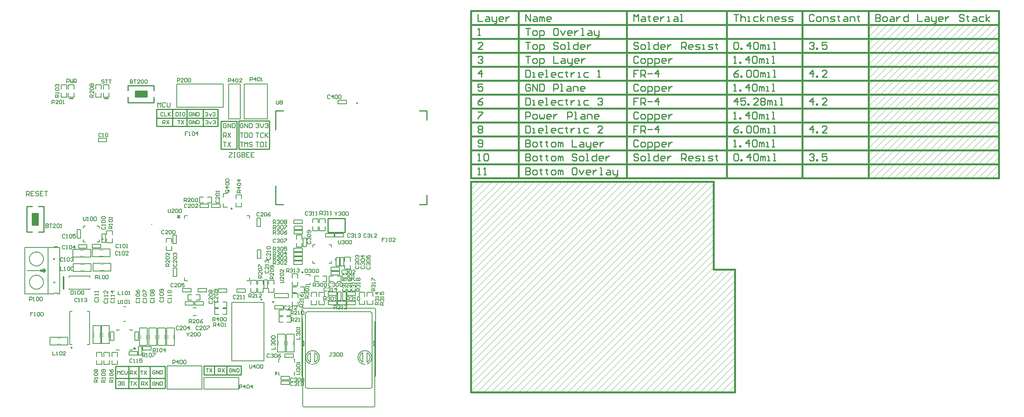
<source format=gto>
G04 Layer_Color=65535*
%FSTAX24Y24*%
%MOIN*%
G70*
G01*
G75*
%ADD48C,0.0080*%
%ADD49C,0.0100*%
%ADD50C,0.0150*%
%ADD54C,0.0060*%
%ADD67C,0.0098*%
%ADD68C,0.0050*%
%ADD69C,0.0118*%
%ADD70C,0.0070*%
%ADD71C,0.0010*%
%ADD72C,0.0079*%
%ADD73C,0.0040*%
%ADD74C,0.0059*%
%ADD75R,0.0500X0.1000*%
%ADD76R,0.1000X0.0500*%
G36*
X413457Y369942D02*
X413207Y369692D01*
Y369842D01*
X412957D01*
X412957Y370042D01*
X413207D01*
Y370192D01*
X413457Y369942D01*
D02*
G37*
D48*
X440241Y384342D02*
G03*
X440241Y384342I-000054J0D01*
G01*
D49*
X41544Y384773D02*
X415749Y384773D01*
X41845Y384773D02*
X418759Y384773D01*
X437686Y373241D02*
Y374423D01*
Y373241D02*
X439153D01*
X437686Y374423D02*
X439153D01*
Y373241D02*
Y374423D01*
X412787Y375482D02*
X413237D01*
X411777D02*
X412227D01*
X411777Y373262D02*
Y375482D01*
X413237Y373262D02*
Y375482D01*
X412757Y373872D02*
Y374872D01*
X412257Y373872D02*
X412757D01*
X412257D02*
Y374872D01*
X412757D01*
X412787Y373262D02*
X413237D01*
X411777D02*
X412227D01*
X420487Y385422D02*
Y385872D01*
Y384412D02*
Y384862D01*
Y384412D02*
X422707D01*
X420487Y385872D02*
X422707D01*
X421097Y385392D02*
X422097D01*
Y384892D02*
Y385392D01*
X421097Y384892D02*
X422097D01*
X421097D02*
Y385392D01*
X422707Y385422D02*
Y385872D01*
Y384412D02*
Y384862D01*
X44553Y375621D02*
X446179Y375621D01*
X446179Y376428D01*
X446179Y383692D02*
X446179Y382885D01*
X44553Y383692D02*
X446179Y383692D01*
X433187Y375621D02*
X433837Y375621D01*
X433187Y375621D02*
X433187Y377235D01*
Y382078D02*
Y383692D01*
X433837Y383692D01*
X419417Y359792D02*
Y361542D01*
Y359792D02*
X423677D01*
Y361702D01*
X419447D02*
X423677D01*
X419417Y361672D02*
X419447Y361702D01*
X419417Y361542D02*
Y361672D01*
X420537Y359782D02*
Y361722D01*
X421417Y359802D02*
Y361702D01*
X422377Y359832D02*
Y361702D01*
X419437Y360672D02*
X423657D01*
X427007Y361722D02*
X430197D01*
Y360959D02*
Y361722D01*
X426997Y360959D02*
X430197D01*
X426997D02*
Y361712D01*
X427007Y361722D01*
X427907Y360962D02*
Y361722D01*
X428987Y360962D02*
Y361662D01*
X428507Y382802D02*
X429867D01*
X429857Y382792D02*
X429867Y382802D01*
X429857Y380402D02*
Y382792D01*
X428487Y380402D02*
X429857D01*
X428487D02*
Y382782D01*
X428507Y382802D01*
X430037Y382832D02*
X432627D01*
Y380412D02*
Y382832D01*
X430017Y380412D02*
X432627D01*
X430017D02*
Y382812D01*
X430037Y382832D01*
X422957Y383822D02*
X428207D01*
Y382352D02*
Y383822D01*
X422947Y382352D02*
X428207D01*
X422947D02*
Y383812D01*
X422957Y383822D01*
X424307Y382392D02*
Y383822D01*
X425557Y382392D02*
Y383822D01*
X426927Y382402D02*
Y383792D01*
X422947Y383062D02*
X428187D01*
X48477Y392012D02*
Y391413D01*
X48507D01*
X48517Y391513D01*
Y391613D01*
X48507Y391712D01*
X48477D01*
X48507D01*
X48517Y391812D01*
Y391912D01*
X48507Y392012D01*
X48477D01*
X48547Y391413D02*
X48567D01*
X48577Y391513D01*
Y391712D01*
X48567Y391812D01*
X48547D01*
X48537Y391712D01*
Y391513D01*
X48547Y391413D01*
X486069Y391812D02*
X486269D01*
X486369Y391712D01*
Y391413D01*
X486069D01*
X48597Y391513D01*
X486069Y391613D01*
X486369D01*
X486569Y391812D02*
Y391413D01*
Y391613D01*
X486669Y391712D01*
X486769Y391812D01*
X486869D01*
X487569Y392012D02*
Y391413D01*
X487269D01*
X487169Y391513D01*
Y391712D01*
X487269Y391812D01*
X487569D01*
X488369Y392012D02*
Y391413D01*
X488769D01*
X489069Y391812D02*
X489268D01*
X489368Y391712D01*
Y391413D01*
X489069D01*
X488969Y391513D01*
X489069Y391613D01*
X489368D01*
X489568Y391812D02*
Y391513D01*
X489668Y391413D01*
X489968D01*
Y391313D01*
X489868Y391213D01*
X489768D01*
X489968Y391413D02*
Y391812D01*
X490468Y391413D02*
X490268D01*
X490168Y391513D01*
Y391712D01*
X490268Y391812D01*
X490468D01*
X490568Y391712D01*
Y391613D01*
X490168D01*
X490768Y391812D02*
Y391413D01*
Y391613D01*
X490868Y391712D01*
X490968Y391812D01*
X491068D01*
X492367Y391912D02*
X492267Y392012D01*
X492068D01*
X491968Y391912D01*
Y391812D01*
X492068Y391712D01*
X492267D01*
X492367Y391613D01*
Y391513D01*
X492267Y391413D01*
X492068D01*
X491968Y391513D01*
X492667Y391912D02*
Y391812D01*
X492567D01*
X492767D01*
X492667D01*
Y391513D01*
X492767Y391413D01*
X493167Y391812D02*
X493367D01*
X493467Y391712D01*
Y391413D01*
X493167D01*
X493067Y391513D01*
X493167Y391613D01*
X493467D01*
X494067Y391812D02*
X493767D01*
X493667Y391712D01*
Y391513D01*
X493767Y391413D01*
X494067D01*
X494267D02*
Y392012D01*
Y391613D02*
X494567Y391812D01*
X494267Y391613D02*
X494567Y391413D01*
X479071Y389512D02*
X479171Y389612D01*
X479371D01*
X479471Y389512D01*
Y389412D01*
X479371Y389313D01*
X479271D01*
X479371D01*
X479471Y389213D01*
Y389113D01*
X479371Y389013D01*
X479171D01*
X479071Y389113D01*
X479671Y389013D02*
Y389113D01*
X479771D01*
Y389013D01*
X479671D01*
X480571Y389612D02*
X480171D01*
Y389313D01*
X480371Y389412D01*
X480471D01*
X480571Y389313D01*
Y389113D01*
X480471Y389013D01*
X480271D01*
X480171Y389113D01*
X479371Y386613D02*
Y387212D01*
X479071Y386912D01*
X479471D01*
X479671Y386613D02*
Y386713D01*
X479771D01*
Y386613D01*
X479671D01*
X480571D02*
X480171D01*
X480571Y387012D01*
Y387112D01*
X480471Y387212D01*
X480271D01*
X480171Y387112D01*
X479371Y384213D02*
Y384812D01*
X479071Y384512D01*
X479471D01*
X479671Y384213D02*
Y384313D01*
X479771D01*
Y384213D01*
X479671D01*
X480571D02*
X480171D01*
X480571Y384612D01*
Y384712D01*
X480471Y384812D01*
X480271D01*
X480171Y384712D01*
X479371Y381813D02*
Y382412D01*
X479071Y382113D01*
X479471D01*
X479671Y381813D02*
Y381913D01*
X479771D01*
Y381813D01*
X479671D01*
X480571D02*
X480171D01*
X480571Y382212D01*
Y382312D01*
X480471Y382412D01*
X480271D01*
X480171Y382312D01*
X479071Y379912D02*
X479171Y380012D01*
X479371D01*
X479471Y379912D01*
Y379812D01*
X479371Y379712D01*
X479271D01*
X479371D01*
X479471Y379613D01*
Y379513D01*
X479371Y379413D01*
X479171D01*
X479071Y379513D01*
X479671Y379413D02*
Y379513D01*
X479771D01*
Y379413D01*
X479671D01*
X480571Y380012D02*
X480171D01*
Y379712D01*
X480371Y379812D01*
X480471D01*
X480571Y379712D01*
Y379513D01*
X480471Y379413D01*
X480271D01*
X480171Y379513D01*
X479471Y391912D02*
X479371Y392012D01*
X479171D01*
X479071Y391912D01*
Y391513D01*
X479171Y391413D01*
X479371D01*
X479471Y391513D01*
X479771Y391413D02*
X479971D01*
X480071Y391513D01*
Y391712D01*
X479971Y391812D01*
X479771D01*
X479671Y391712D01*
Y391513D01*
X479771Y391413D01*
X480271D02*
Y391812D01*
X480571D01*
X480671Y391712D01*
Y391413D01*
X480871D02*
X481171D01*
X481271Y391513D01*
X481171Y391613D01*
X480971D01*
X480871Y391712D01*
X480971Y391812D01*
X481271D01*
X481571Y391912D02*
Y391812D01*
X481471D01*
X48167D01*
X481571D01*
Y391513D01*
X48167Y391413D01*
X48207Y391812D02*
X48227D01*
X48237Y391712D01*
Y391413D01*
X48207D01*
X48197Y391513D01*
X48207Y391613D01*
X48237D01*
X48257Y391413D02*
Y391812D01*
X48287D01*
X48297Y391712D01*
Y391413D01*
X48327Y391912D02*
Y391812D01*
X48317D01*
X48337D01*
X48327D01*
Y391513D01*
X48337Y391413D01*
X472573Y389512D02*
X472673Y389612D01*
X472873D01*
X472973Y389512D01*
Y389113D01*
X472873Y389013D01*
X472673D01*
X472573Y389113D01*
Y389512D01*
X473173Y389013D02*
Y389113D01*
X473273D01*
Y389013D01*
X473173D01*
X473973D02*
Y389612D01*
X473673Y389313D01*
X474072D01*
X474272Y389512D02*
X474372Y389612D01*
X474572D01*
X474672Y389512D01*
Y389113D01*
X474572Y389013D01*
X474372D01*
X474272Y389113D01*
Y389512D01*
X474872Y389013D02*
Y389412D01*
X474972D01*
X475072Y389313D01*
Y389013D01*
Y389313D01*
X475172Y389412D01*
X475272Y389313D01*
Y389013D01*
X475472D02*
X475672D01*
X475572D01*
Y389412D01*
X475472D01*
X475972Y389013D02*
X476172D01*
X476072D01*
Y389612D01*
X475972D01*
X472573Y387813D02*
X472773D01*
X472673D01*
Y388412D01*
X472573Y388312D01*
X473073Y387813D02*
Y387913D01*
X473173D01*
Y387813D01*
X473073D01*
X473873D02*
Y388412D01*
X473573Y388112D01*
X473973D01*
X474172Y388312D02*
X474272Y388412D01*
X474472D01*
X474572Y388312D01*
Y387913D01*
X474472Y387813D01*
X474272D01*
X474172Y387913D01*
Y388312D01*
X474772Y387813D02*
Y388212D01*
X474872D01*
X474972Y388112D01*
Y387813D01*
Y388112D01*
X475072Y388212D01*
X475172Y388112D01*
Y387813D01*
X475372D02*
X475572D01*
X475472D01*
Y388212D01*
X475372D01*
X475872Y387813D02*
X476072D01*
X475972D01*
Y388412D01*
X475872D01*
X472973Y387212D02*
X472773Y387112D01*
X472573Y386912D01*
Y386713D01*
X472673Y386613D01*
X472873D01*
X472973Y386713D01*
Y386813D01*
X472873Y386912D01*
X472573D01*
X473173Y386613D02*
Y386713D01*
X473273D01*
Y386613D01*
X473173D01*
X473673Y387112D02*
X473773Y387212D01*
X473973D01*
X474072Y387112D01*
Y386713D01*
X473973Y386613D01*
X473773D01*
X473673Y386713D01*
Y387112D01*
X474272D02*
X474372Y387212D01*
X474572D01*
X474672Y387112D01*
Y386713D01*
X474572Y386613D01*
X474372D01*
X474272Y386713D01*
Y387112D01*
X474872Y386613D02*
Y387012D01*
X474972D01*
X475072Y386912D01*
Y386613D01*
Y386912D01*
X475172Y387012D01*
X475272Y386912D01*
Y386613D01*
X475472D02*
X475672D01*
X475572D01*
Y387012D01*
X475472D01*
X475972Y386613D02*
X476172D01*
X476072D01*
Y387212D01*
X475972D01*
X472573Y385413D02*
X472773D01*
X472673D01*
Y386012D01*
X472573Y385912D01*
X473073Y385413D02*
Y385513D01*
X473173D01*
Y385413D01*
X473073D01*
X473873D02*
Y386012D01*
X473573Y385713D01*
X473973D01*
X474172Y385912D02*
X474272Y386012D01*
X474472D01*
X474572Y385912D01*
Y385513D01*
X474472Y385413D01*
X474272D01*
X474172Y385513D01*
Y385912D01*
X474772Y385413D02*
Y385812D01*
X474872D01*
X474972Y385713D01*
Y385413D01*
Y385713D01*
X475072Y385812D01*
X475172Y385713D01*
Y385413D01*
X475372D02*
X475572D01*
X475472D01*
Y385812D01*
X475372D01*
X475872Y385413D02*
X476072D01*
X475972D01*
Y386012D01*
X475872D01*
X472873Y384213D02*
Y384812D01*
X472573Y384512D01*
X472973D01*
X473573Y384812D02*
X473173D01*
Y384512D01*
X473373Y384612D01*
X473473D01*
X473573Y384512D01*
Y384313D01*
X473473Y384213D01*
X473273D01*
X473173Y384313D01*
X473773Y384213D02*
Y384313D01*
X473873D01*
Y384213D01*
X473773D01*
X474672D02*
X474272D01*
X474672Y384612D01*
Y384712D01*
X474572Y384812D01*
X474372D01*
X474272Y384712D01*
X474872D02*
X474972Y384812D01*
X475172D01*
X475272Y384712D01*
Y384612D01*
X475172Y384512D01*
X475272Y384413D01*
Y384313D01*
X475172Y384213D01*
X474972D01*
X474872Y384313D01*
Y384413D01*
X474972Y384512D01*
X474872Y384612D01*
Y384712D01*
X474972Y384512D02*
X475172D01*
X475472Y384213D02*
Y384612D01*
X475572D01*
X475672Y384512D01*
Y384213D01*
Y384512D01*
X475772Y384612D01*
X475872Y384512D01*
Y384213D01*
X476072D02*
X476272D01*
X476172D01*
Y384612D01*
X476072D01*
X476572Y384213D02*
X476772D01*
X476672D01*
Y384812D01*
X476572D01*
X472573Y383013D02*
X472773D01*
X472673D01*
Y383612D01*
X472573Y383512D01*
X473073Y383013D02*
Y383113D01*
X473173D01*
Y383013D01*
X473073D01*
X473873D02*
Y383612D01*
X473573Y383312D01*
X473973D01*
X474172Y383512D02*
X474272Y383612D01*
X474472D01*
X474572Y383512D01*
Y383113D01*
X474472Y383013D01*
X474272D01*
X474172Y383113D01*
Y383512D01*
X474772Y383013D02*
Y383412D01*
X474872D01*
X474972Y383312D01*
Y383013D01*
Y383312D01*
X475072Y383412D01*
X475172Y383312D01*
Y383013D01*
X475372D02*
X475572D01*
X475472D01*
Y383412D01*
X475372D01*
X475872Y383013D02*
X476072D01*
X475972D01*
Y383612D01*
X475872D01*
X472973Y382412D02*
X472773Y382312D01*
X472573Y382113D01*
Y381913D01*
X472673Y381813D01*
X472873D01*
X472973Y381913D01*
Y382013D01*
X472873Y382113D01*
X472573D01*
X473173Y381813D02*
Y381913D01*
X473273D01*
Y381813D01*
X473173D01*
X473673Y382312D02*
X473773Y382412D01*
X473973D01*
X474072Y382312D01*
Y381913D01*
X473973Y381813D01*
X473773D01*
X473673Y381913D01*
Y382312D01*
X474272D02*
X474372Y382412D01*
X474572D01*
X474672Y382312D01*
Y381913D01*
X474572Y381813D01*
X474372D01*
X474272Y381913D01*
Y382312D01*
X474872Y381813D02*
Y382212D01*
X474972D01*
X475072Y382113D01*
Y381813D01*
Y382113D01*
X475172Y382212D01*
X475272Y382113D01*
Y381813D01*
X475472D02*
X475672D01*
X475572D01*
Y382212D01*
X475472D01*
X475972Y381813D02*
X476172D01*
X476072D01*
Y382412D01*
X475972D01*
X472573Y380613D02*
X472773D01*
X472673D01*
Y381212D01*
X472573Y381112D01*
X473073Y380613D02*
Y380713D01*
X473173D01*
Y380613D01*
X473073D01*
X473873D02*
Y381212D01*
X473573Y380913D01*
X473973D01*
X474172Y381112D02*
X474272Y381212D01*
X474472D01*
X474572Y381112D01*
Y380713D01*
X474472Y380613D01*
X474272D01*
X474172Y380713D01*
Y381112D01*
X474772Y380613D02*
Y381012D01*
X474872D01*
X474972Y380913D01*
Y380613D01*
Y380913D01*
X475072Y381012D01*
X475172Y380913D01*
Y380613D01*
X475372D02*
X475572D01*
X475472D01*
Y381012D01*
X475372D01*
X475872Y380613D02*
X476072D01*
X475972D01*
Y381212D01*
X475872D01*
X472573Y379912D02*
X472673Y380012D01*
X472873D01*
X472973Y379912D01*
Y379513D01*
X472873Y379413D01*
X472673D01*
X472573Y379513D01*
Y379912D01*
X473173Y379413D02*
Y379513D01*
X473273D01*
Y379413D01*
X473173D01*
X473973D02*
Y380012D01*
X473673Y379712D01*
X474072D01*
X474272Y379912D02*
X474372Y380012D01*
X474572D01*
X474672Y379912D01*
Y379513D01*
X474572Y379413D01*
X474372D01*
X474272Y379513D01*
Y379912D01*
X474872Y379413D02*
Y379812D01*
X474972D01*
X475072Y379712D01*
Y379413D01*
Y379712D01*
X475172Y379812D01*
X475272Y379712D01*
Y379413D01*
X475472D02*
X475672D01*
X475572D01*
Y379812D01*
X475472D01*
X475972Y379413D02*
X476172D01*
X476072D01*
Y380012D01*
X475972D01*
X472573Y392012D02*
X472973D01*
X472773D01*
Y391413D01*
X473173Y392012D02*
Y391413D01*
Y391712D01*
X473273Y391812D01*
X473473D01*
X473573Y391712D01*
Y391413D01*
X473773D02*
X473973D01*
X473873D01*
Y391812D01*
X473773D01*
X474672D02*
X474372D01*
X474272Y391712D01*
Y391513D01*
X474372Y391413D01*
X474672D01*
X474872D02*
Y392012D01*
Y391613D02*
X475172Y391812D01*
X474872Y391613D02*
X475172Y391413D01*
X475472D02*
Y391812D01*
X475772D01*
X475872Y391712D01*
Y391413D01*
X476372D02*
X476172D01*
X476072Y391513D01*
Y391712D01*
X476172Y391812D01*
X476372D01*
X476472Y391712D01*
Y391613D01*
X476072D01*
X476672Y391413D02*
X476972D01*
X477071Y391513D01*
X476972Y391613D01*
X476772D01*
X476672Y391712D01*
X476772Y391812D01*
X477071D01*
X477271Y391413D02*
X477571D01*
X477671Y391513D01*
X477571Y391613D01*
X477371D01*
X477271Y391712D01*
X477371Y391812D01*
X477671D01*
X464375Y389512D02*
X464275Y389612D01*
X464075D01*
X463975Y389512D01*
Y389412D01*
X464075Y389313D01*
X464275D01*
X464375Y389213D01*
Y389113D01*
X464275Y389013D01*
X464075D01*
X463975Y389113D01*
X464675Y389013D02*
X464875D01*
X464975Y389113D01*
Y389313D01*
X464875Y389412D01*
X464675D01*
X464575Y389313D01*
Y389113D01*
X464675Y389013D01*
X465175D02*
X465375D01*
X465275D01*
Y389612D01*
X465175D01*
X466075D02*
Y389013D01*
X465775D01*
X465675Y389113D01*
Y389313D01*
X465775Y389412D01*
X466075D01*
X466574Y389013D02*
X466375D01*
X466275Y389113D01*
Y389313D01*
X466375Y389412D01*
X466574D01*
X466674Y389313D01*
Y389213D01*
X466275D01*
X466874Y389412D02*
Y389013D01*
Y389213D01*
X466974Y389313D01*
X467074Y389412D01*
X467174D01*
X468074Y389013D02*
Y389612D01*
X468374D01*
X468474Y389512D01*
Y389313D01*
X468374Y389213D01*
X468074D01*
X468274D02*
X468474Y389013D01*
X468974D02*
X468774D01*
X468674Y389113D01*
Y389313D01*
X468774Y389412D01*
X468974D01*
X469074Y389313D01*
Y389213D01*
X468674D01*
X469274Y389013D02*
X469573D01*
X469673Y389113D01*
X469573Y389213D01*
X469374D01*
X469274Y389313D01*
X469374Y389412D01*
X469673D01*
X469873Y389013D02*
X470073D01*
X469973D01*
Y389412D01*
X469873D01*
X470373Y389013D02*
X470673D01*
X470773Y389113D01*
X470673Y389213D01*
X470473D01*
X470373Y389313D01*
X470473Y389412D01*
X470773D01*
X471073Y389512D02*
Y389412D01*
X470973D01*
X471173D01*
X471073D01*
Y389113D01*
X471173Y389013D01*
X464375Y388312D02*
X464275Y388412D01*
X464075D01*
X463975Y388312D01*
Y387913D01*
X464075Y387813D01*
X464275D01*
X464375Y387913D01*
X464675Y387813D02*
X464875D01*
X464975Y387913D01*
Y388112D01*
X464875Y388212D01*
X464675D01*
X464575Y388112D01*
Y387913D01*
X464675Y387813D01*
X465175Y387613D02*
Y388212D01*
X465475D01*
X465575Y388112D01*
Y387913D01*
X465475Y387813D01*
X465175D01*
X465775Y387613D02*
Y388212D01*
X466075D01*
X466175Y388112D01*
Y387913D01*
X466075Y387813D01*
X465775D01*
X466674D02*
X466474D01*
X466375Y387913D01*
Y388112D01*
X466474Y388212D01*
X466674D01*
X466774Y388112D01*
Y388013D01*
X466375D01*
X466974Y388212D02*
Y387813D01*
Y388013D01*
X467074Y388112D01*
X467174Y388212D01*
X467274D01*
X464375Y387212D02*
X463975D01*
Y386912D01*
X464175D01*
X463975D01*
Y386613D01*
X464575D02*
Y387212D01*
X464875D01*
X464975Y387112D01*
Y386912D01*
X464875Y386813D01*
X464575D01*
X464775D02*
X464975Y386613D01*
X465175Y386912D02*
X465575D01*
X466075Y386613D02*
Y387212D01*
X465775Y386912D01*
X466175D01*
X464375Y385912D02*
X464275Y386012D01*
X464075D01*
X463975Y385912D01*
Y385513D01*
X464075Y385413D01*
X464275D01*
X464375Y385513D01*
X464675Y385413D02*
X464875D01*
X464975Y385513D01*
Y385713D01*
X464875Y385812D01*
X464675D01*
X464575Y385713D01*
Y385513D01*
X464675Y385413D01*
X465175Y385213D02*
Y385812D01*
X465475D01*
X465575Y385713D01*
Y385513D01*
X465475Y385413D01*
X465175D01*
X465775Y385213D02*
Y385812D01*
X466075D01*
X466175Y385713D01*
Y385513D01*
X466075Y385413D01*
X465775D01*
X466674D02*
X466474D01*
X466375Y385513D01*
Y385713D01*
X466474Y385812D01*
X466674D01*
X466774Y385713D01*
Y385613D01*
X466375D01*
X466974Y385812D02*
Y385413D01*
Y385613D01*
X467074Y385713D01*
X467174Y385812D01*
X467274D01*
X464375Y384812D02*
X463975D01*
Y384512D01*
X464175D01*
X463975D01*
Y384213D01*
X464575D02*
Y384812D01*
X464875D01*
X464975Y384712D01*
Y384512D01*
X464875Y384413D01*
X464575D01*
X464775D02*
X464975Y384213D01*
X465175Y384512D02*
X465575D01*
X466075Y384213D02*
Y384812D01*
X465775Y384512D01*
X466175D01*
X464375Y383512D02*
X464275Y383612D01*
X464075D01*
X463975Y383512D01*
Y383113D01*
X464075Y383013D01*
X464275D01*
X464375Y383113D01*
X464675Y383013D02*
X464875D01*
X464975Y383113D01*
Y383312D01*
X464875Y383412D01*
X464675D01*
X464575Y383312D01*
Y383113D01*
X464675Y383013D01*
X465175Y382813D02*
Y383412D01*
X465475D01*
X465575Y383312D01*
Y383113D01*
X465475Y383013D01*
X465175D01*
X465775Y382813D02*
Y383412D01*
X466075D01*
X466175Y383312D01*
Y383113D01*
X466075Y383013D01*
X465775D01*
X466674D02*
X466474D01*
X466375Y383113D01*
Y383312D01*
X466474Y383412D01*
X466674D01*
X466774Y383312D01*
Y383213D01*
X466375D01*
X466974Y383412D02*
Y383013D01*
Y383213D01*
X467074Y383312D01*
X467174Y383412D01*
X467274D01*
X464375Y382412D02*
X463975D01*
Y382113D01*
X464175D01*
X463975D01*
Y381813D01*
X464575D02*
Y382412D01*
X464875D01*
X464975Y382312D01*
Y382113D01*
X464875Y382013D01*
X464575D01*
X464775D02*
X464975Y381813D01*
X465175Y382113D02*
X465575D01*
X466075Y381813D02*
Y382412D01*
X465775Y382113D01*
X466175D01*
X464375Y381112D02*
X464275Y381212D01*
X464075D01*
X463975Y381112D01*
Y380713D01*
X464075Y380613D01*
X464275D01*
X464375Y380713D01*
X464675Y380613D02*
X464875D01*
X464975Y380713D01*
Y380913D01*
X464875Y381012D01*
X464675D01*
X464575Y380913D01*
Y380713D01*
X464675Y380613D01*
X465175Y380413D02*
Y381012D01*
X465475D01*
X465575Y380913D01*
Y380713D01*
X465475Y380613D01*
X465175D01*
X465775Y380413D02*
Y381012D01*
X466075D01*
X466175Y380913D01*
Y380713D01*
X466075Y380613D01*
X465775D01*
X466674D02*
X466474D01*
X466375Y380713D01*
Y380913D01*
X466474Y381012D01*
X466674D01*
X466774Y380913D01*
Y380813D01*
X466375D01*
X466974Y381012D02*
Y380613D01*
Y380813D01*
X467074Y380913D01*
X467174Y381012D01*
X467274D01*
X464375Y379912D02*
X464275Y380012D01*
X464075D01*
X463975Y379912D01*
Y379812D01*
X464075Y379712D01*
X464275D01*
X464375Y379613D01*
Y379513D01*
X464275Y379413D01*
X464075D01*
X463975Y379513D01*
X464675Y379413D02*
X464875D01*
X464975Y379513D01*
Y379712D01*
X464875Y379812D01*
X464675D01*
X464575Y379712D01*
Y379513D01*
X464675Y379413D01*
X465175D02*
X465375D01*
X465275D01*
Y380012D01*
X465175D01*
X466075D02*
Y379413D01*
X465775D01*
X465675Y379513D01*
Y379712D01*
X465775Y379812D01*
X466075D01*
X466574Y379413D02*
X466375D01*
X466275Y379513D01*
Y379712D01*
X466375Y379812D01*
X466574D01*
X466674Y379712D01*
Y379613D01*
X466275D01*
X466874Y379812D02*
Y379413D01*
Y379613D01*
X466974Y379712D01*
X467074Y379812D01*
X467174D01*
X468074Y379413D02*
Y380012D01*
X468374D01*
X468474Y379912D01*
Y379712D01*
X468374Y379613D01*
X468074D01*
X468274D02*
X468474Y379413D01*
X468974D02*
X468774D01*
X468674Y379513D01*
Y379712D01*
X468774Y379812D01*
X468974D01*
X469074Y379712D01*
Y379613D01*
X468674D01*
X469274Y379413D02*
X469573D01*
X469673Y379513D01*
X469573Y379613D01*
X469374D01*
X469274Y379712D01*
X469374Y379812D01*
X469673D01*
X469873Y379413D02*
X470073D01*
X469973D01*
Y379812D01*
X469873D01*
X470373Y379413D02*
X470673D01*
X470773Y379513D01*
X470673Y379613D01*
X470473D01*
X470373Y379712D01*
X470473Y379812D01*
X470773D01*
X471073Y379912D02*
Y379812D01*
X470973D01*
X471173D01*
X471073D01*
Y379513D01*
X471173Y379413D01*
X463975Y391413D02*
Y392012D01*
X464175Y391812D01*
X464375Y392012D01*
Y391413D01*
X464675Y391812D02*
X464875D01*
X464975Y391712D01*
Y391413D01*
X464675D01*
X464575Y391513D01*
X464675Y391613D01*
X464975D01*
X465275Y391912D02*
Y391812D01*
X465175D01*
X465375D01*
X465275D01*
Y391513D01*
X465375Y391413D01*
X465975D02*
X465775D01*
X465675Y391513D01*
Y391712D01*
X465775Y391812D01*
X465975D01*
X466075Y391712D01*
Y391613D01*
X465675D01*
X466275Y391812D02*
Y391413D01*
Y391613D01*
X466375Y391712D01*
X466474Y391812D01*
X466574D01*
X466874Y391413D02*
X467074D01*
X466974D01*
Y391812D01*
X466874D01*
X467474D02*
X467674D01*
X467774Y391712D01*
Y391413D01*
X467474D01*
X467374Y391513D01*
X467474Y391613D01*
X467774D01*
X467974Y391413D02*
X468174D01*
X468074D01*
Y392012D01*
X467974D01*
X454678Y390812D02*
X455078D01*
X454878D01*
Y390213D01*
X455378D02*
X455578D01*
X455678Y390313D01*
Y390513D01*
X455578Y390612D01*
X455378D01*
X455278Y390513D01*
Y390313D01*
X455378Y390213D01*
X455877Y390013D02*
Y390612D01*
X456177D01*
X456277Y390513D01*
Y390313D01*
X456177Y390213D01*
X455877D01*
X457377Y390812D02*
X457177D01*
X457077Y390712D01*
Y390313D01*
X457177Y390213D01*
X457377D01*
X457477Y390313D01*
Y390712D01*
X457377Y390812D01*
X457677Y390612D02*
X457877Y390213D01*
X458077Y390612D01*
X458577Y390213D02*
X458377D01*
X458277Y390313D01*
Y390513D01*
X458377Y390612D01*
X458577D01*
X458677Y390513D01*
Y390413D01*
X458277D01*
X458876Y390612D02*
Y390213D01*
Y390413D01*
X458976Y390513D01*
X459076Y390612D01*
X459176D01*
X459476Y390213D02*
X459676D01*
X459576D01*
Y390812D01*
X459476D01*
X460076Y390612D02*
X460276D01*
X460376Y390513D01*
Y390213D01*
X460076D01*
X459976Y390313D01*
X460076Y390413D01*
X460376D01*
X460576Y390612D02*
Y390313D01*
X460676Y390213D01*
X460976D01*
Y390113D01*
X460876Y390013D01*
X460776D01*
X460976Y390213D02*
Y390612D01*
X454678Y389612D02*
X455078D01*
X454878D01*
Y389013D01*
X455378D02*
X455578D01*
X455678Y389113D01*
Y389313D01*
X455578Y389412D01*
X455378D01*
X455278Y389313D01*
Y389113D01*
X455378Y389013D01*
X455877Y388813D02*
Y389412D01*
X456177D01*
X456277Y389313D01*
Y389113D01*
X456177Y389013D01*
X455877D01*
X457477Y389512D02*
X457377Y389612D01*
X457177D01*
X457077Y389512D01*
Y389412D01*
X457177Y389313D01*
X457377D01*
X457477Y389213D01*
Y389113D01*
X457377Y389013D01*
X457177D01*
X457077Y389113D01*
X457777Y389013D02*
X457977D01*
X458077Y389113D01*
Y389313D01*
X457977Y389412D01*
X457777D01*
X457677Y389313D01*
Y389113D01*
X457777Y389013D01*
X458277D02*
X458477D01*
X458377D01*
Y389612D01*
X458277D01*
X459176D02*
Y389013D01*
X458876D01*
X458777Y389113D01*
Y389313D01*
X458876Y389412D01*
X459176D01*
X459676Y389013D02*
X459476D01*
X459376Y389113D01*
Y389313D01*
X459476Y389412D01*
X459676D01*
X459776Y389313D01*
Y389213D01*
X459376D01*
X459976Y389412D02*
Y389013D01*
Y389213D01*
X460076Y389313D01*
X460176Y389412D01*
X460276D01*
X454678Y388412D02*
X455078D01*
X454878D01*
Y387813D01*
X455378D02*
X455578D01*
X455678Y387913D01*
Y388112D01*
X455578Y388212D01*
X455378D01*
X455278Y388112D01*
Y387913D01*
X455378Y387813D01*
X455877Y387613D02*
Y388212D01*
X456177D01*
X456277Y388112D01*
Y387913D01*
X456177Y387813D01*
X455877D01*
X457077Y388412D02*
Y387813D01*
X457477D01*
X457777Y388212D02*
X457977D01*
X458077Y388112D01*
Y387813D01*
X457777D01*
X457677Y387913D01*
X457777Y388013D01*
X458077D01*
X458277Y388212D02*
Y387913D01*
X458377Y387813D01*
X458677D01*
Y387713D01*
X458577Y387613D01*
X458477D01*
X458677Y387813D02*
Y388212D01*
X459176Y387813D02*
X458976D01*
X458876Y387913D01*
Y388112D01*
X458976Y388212D01*
X459176D01*
X459276Y388112D01*
Y388013D01*
X458876D01*
X459476Y388212D02*
Y387813D01*
Y388013D01*
X459576Y388112D01*
X459676Y388212D01*
X459776D01*
X454678Y387212D02*
Y386613D01*
X454978D01*
X455078Y386713D01*
Y387112D01*
X454978Y387212D01*
X454678D01*
X455278Y386613D02*
X455478D01*
X455378D01*
Y387012D01*
X455278D01*
X456077Y386613D02*
X455877D01*
X455777Y386713D01*
Y386912D01*
X455877Y387012D01*
X456077D01*
X456177Y386912D01*
Y386813D01*
X455777D01*
X456377Y386613D02*
X456577D01*
X456477D01*
Y387212D01*
X456377D01*
X457177Y386613D02*
X456977D01*
X456877Y386713D01*
Y386912D01*
X456977Y387012D01*
X457177D01*
X457277Y386912D01*
Y386813D01*
X456877D01*
X457877Y387012D02*
X457577D01*
X457477Y386912D01*
Y386713D01*
X457577Y386613D01*
X457877D01*
X458177Y387112D02*
Y387012D01*
X458077D01*
X458277D01*
X458177D01*
Y386713D01*
X458277Y386613D01*
X458577Y387012D02*
Y386613D01*
Y386813D01*
X458677Y386912D01*
X458777Y387012D01*
X458876D01*
X459176Y386613D02*
X459376D01*
X459276D01*
Y387012D01*
X459176D01*
X460076D02*
X459776D01*
X459676Y386912D01*
Y386713D01*
X459776Y386613D01*
X460076D01*
X460876D02*
X461076D01*
X460976D01*
Y387212D01*
X460876Y387112D01*
X455078Y385912D02*
X454978Y386012D01*
X454778D01*
X454678Y385912D01*
Y385513D01*
X454778Y385413D01*
X454978D01*
X455078Y385513D01*
Y385713D01*
X454878D01*
X455278Y385413D02*
Y386012D01*
X455678Y385413D01*
Y386012D01*
X455877D02*
Y385413D01*
X456177D01*
X456277Y385513D01*
Y385912D01*
X456177Y386012D01*
X455877D01*
X457077Y385413D02*
Y386012D01*
X457377D01*
X457477Y385912D01*
Y385713D01*
X457377Y385613D01*
X457077D01*
X457677Y385413D02*
X457877D01*
X457777D01*
Y386012D01*
X457677D01*
X458277Y385812D02*
X458477D01*
X458577Y385713D01*
Y385413D01*
X458277D01*
X458177Y385513D01*
X458277Y385613D01*
X458577D01*
X458777Y385413D02*
Y385812D01*
X459076D01*
X459176Y385713D01*
Y385413D01*
X459676D02*
X459476D01*
X459376Y385513D01*
Y385713D01*
X459476Y385812D01*
X459676D01*
X459776Y385713D01*
Y385613D01*
X459376D01*
X454678Y384812D02*
Y384213D01*
X454978D01*
X455078Y384313D01*
Y384712D01*
X454978Y384812D01*
X454678D01*
X455278Y384213D02*
X455478D01*
X455378D01*
Y384612D01*
X455278D01*
X456077Y384213D02*
X455877D01*
X455777Y384313D01*
Y384512D01*
X455877Y384612D01*
X456077D01*
X456177Y384512D01*
Y384413D01*
X455777D01*
X456377Y384213D02*
X456577D01*
X456477D01*
Y384812D01*
X456377D01*
X457177Y384213D02*
X456977D01*
X456877Y384313D01*
Y384512D01*
X456977Y384612D01*
X457177D01*
X457277Y384512D01*
Y384413D01*
X456877D01*
X457877Y384612D02*
X457577D01*
X457477Y384512D01*
Y384313D01*
X457577Y384213D01*
X457877D01*
X458177Y384712D02*
Y384612D01*
X458077D01*
X458277D01*
X458177D01*
Y384313D01*
X458277Y384213D01*
X458577Y384612D02*
Y384213D01*
Y384413D01*
X458677Y384512D01*
X458777Y384612D01*
X458876D01*
X459176Y384213D02*
X459376D01*
X459276D01*
Y384612D01*
X459176D01*
X460076D02*
X459776D01*
X459676Y384512D01*
Y384313D01*
X459776Y384213D01*
X460076D01*
X460876Y384712D02*
X460976Y384812D01*
X461176D01*
X461276Y384712D01*
Y384612D01*
X461176Y384512D01*
X461076D01*
X461176D01*
X461276Y384413D01*
Y384313D01*
X461176Y384213D01*
X460976D01*
X460876Y384313D01*
X454678Y383013D02*
Y383612D01*
X454978D01*
X455078Y383512D01*
Y383312D01*
X454978Y383213D01*
X454678D01*
X455378Y383013D02*
X455578D01*
X455678Y383113D01*
Y383312D01*
X455578Y383412D01*
X455378D01*
X455278Y383312D01*
Y383113D01*
X455378Y383013D01*
X455877Y383412D02*
Y383113D01*
X455977Y383013D01*
X456077Y383113D01*
X456177Y383013D01*
X456277Y383113D01*
Y383412D01*
X456777Y383013D02*
X456577D01*
X456477Y383113D01*
Y383312D01*
X456577Y383412D01*
X456777D01*
X456877Y383312D01*
Y383213D01*
X456477D01*
X457077Y383412D02*
Y383013D01*
Y383213D01*
X457177Y383312D01*
X457277Y383412D01*
X457377D01*
X458277Y383013D02*
Y383612D01*
X458577D01*
X458677Y383512D01*
Y383312D01*
X458577Y383213D01*
X458277D01*
X458876Y383013D02*
X459076D01*
X458976D01*
Y383612D01*
X458876D01*
X459476Y383412D02*
X459676D01*
X459776Y383312D01*
Y383013D01*
X459476D01*
X459376Y383113D01*
X459476Y383213D01*
X459776D01*
X459976Y383013D02*
Y383412D01*
X460276D01*
X460376Y383312D01*
Y383013D01*
X460876D02*
X460676D01*
X460576Y383113D01*
Y383312D01*
X460676Y383412D01*
X460876D01*
X460976Y383312D01*
Y383213D01*
X460576D01*
X454678Y382412D02*
Y381813D01*
X454978D01*
X455078Y381913D01*
Y382312D01*
X454978Y382412D01*
X454678D01*
X455278Y381813D02*
X455478D01*
X455378D01*
Y382212D01*
X455278D01*
X456077Y381813D02*
X455877D01*
X455777Y381913D01*
Y382113D01*
X455877Y382212D01*
X456077D01*
X456177Y382113D01*
Y382013D01*
X455777D01*
X456377Y381813D02*
X456577D01*
X456477D01*
Y382412D01*
X456377D01*
X457177Y381813D02*
X456977D01*
X456877Y381913D01*
Y382113D01*
X456977Y382212D01*
X457177D01*
X457277Y382113D01*
Y382013D01*
X456877D01*
X457877Y382212D02*
X457577D01*
X457477Y382113D01*
Y381913D01*
X457577Y381813D01*
X457877D01*
X458177Y382312D02*
Y382212D01*
X458077D01*
X458277D01*
X458177D01*
Y381913D01*
X458277Y381813D01*
X458577Y382212D02*
Y381813D01*
Y382013D01*
X458677Y382113D01*
X458777Y382212D01*
X458876D01*
X459176Y381813D02*
X459376D01*
X459276D01*
Y382212D01*
X459176D01*
X460076D02*
X459776D01*
X459676Y382113D01*
Y381913D01*
X459776Y381813D01*
X460076D01*
X461276D02*
X460876D01*
X461276Y382212D01*
Y382312D01*
X461176Y382412D01*
X460976D01*
X460876Y382312D01*
X454678Y381212D02*
Y380613D01*
X454978D01*
X455078Y380713D01*
Y380813D01*
X454978Y380913D01*
X454678D01*
X454978D01*
X455078Y381012D01*
Y381112D01*
X454978Y381212D01*
X454678D01*
X455378Y380613D02*
X455578D01*
X455678Y380713D01*
Y380913D01*
X455578Y381012D01*
X455378D01*
X455278Y380913D01*
Y380713D01*
X455378Y380613D01*
X455977Y381112D02*
Y381012D01*
X455877D01*
X456077D01*
X455977D01*
Y380713D01*
X456077Y380613D01*
X456477Y381112D02*
Y381012D01*
X456377D01*
X456577D01*
X456477D01*
Y380713D01*
X456577Y380613D01*
X456977D02*
X457177D01*
X457277Y380713D01*
Y380913D01*
X457177Y381012D01*
X456977D01*
X456877Y380913D01*
Y380713D01*
X456977Y380613D01*
X457477D02*
Y381012D01*
X457577D01*
X457677Y380913D01*
Y380613D01*
Y380913D01*
X457777Y381012D01*
X457877Y380913D01*
Y380613D01*
X458677Y381212D02*
Y380613D01*
X459076D01*
X459376Y381012D02*
X459576D01*
X459676Y380913D01*
Y380613D01*
X459376D01*
X459276Y380713D01*
X459376Y380813D01*
X459676D01*
X459876Y381012D02*
Y380713D01*
X459976Y380613D01*
X460276D01*
Y380513D01*
X460176Y380413D01*
X460076D01*
X460276Y380613D02*
Y381012D01*
X460776Y380613D02*
X460576D01*
X460476Y380713D01*
Y380913D01*
X460576Y381012D01*
X460776D01*
X460876Y380913D01*
Y380813D01*
X460476D01*
X461076Y381012D02*
Y380613D01*
Y380813D01*
X461176Y380913D01*
X461276Y381012D01*
X461376D01*
X454678Y380012D02*
Y379413D01*
X454978D01*
X455078Y379513D01*
Y379613D01*
X454978Y379712D01*
X454678D01*
X454978D01*
X455078Y379812D01*
Y379912D01*
X454978Y380012D01*
X454678D01*
X455378Y379413D02*
X455578D01*
X455678Y379513D01*
Y379712D01*
X455578Y379812D01*
X455378D01*
X455278Y379712D01*
Y379513D01*
X455378Y379413D01*
X455977Y379912D02*
Y379812D01*
X455877D01*
X456077D01*
X455977D01*
Y379513D01*
X456077Y379413D01*
X456477Y379912D02*
Y379812D01*
X456377D01*
X456577D01*
X456477D01*
Y379513D01*
X456577Y379413D01*
X456977D02*
X457177D01*
X457277Y379513D01*
Y379712D01*
X457177Y379812D01*
X456977D01*
X456877Y379712D01*
Y379513D01*
X456977Y379413D01*
X457477D02*
Y379812D01*
X457577D01*
X457677Y379712D01*
Y379413D01*
Y379712D01*
X457777Y379812D01*
X457877Y379712D01*
Y379413D01*
X459076Y379912D02*
X458976Y380012D01*
X458777D01*
X458677Y379912D01*
Y379812D01*
X458777Y379712D01*
X458976D01*
X459076Y379613D01*
Y379513D01*
X458976Y379413D01*
X458777D01*
X458677Y379513D01*
X459376Y379413D02*
X459576D01*
X459676Y379513D01*
Y379712D01*
X459576Y379812D01*
X459376D01*
X459276Y379712D01*
Y379513D01*
X459376Y379413D01*
X459876D02*
X460076D01*
X459976D01*
Y380012D01*
X459876D01*
X460776D02*
Y379413D01*
X460476D01*
X460376Y379513D01*
Y379712D01*
X460476Y379812D01*
X460776D01*
X461276Y379413D02*
X461076D01*
X460976Y379513D01*
Y379712D01*
X461076Y379812D01*
X461276D01*
X461376Y379712D01*
Y379613D01*
X460976D01*
X461576Y379812D02*
Y379413D01*
Y379613D01*
X461676Y379712D01*
X461776Y379812D01*
X461876D01*
X454678Y378812D02*
Y378213D01*
X454978D01*
X455078Y378313D01*
Y378413D01*
X454978Y378512D01*
X454678D01*
X454978D01*
X455078Y378612D01*
Y378712D01*
X454978Y378812D01*
X454678D01*
X455378Y378213D02*
X455578D01*
X455678Y378313D01*
Y378512D01*
X455578Y378612D01*
X455378D01*
X455278Y378512D01*
Y378313D01*
X455378Y378213D01*
X455977Y378712D02*
Y378612D01*
X455877D01*
X456077D01*
X455977D01*
Y378313D01*
X456077Y378213D01*
X456477Y378712D02*
Y378612D01*
X456377D01*
X456577D01*
X456477D01*
Y378313D01*
X456577Y378213D01*
X456977D02*
X457177D01*
X457277Y378313D01*
Y378512D01*
X457177Y378612D01*
X456977D01*
X456877Y378512D01*
Y378313D01*
X456977Y378213D01*
X457477D02*
Y378612D01*
X457577D01*
X457677Y378512D01*
Y378213D01*
Y378512D01*
X457777Y378612D01*
X457877Y378512D01*
Y378213D01*
X458976Y378812D02*
X458777D01*
X458677Y378712D01*
Y378313D01*
X458777Y378213D01*
X458976D01*
X459076Y378313D01*
Y378712D01*
X458976Y378812D01*
X459276Y378612D02*
X459476Y378213D01*
X459676Y378612D01*
X460176Y378213D02*
X459976D01*
X459876Y378313D01*
Y378512D01*
X459976Y378612D01*
X460176D01*
X460276Y378512D01*
Y378413D01*
X459876D01*
X460476Y378612D02*
Y378213D01*
Y378413D01*
X460576Y378512D01*
X460676Y378612D01*
X460776D01*
X461076Y378213D02*
X461276D01*
X461176D01*
Y378812D01*
X461076D01*
X461676Y378612D02*
X461876D01*
X461975Y378512D01*
Y378213D01*
X461676D01*
X461576Y378313D01*
X461676Y378413D01*
X461975D01*
X462175Y378612D02*
Y378313D01*
X462275Y378213D01*
X462575D01*
Y378113D01*
X462475Y378013D01*
X462375D01*
X462575Y378213D02*
Y378612D01*
X454678Y391413D02*
Y392012D01*
X455078Y391413D01*
Y392012D01*
X455378Y391812D02*
X455578D01*
X455678Y391712D01*
Y391413D01*
X455378D01*
X455278Y391513D01*
X455378Y391613D01*
X455678D01*
X455877Y391413D02*
Y391812D01*
X455977D01*
X456077Y391712D01*
Y391413D01*
Y391712D01*
X456177Y391812D01*
X456277Y391712D01*
Y391413D01*
X456777D02*
X456577D01*
X456477Y391513D01*
Y391712D01*
X456577Y391812D01*
X456777D01*
X456877Y391712D01*
Y391613D01*
X456477D01*
X450579Y390213D02*
X450779D01*
X450679D01*
Y390812D01*
X450579Y390712D01*
X450979Y389013D02*
X450579D01*
X450979Y389412D01*
Y389512D01*
X450879Y389612D01*
X450679D01*
X450579Y389512D01*
Y388312D02*
X450679Y388412D01*
X450879D01*
X450979Y388312D01*
Y388212D01*
X450879Y388112D01*
X450779D01*
X450879D01*
X450979Y388013D01*
Y387913D01*
X450879Y387813D01*
X450679D01*
X450579Y387913D01*
X450879Y386613D02*
Y387212D01*
X450579Y386912D01*
X450979D01*
Y386012D02*
X450579D01*
Y385713D01*
X450779Y385812D01*
X450879D01*
X450979Y385713D01*
Y385513D01*
X450879Y385413D01*
X450679D01*
X450579Y385513D01*
X450979Y384812D02*
X450779Y384712D01*
X450579Y384512D01*
Y384313D01*
X450679Y384213D01*
X450879D01*
X450979Y384313D01*
Y384413D01*
X450879Y384512D01*
X450579D01*
Y383612D02*
X450979D01*
Y383512D01*
X450579Y383113D01*
Y383013D01*
Y382312D02*
X450679Y382412D01*
X450879D01*
X450979Y382312D01*
Y382212D01*
X450879Y382113D01*
X450979Y382013D01*
Y381913D01*
X450879Y381813D01*
X450679D01*
X450579Y381913D01*
Y382013D01*
X450679Y382113D01*
X450579Y382212D01*
Y382312D01*
X450679Y382113D02*
X450879D01*
X450579Y380713D02*
X450679Y380613D01*
X450879D01*
X450979Y380713D01*
Y381112D01*
X450879Y381212D01*
X450679D01*
X450579Y381112D01*
Y381012D01*
X450679Y380913D01*
X450979D01*
X450579Y379413D02*
X450779D01*
X450679D01*
Y380012D01*
X450579Y379912D01*
X451079D02*
X451179Y380012D01*
X451378D01*
X451478Y379912D01*
Y379513D01*
X451378Y379413D01*
X451179D01*
X451079Y379513D01*
Y379912D01*
X450579Y378213D02*
X450779D01*
X450679D01*
Y378812D01*
X450579Y378712D01*
X451079Y378213D02*
X451278D01*
X451179D01*
Y378812D01*
X451079Y378712D01*
X450579Y392012D02*
Y391413D01*
X450979D01*
X451278Y391812D02*
X451478D01*
X451578Y391712D01*
Y391413D01*
X451278D01*
X451179Y391513D01*
X451278Y391613D01*
X451578D01*
X451778Y391812D02*
Y391513D01*
X451878Y391413D01*
X452178D01*
Y391313D01*
X452078Y391213D01*
X451978D01*
X452178Y391413D02*
Y391812D01*
X452678Y391413D02*
X452478D01*
X452378Y391513D01*
Y391712D01*
X452478Y391812D01*
X452678D01*
X452778Y391712D01*
Y391613D01*
X452378D01*
X452978Y391812D02*
Y391413D01*
Y391613D01*
X453078Y391712D01*
X453178Y391812D01*
X453278D01*
D50*
X449979Y359457D02*
X472673D01*
Y370018D01*
X470855D02*
X472673D01*
X470855D02*
Y377613D01*
X449979D02*
X470855D01*
X449979Y359457D02*
Y377613D01*
X495367Y377913D02*
Y392313D01*
X48417Y389913D02*
X495367D01*
X48417Y388713D02*
X495367D01*
X48417Y387513D02*
X495367D01*
X48417Y386313D02*
X495367D01*
X48417Y385113D02*
X495367D01*
X48417Y383913D02*
X495367D01*
X48417Y382713D02*
X495367D01*
X48417Y381513D02*
X495367D01*
X48417Y380313D02*
X495367D01*
X48417Y379113D02*
X495367D01*
X48417Y377913D02*
X495367D01*
X48417D02*
Y392313D01*
X478471Y389913D02*
X48417D01*
X478471Y388713D02*
X48417D01*
X478471Y387513D02*
X48417D01*
X478471Y386313D02*
X48417D01*
X478471Y385113D02*
X48417D01*
X478471Y383913D02*
X48417D01*
X478471Y382713D02*
X48417D01*
X478471Y381513D02*
X48417D01*
X478471Y380313D02*
X48417D01*
X478471Y379113D02*
X48417D01*
X478471Y377913D02*
X48417D01*
X478471D02*
Y392313D01*
X471973Y389913D02*
X478471D01*
X471973Y388713D02*
X478471D01*
X471973Y387513D02*
X478471D01*
X471973Y386313D02*
X478471D01*
X471973Y385113D02*
X478471D01*
X471973Y383913D02*
X478471D01*
X471973Y382713D02*
X478471D01*
X471973Y381513D02*
X478471D01*
X471973Y380313D02*
X478471D01*
X471973Y379113D02*
X478471D01*
X471973Y377913D02*
X478471D01*
X471973D02*
Y392313D01*
X463375Y389913D02*
X471973D01*
X463375Y388713D02*
X471973D01*
X463375Y387513D02*
X471973D01*
X463375Y386313D02*
X471973D01*
X463375Y385113D02*
X471973D01*
X463375Y383913D02*
X471973D01*
X463375Y382713D02*
X471973D01*
X463375Y381513D02*
X471973D01*
X463375Y380313D02*
X471973D01*
X463375Y379113D02*
X471973D01*
X463375Y377913D02*
X471973D01*
X463375D02*
Y392313D01*
X454078Y389913D02*
X463375D01*
X454078Y388713D02*
X463375D01*
X454078Y387513D02*
X463375D01*
X454078Y386313D02*
X463375D01*
X454078Y385113D02*
X463375D01*
X454078Y383913D02*
X463375D01*
X454078Y382713D02*
X463375D01*
X454078Y381513D02*
X463375D01*
X454078Y380313D02*
X463375D01*
X454078Y379113D02*
X463375D01*
X454078Y377913D02*
X463375D01*
X454078D02*
Y392313D01*
X449979Y389913D02*
X454078D01*
X449979Y388713D02*
X454078D01*
X449979Y387513D02*
X454078D01*
X449979Y386313D02*
X454078D01*
X449979Y385113D02*
X454078D01*
X449979Y383913D02*
X454078D01*
X449979Y382713D02*
X454078D01*
X449979Y381513D02*
X454078D01*
X449979Y380313D02*
X454078D01*
X449979Y379113D02*
X454078D01*
X449979Y377913D02*
X454078D01*
X449979D02*
Y392313D01*
X495367D01*
X449979Y391113D02*
X495367D01*
D54*
X425341Y374678D02*
X425595D01*
X430953Y374424D02*
Y374678D01*
X425341Y369066D02*
X425595D01*
X430953D02*
Y36932D01*
X4307Y374678D02*
X430953D01*
X425341Y374424D02*
Y374678D01*
Y369066D02*
Y36932D01*
X4307Y369066D02*
X430953D01*
D67*
X433018Y367241D02*
G03*
X433018Y367241I-000049J0D01*
G01*
X431987Y367455D02*
G03*
X431987Y367455I-000049J0D01*
G01*
X435536Y369788D02*
G03*
X435536Y369788I-000049J0D01*
G01*
X418331Y372649D02*
G03*
X418331Y372649I-000049J0D01*
G01*
X438411Y370876D02*
G03*
X438411Y370876I-000049J0D01*
G01*
X41568Y3633D02*
G03*
X41568Y3633I-000049J0D01*
G01*
X429439Y375273D02*
G03*
X429439Y375273I-000049J0D01*
G01*
D68*
X436554Y362054D02*
G03*
X436554Y36287I-000197J000408D01*
G01*
X436554Y361905D02*
G03*
X436554Y363019I-000197J000557D01*
G01*
X44066Y36287D02*
G03*
X44066Y362054I000197J-000408D01*
G01*
Y363019D02*
G03*
X44066Y361905I000197J-000557D01*
G01*
X441054Y362054D02*
G03*
X441054Y36287I-000197J000408D01*
G01*
X441054Y361905D02*
G03*
X440857Y361871I-000197J000557D01*
G01*
X43616Y36287D02*
G03*
X43616Y362054I000197J-000408D01*
G01*
X43626Y36188D02*
G03*
X43616Y361905I000097J000582D01*
G01*
X435491Y366714D02*
G03*
X435432Y366655I0J-000059D01*
G01*
X435517Y358273D02*
G03*
X435576Y358214I000059J0D01*
G01*
X441639D02*
G03*
X441698Y358273I0J000059D01*
G01*
X441783Y366655D02*
G03*
X441723Y366714I-000059J0D01*
G01*
X435432Y360867D02*
G03*
X435491Y360808I000059J0D01*
G01*
X441723D02*
G03*
X441783Y360867I0J000059D01*
G01*
X418527Y373102D02*
X418527Y372382D01*
X418517Y372372D02*
X418527Y372382D01*
X418227Y372372D02*
X418517D01*
X418227D02*
Y373102D01*
X418527D01*
X418147Y371902D02*
Y372202D01*
X417417D02*
X418147D01*
X417417Y371912D02*
Y372202D01*
Y371912D02*
X417427Y371902D01*
X418147D01*
X417417Y371792D02*
X418947D01*
X417417D02*
X417417Y371122D01*
X418947D01*
Y371792D01*
X415747Y371112D02*
X417277Y371112D01*
X417277Y371782D02*
X417277Y371112D01*
X415747Y371782D02*
X417277Y371782D01*
X415747Y371112D02*
X415747Y371782D01*
X416227Y372162D02*
X416947D01*
X416957Y372152D01*
Y371862D02*
Y372152D01*
X416227Y371862D02*
X416957D01*
X416227D02*
Y372162D01*
X416117Y373472D02*
X416417D01*
X416117Y372742D02*
Y373472D01*
Y372742D02*
X416407D01*
X416417Y372752D01*
Y373472D01*
X427687Y375372D02*
Y375672D01*
Y375372D02*
X428417D01*
Y375662D01*
X428407Y375672D02*
X428417Y375662D01*
X427687Y375672D02*
X428407D01*
X424367Y370172D02*
X424667D01*
X424367Y369442D02*
Y370172D01*
Y369442D02*
X424657D01*
X424667Y369452D01*
Y370172D01*
X425417Y367262D02*
X426137D01*
X426147Y367252D01*
Y366962D02*
Y367252D01*
X425417Y366962D02*
X426147D01*
X425417D02*
Y367262D01*
X425897Y368112D02*
Y368412D01*
X425167D02*
X425897D01*
X425167Y368122D02*
Y368412D01*
Y368122D02*
X425177Y368112D01*
X425897D01*
X431867Y373742D02*
Y374462D01*
X431857Y373732D02*
X431867Y373742D01*
X431567Y373732D02*
X431857D01*
X431567D02*
Y374462D01*
X431867D01*
X426977Y366952D02*
Y367252D01*
X426247D02*
X426977D01*
X426247Y366962D02*
Y367252D01*
Y366962D02*
X426257Y366952D01*
X426977D01*
X426507Y368402D02*
X427227D01*
X427237Y368392D01*
Y368102D02*
Y368392D01*
X426507Y368102D02*
X427237D01*
X426507D02*
Y368402D01*
X428987Y368082D02*
Y368382D01*
X428257D02*
X428987D01*
X428257Y368092D02*
Y368382D01*
Y368092D02*
X428267Y368082D01*
X428987D01*
X431907Y371012D02*
Y371732D01*
X431897Y371002D02*
X431907Y371012D01*
X431607Y371002D02*
X431897D01*
X431607D02*
Y371732D01*
X431907D01*
X430567Y368072D02*
Y368372D01*
X429837D02*
X430567D01*
X429837Y368082D02*
Y368372D01*
Y368082D02*
X429847Y368072D01*
X430567D01*
X433127Y366622D02*
X433847D01*
X433117Y366632D02*
X433127Y366622D01*
X433117Y366632D02*
Y366922D01*
X433847D01*
Y366622D02*
Y366922D01*
X432177Y368392D02*
X432477D01*
Y369122D01*
X432187D02*
X432477D01*
X432177Y369112D02*
X432187Y369122D01*
X432177Y368392D02*
Y369112D01*
X437951Y369558D02*
X438671D01*
X437941Y369568D02*
X437951Y369558D01*
X437941Y369568D02*
Y369858D01*
X438671D01*
Y369558D02*
Y369858D01*
Y369928D02*
Y370228D01*
X437941D02*
X438671D01*
X437941Y369938D02*
Y370228D01*
Y369938D02*
X437951Y369928D01*
X438671D01*
X438375Y370328D02*
Y371048D01*
X438385Y371058D01*
X438675D01*
Y370328D02*
Y371058D01*
X438375Y370328D02*
X438675D01*
X438745D02*
X439045D01*
Y371058D01*
X438755D02*
X439045D01*
X438745Y371048D02*
X438755Y371058D01*
X438745Y370328D02*
Y371048D01*
X433997Y362452D02*
X434717D01*
X433987Y362462D02*
X433997Y362452D01*
X433987Y362462D02*
Y362752D01*
X434717D01*
Y362452D02*
Y362752D01*
X434387Y360522D02*
Y360822D01*
X433657D02*
X434387D01*
X433657Y360532D02*
Y360822D01*
Y360532D02*
X433667Y360522D01*
X434387D01*
X435827Y372022D02*
Y372742D01*
X435817Y372012D02*
X435827Y372022D01*
X435527Y372012D02*
X435817D01*
X435527D02*
Y372742D01*
X435827D01*
X434387Y360132D02*
Y360432D01*
X433657D02*
X434387D01*
X433657Y360142D02*
Y360432D01*
Y360142D02*
X433667Y360132D01*
X434387D01*
X438284Y372832D02*
X439004D01*
X438274Y372842D02*
X438284Y372832D01*
X438274Y372842D02*
Y373132D01*
X439004D01*
Y372832D02*
Y373132D01*
X437464Y372842D02*
Y373142D01*
Y372842D02*
X438194D01*
Y373132D01*
X438184Y373142D02*
X438194Y373132D01*
X437464Y373142D02*
X438184D01*
X437723Y367792D02*
X438443D01*
X437713Y367802D02*
X437723Y367792D01*
X437713Y367802D02*
Y368092D01*
X438443D01*
Y367792D02*
Y368092D01*
X438518Y368102D02*
X438818D01*
X438518Y367372D02*
Y368102D01*
Y367372D02*
X438808D01*
X438818Y367382D01*
Y368102D01*
X439238Y367382D02*
Y368102D01*
X439228Y367372D02*
X439238Y367382D01*
X438938Y367372D02*
X439228D01*
X438938D02*
Y368102D01*
X439238D01*
X439303Y367802D02*
Y368102D01*
Y367802D02*
X440033D01*
Y368092D01*
X440023Y368102D02*
X440033Y368092D01*
X439303Y368102D02*
X440023D01*
X441615Y363785D02*
X441698D01*
X441615Y363864D02*
X441698D01*
X441615Y363462D02*
X441698D01*
Y358273D02*
Y365533D01*
X441615Y363541D02*
X441698D01*
X441615Y363462D02*
Y363864D01*
X435517D02*
X435599D01*
X435517Y363785D02*
X435599D01*
Y363462D02*
Y363864D01*
X435517Y358273D02*
Y365533D01*
Y363541D02*
X435599D01*
X435517Y363462D02*
X435599D01*
X44066Y362054D02*
Y36287D01*
X436554Y362054D02*
Y36287D01*
X43616Y362054D02*
Y36287D01*
X441054Y362054D02*
Y36287D01*
X441349Y366399D02*
X441468Y366281D01*
X435865Y366399D02*
X441349D01*
X435747Y366281D02*
X435865Y366399D01*
X435747Y359907D02*
Y366281D01*
Y359907D02*
X435865Y359789D01*
X441349D01*
X441468Y359907D01*
Y366281D01*
X435432Y360867D02*
Y366655D01*
Y365533D02*
X435517D01*
X435576Y358214D02*
X441639D01*
X441698Y365533D02*
X441783D01*
Y360867D02*
Y366655D01*
X435491Y366714D02*
X441723D01*
X435491Y360808D02*
X435517D01*
X441698D02*
X441723D01*
X415767Y369862D02*
X417297D01*
Y370532D01*
X415767D02*
X417297D01*
X415767Y369862D02*
Y370532D01*
X434007Y362922D02*
Y364452D01*
X433337D02*
X434007D01*
X433337Y362922D02*
Y364452D01*
Y362922D02*
X434007D01*
X434777Y362932D02*
Y364462D01*
X434107D02*
X434777D01*
X434107Y362932D02*
Y364462D01*
Y362932D02*
X434777D01*
X417477Y369892D02*
X419007Y369892D01*
X419007Y370562D02*
X419007Y369892D01*
X417477Y370562D02*
X419007D01*
X417477D02*
X417477Y369892D01*
X434761Y370468D02*
X435481D01*
X434751Y370478D02*
X434761Y370468D01*
X434751Y370478D02*
Y370768D01*
X435481D01*
Y370468D02*
Y370768D01*
X434761Y370832D02*
X435481D01*
X434751Y370842D02*
X434761Y370832D01*
X434751Y370842D02*
Y371132D01*
X435481D01*
Y370832D02*
Y371132D01*
X434761Y371195D02*
X435481D01*
X434751Y371205D02*
X434761Y371195D01*
X434751Y371205D02*
Y371495D01*
X435481D01*
Y371195D02*
Y371495D01*
X434761Y371558D02*
X435481D01*
X434751Y371568D02*
X434761Y371558D01*
X434751Y371568D02*
Y371858D01*
X435481D01*
Y371558D02*
Y371858D01*
X434771Y373088D02*
X435491D01*
X434761Y373098D02*
X434771Y373088D01*
X434761Y373098D02*
Y373388D01*
X435491D01*
Y373088D02*
Y373388D01*
X434761Y373768D02*
X435481D01*
X435491Y373758D01*
Y373468D02*
Y373758D01*
X434761Y373468D02*
X435491D01*
X434761D02*
Y373768D01*
X434757Y374292D02*
X435477D01*
X435487Y374282D01*
Y373992D02*
Y374282D01*
X434757Y373992D02*
X435487D01*
X434757D02*
Y374292D01*
X437723Y366992D02*
X438443D01*
X437713Y367002D02*
X437723Y366992D01*
X437713Y367002D02*
Y367292D01*
X438443D01*
Y366992D02*
Y367292D01*
X439303Y367302D02*
X440023D01*
X440033Y367292D01*
Y367002D02*
Y367292D01*
X439303Y367002D02*
X440033D01*
X439303D02*
Y367302D01*
X438518Y366992D02*
X439238D01*
X438508Y367002D02*
X438518Y366992D01*
X438508Y367002D02*
Y367292D01*
X439238D01*
Y366992D02*
Y367292D01*
X421377Y363943D02*
Y364663D01*
X421367Y363933D02*
X421377Y363943D01*
X421077Y363933D02*
X421367D01*
X421077D02*
Y364663D01*
X421377D01*
X42148Y363486D02*
Y365016D01*
Y363486D02*
X42215D01*
Y365016D01*
X42148D02*
X42215D01*
X42226Y363486D02*
Y365016D01*
Y363486D02*
X42293D01*
Y365016D01*
X42226D02*
X42293D01*
X42304Y363486D02*
Y365016D01*
Y363486D02*
X42371D01*
Y365016D01*
X42304D02*
X42371D01*
X42382Y363486D02*
Y365016D01*
Y363486D02*
X42449D01*
Y365016D01*
X42382D02*
X42449D01*
X41746Y363656D02*
Y365186D01*
Y363656D02*
X41813D01*
Y365186D01*
X41746D02*
X41813D01*
X41822Y363656D02*
Y365186D01*
Y363656D02*
X41889D01*
Y365186D01*
X41822D02*
X41889D01*
X41898Y364676D02*
X41928D01*
X41898Y363946D02*
Y364676D01*
Y363946D02*
X41927D01*
X41928Y363956D01*
Y364676D01*
X420587Y362663D02*
X421307D01*
X420577Y362673D02*
X420587Y362663D01*
X420577Y362673D02*
Y362963D01*
X421307D01*
Y362663D02*
Y362963D01*
X413767Y363532D02*
X415297D01*
Y364202D01*
X413767D02*
X415297D01*
X413767Y363532D02*
Y364202D01*
X421747Y363393D02*
X422467D01*
X422477Y363383D01*
Y363093D02*
Y363383D01*
X421747Y363093D02*
X422477D01*
X421747D02*
Y363393D01*
X421367Y362663D02*
Y363383D01*
X421377Y363393D01*
X421667D01*
Y362663D02*
Y363393D01*
X421367Y362663D02*
X421667D01*
X417927Y381032D02*
Y381332D01*
Y381032D02*
X418657Y381032D01*
Y381322D01*
X418647Y381332D02*
X418657Y381322D01*
X417927Y381332D02*
X418647D01*
X438567Y384302D02*
X439287D01*
X438557Y384312D02*
X438567Y384302D01*
X438557Y384312D02*
Y384602D01*
X439287Y384602D01*
Y384302D02*
Y384602D01*
X426677Y375372D02*
X427397D01*
X426667Y375382D02*
X426677Y375372D01*
X426667Y375382D02*
Y375672D01*
X427397Y375672D01*
Y375372D02*
Y375672D01*
X424657Y372272D02*
Y372992D01*
X424647Y372262D02*
X424657Y372272D01*
X424357Y372262D02*
X424647D01*
X424357D02*
Y372992D01*
X424657D01*
D69*
X42098Y363216D02*
G03*
X420979Y363222I000059J000012D01*
G01*
X414937Y368382D02*
Y369402D01*
D70*
X41307Y370554D02*
G03*
X413059Y370541I-000462J000388D01*
G01*
X414201Y368922D02*
G03*
X414201Y368922I-000064J0D01*
G01*
X414191Y370942D02*
G03*
X414191Y370942I-000064J0D01*
G01*
X41307Y368555D02*
G03*
X413059Y368541I-000463J000387D01*
G01*
X427937Y366412D02*
Y366652D01*
X428287D01*
X427937Y366172D02*
X428287D01*
X427937D02*
Y366412D01*
X428977Y366172D02*
Y366412D01*
X428627Y366172D02*
X428977D01*
X428627Y366652D02*
X428977D01*
Y366412D02*
Y366652D01*
X427937Y366982D02*
Y367222D01*
X428287D01*
X427937Y366742D02*
X428287D01*
X427937D02*
Y366982D01*
X428977Y366742D02*
Y366982D01*
X428627Y366742D02*
X428977D01*
X428627Y367222D02*
X428977D01*
Y366982D02*
Y367222D01*
X437781Y369238D02*
Y369478D01*
X438131D01*
X437781Y368998D02*
X438131D01*
X437781D02*
Y369238D01*
X438821Y368998D02*
Y369238D01*
X438471Y368998D02*
X438821D01*
X438471Y369478D02*
X438821D01*
Y369238D02*
Y369478D01*
X439355Y371098D02*
X439595D01*
Y370748D02*
Y371098D01*
X439115Y370748D02*
Y371098D01*
X439355D01*
X439115Y370058D02*
X439355D01*
X439115D02*
Y370408D01*
X439595Y370058D02*
Y370408D01*
X439355Y370058D02*
X439595D01*
X434961Y371958D02*
X435201D01*
X434961D02*
Y372308D01*
X435441Y371958D02*
Y372308D01*
X435201Y371958D02*
X435441D01*
X435201Y372998D02*
X435441D01*
Y372648D02*
Y372998D01*
X434961Y372648D02*
Y372998D01*
X435201D01*
X436374Y373372D02*
X436614D01*
X436374D02*
Y373722D01*
X436854Y373372D02*
Y373722D01*
X436614Y373372D02*
X436854D01*
X436614Y374412D02*
X436854D01*
Y374062D02*
Y374412D01*
X436374Y374062D02*
Y374412D01*
X436614D01*
X415357Y385922D02*
X415597D01*
X415357Y385572D02*
Y385922D01*
X415837Y385572D02*
Y385922D01*
X415597Y385922D02*
X415837Y385922D01*
X415597Y384882D02*
X415837D01*
X415837Y385232D01*
X415357Y384882D02*
Y385232D01*
Y384882D02*
X415597Y384882D01*
X418367Y384882D02*
X418607D01*
X418367D02*
Y385232D01*
X418847Y384882D02*
Y385232D01*
X418607Y384882D02*
X418847D01*
X418607Y385922D02*
X418847D01*
X418847Y385572D02*
X418847Y385922D01*
X418367D02*
X418367Y385572D01*
X418367Y385922D02*
X418607D01*
X418657Y372342D02*
X418897Y372342D01*
X418657Y372342D02*
Y372692D01*
X419137Y372342D02*
Y372692D01*
X418897Y372342D02*
X419137Y372342D01*
X418897Y373382D02*
X419137Y373382D01*
Y373032D02*
Y373382D01*
X418657Y373382D02*
X418657Y373032D01*
X418657Y373382D02*
X418897D01*
X414727Y384882D02*
X414967Y384882D01*
X414727Y385232D02*
X414727Y384882D01*
X415207D02*
Y385232D01*
X414967Y384882D02*
X415207Y384882D01*
X414967Y385922D02*
X415207D01*
X415207Y385572D02*
X415207Y385922D01*
X414727Y385572D02*
X414727Y385922D01*
X414967Y385922D01*
X423767Y371672D02*
X424007D01*
X423767D02*
Y372022D01*
X424247Y371672D02*
Y372022D01*
X424007Y371672D02*
X424247D01*
X424007Y372712D02*
X424247D01*
Y372362D02*
Y372712D01*
X423767Y372362D02*
Y372712D01*
X424007D01*
X425637Y367632D02*
Y367872D01*
X425987D01*
X425637Y367392D02*
X425987D01*
X425637D02*
Y367632D01*
X426677Y367392D02*
Y367632D01*
X426327Y367392D02*
X426677D01*
X426327Y367872D02*
X426677D01*
Y367632D02*
Y367872D01*
X431867Y369112D02*
X432107D01*
Y368762D02*
Y369112D01*
X431627Y368762D02*
Y369112D01*
X431867D01*
X431627Y368072D02*
X431867D01*
X431627D02*
Y368422D01*
X432107Y368072D02*
Y368422D01*
X431867Y368072D02*
X432107D01*
X417707Y384882D02*
X417947Y384882D01*
X417707Y384882D02*
Y385232D01*
X418187D02*
X418187Y384882D01*
X417947D02*
X418187D01*
X417947Y385922D02*
X418187Y385922D01*
X418187Y385572D02*
X418187Y385922D01*
X417707Y385572D02*
Y385922D01*
X417947Y385922D01*
X432817Y369112D02*
X433057D01*
Y368762D02*
Y369112D01*
X432577Y368762D02*
Y369112D01*
X432817D01*
X432577Y368072D02*
X432817D01*
X432577D02*
Y368422D01*
X433057Y368072D02*
Y368422D01*
X432817Y368072D02*
X433057D01*
X434507Y366062D02*
Y366302D01*
X434157Y366062D02*
X434507D01*
X434157Y366542D02*
X434507D01*
Y366302D02*
Y366542D01*
X433467Y366302D02*
Y366542D01*
X433817D01*
X433467Y366062D02*
X433817D01*
X433467D02*
Y366302D01*
X434507Y365492D02*
Y365732D01*
X434157Y365492D02*
X434507D01*
X434157Y365972D02*
X434507D01*
Y365732D02*
Y365972D01*
X433467Y365732D02*
Y365972D01*
X433817D01*
X433467Y365492D02*
X433817D01*
X433467D02*
Y365732D01*
X437591Y368988D02*
Y369228D01*
X437241Y368988D02*
X437591D01*
X437241Y369468D02*
X437591D01*
Y369228D02*
Y369468D01*
X436551Y369228D02*
Y369468D01*
X436901D01*
X436551Y368988D02*
X436901D01*
X436551D02*
Y369228D01*
X435657Y368042D02*
Y368282D01*
X435307Y368042D02*
X435657D01*
X435307Y368522D02*
X435657D01*
Y368282D02*
Y368522D01*
X434617Y368282D02*
Y368522D01*
X434967D01*
X434617Y368042D02*
X434967D01*
X434617D02*
Y368282D01*
X436954Y373372D02*
X437194D01*
X436954D02*
Y373722D01*
X437434Y373372D02*
Y373722D01*
X437194Y373372D02*
X437434D01*
X437194Y374412D02*
X437434D01*
Y374062D02*
Y374412D01*
X436954Y374062D02*
Y374412D01*
X437194D01*
X434841Y369658D02*
X435081D01*
Y369308D02*
Y369658D01*
X434601Y369308D02*
Y369658D01*
X434841D01*
X434601Y368618D02*
X434841D01*
X434601D02*
Y368968D01*
X435081Y368618D02*
Y368968D01*
X434841Y368618D02*
X435081D01*
X436227Y367012D02*
X436467D01*
X436227D02*
Y367362D01*
X436707Y367012D02*
Y367362D01*
X436467Y367012D02*
X436707D01*
X436467Y368052D02*
X436707D01*
Y367702D02*
Y368052D01*
X436227Y367702D02*
Y368052D01*
X436467D01*
X436907Y367012D02*
X437147D01*
X436907D02*
Y367362D01*
X437387Y367012D02*
Y367362D01*
X437147Y367012D02*
X437387D01*
X437147Y368052D02*
X437387D01*
Y367702D02*
Y368052D01*
X436907Y367702D02*
Y368052D01*
X437147D01*
X434857Y367952D02*
X435097D01*
Y367602D02*
Y367952D01*
X434617Y367602D02*
Y367952D01*
X434857D01*
X434617Y366912D02*
X434857D01*
X434617D02*
Y367262D01*
X435097Y366912D02*
Y367262D01*
X434857Y366912D02*
X435097D01*
X441057Y367032D02*
X441297D01*
X441057D02*
Y367382D01*
X441537Y367032D02*
Y367382D01*
X441297Y367032D02*
X441537D01*
X441297Y368072D02*
X441537D01*
Y367722D02*
Y368072D01*
X441057Y367722D02*
Y368072D01*
X441297D01*
X440367Y367022D02*
X440607D01*
X440367D02*
Y367372D01*
X440847Y367022D02*
Y367372D01*
X440607Y367022D02*
X440847D01*
X440607Y368062D02*
X440847D01*
Y367712D02*
Y368062D01*
X440367Y367712D02*
Y368062D01*
X440607D01*
X419107Y361853D02*
X419347D01*
X419107D02*
Y362203D01*
X419587Y361853D02*
Y362203D01*
X419347Y361853D02*
X419587D01*
X419347Y362893D02*
X419587D01*
Y362543D02*
Y362893D01*
X419107Y362543D02*
Y362893D01*
X419347D01*
X41801Y362896D02*
X41825D01*
Y362546D02*
Y362896D01*
X41777Y362546D02*
Y362896D01*
X41801D01*
X41777Y361856D02*
X41801D01*
X41777D02*
Y362206D01*
X41825Y361856D02*
Y362206D01*
X41801Y361856D02*
X41825D01*
X418637Y362893D02*
X418877D01*
Y362543D02*
Y362893D01*
X418397Y362543D02*
Y362893D01*
X418637D01*
X418397Y361853D02*
X418637D01*
X418397D02*
Y362203D01*
X418877Y361853D02*
Y362203D01*
X418637Y361853D02*
X418877D01*
X431057Y368072D02*
X431297D01*
X431057D02*
Y368422D01*
X431537Y368072D02*
Y368422D01*
X431297Y368072D02*
X431537D01*
X431297Y369112D02*
X431537D01*
Y368762D02*
Y369112D01*
X431057Y368762D02*
Y369112D01*
X431297D01*
X413607Y367952D02*
Y371922D01*
X411607Y371942D02*
X413107D01*
X411607Y367942D02*
X414117D01*
Y367992D01*
X414427D01*
Y367942D02*
Y367992D01*
Y367942D02*
X414607D01*
Y371942D01*
X413107D02*
X414607D01*
X414157Y372002D02*
X414407D01*
X411817Y369942D02*
X413327D01*
X411607Y367942D02*
Y371942D01*
X427667Y376262D02*
X427667Y376022D01*
X427317Y376262D02*
X427667D01*
X427317Y375782D02*
X427667D01*
X427667Y376022D01*
X426627D02*
X426627Y375782D01*
X426977D01*
X426627Y376262D02*
X426977D01*
X426627Y376022D02*
X426627Y376262D01*
X430007Y375432D02*
X430247Y375432D01*
Y375782D01*
X429767Y375432D02*
Y375782D01*
Y375432D02*
X430007Y375432D01*
X429767Y376472D02*
X430007Y376472D01*
X429767Y376122D02*
Y376472D01*
X430247Y376122D02*
Y376472D01*
X430007Y376472D02*
X430247Y376472D01*
D71*
X449979Y377563D02*
X450033Y377618D01*
X449979Y376963D02*
X450633Y377618D01*
X449979Y376363D02*
X451233Y377618D01*
X449979Y375763D02*
X451833Y377618D01*
X449979Y375163D02*
X452433Y377618D01*
X449979Y374563D02*
X453033Y377618D01*
X449979Y373963D02*
X453633Y377618D01*
X449979Y373363D02*
X454233Y377618D01*
X449979Y372763D02*
X454833Y377618D01*
X449979Y372163D02*
X455433Y377618D01*
X449979Y371563D02*
X456033Y377618D01*
X449979Y370963D02*
X456633Y377618D01*
X449979Y370363D02*
X457233Y377618D01*
X449979Y369763D02*
X457833Y377618D01*
X449979Y369163D02*
X458433Y377618D01*
X449979Y368563D02*
X459033Y377618D01*
X449979Y367963D02*
X459633Y377618D01*
X449979Y367363D02*
X460233Y377618D01*
X449979Y366763D02*
X460833Y377618D01*
X449979Y366163D02*
X461433Y377618D01*
X449979Y365563D02*
X462033Y377618D01*
X449979Y364963D02*
X462633Y377618D01*
X449979Y364363D02*
X463233Y377618D01*
X449979Y363763D02*
X463833Y377618D01*
X449979Y363163D02*
X464433Y377618D01*
X449979Y362563D02*
X465033Y377618D01*
X449979Y361963D02*
X465633Y377618D01*
X449979Y361363D02*
X466233Y377618D01*
X449979Y360763D02*
X466833Y377618D01*
X449979Y360163D02*
X467433Y377618D01*
X449979Y359563D02*
X468033Y377618D01*
X450467Y359452D02*
X468633Y377618D01*
X451067Y359452D02*
X469233Y377618D01*
X451667Y359452D02*
X469833Y377618D01*
X452267Y359452D02*
X470433Y377618D01*
X452867Y359452D02*
X470855Y37744D01*
X453467Y359452D02*
X470855Y37684D01*
X454067Y359452D02*
X470855Y37624D01*
X454667Y359452D02*
X470855Y37564D01*
X455267Y359452D02*
X470855Y37504D01*
X455867Y359452D02*
X470855Y37444D01*
X456467Y359452D02*
X470855Y37384D01*
X457067Y359452D02*
X470855Y37324D01*
X457667Y359452D02*
X470855Y37264D01*
X458267Y359452D02*
X470855Y37204D01*
X458867Y359452D02*
X470855Y37144D01*
X459467Y359452D02*
X470855Y37084D01*
X460067Y359452D02*
X470855Y37024D01*
X460667Y359452D02*
X471241Y370025D01*
X461267Y359452D02*
X471841Y370025D01*
X461867Y359452D02*
X472441Y370025D01*
X462467Y359452D02*
X472673Y369657D01*
X463067Y359452D02*
X472673Y369057D01*
X463667Y359452D02*
X472673Y368457D01*
X464267Y359452D02*
X472673Y367857D01*
X464867Y359452D02*
X472673Y367257D01*
X465467Y359452D02*
X472673Y366657D01*
X466067Y359452D02*
X472673Y366057D01*
X466667Y359452D02*
X472673Y365457D01*
X467267Y359452D02*
X472673Y364857D01*
X467867Y359452D02*
X472673Y364257D01*
X468467Y359452D02*
X472673Y363657D01*
X469067Y359452D02*
X472673Y363057D01*
X469667Y359452D02*
X472673Y362457D01*
X470267Y359452D02*
X472673Y361857D01*
X470867Y359452D02*
X472673Y361257D01*
X471467Y359452D02*
X472673Y360657D01*
X472067Y359452D02*
X472673Y360057D01*
X48417Y390716D02*
X484567Y391113D01*
X48417Y390116D02*
X485167Y391113D01*
X484567Y389913D02*
X485767Y391113D01*
X485167Y389913D02*
X486367Y391113D01*
X485767Y389913D02*
X486967Y391113D01*
X486367Y389913D02*
X487567Y391113D01*
X486967Y389913D02*
X488167Y391113D01*
X487567Y389913D02*
X488767Y391113D01*
X488167Y389913D02*
X489367Y391113D01*
X488767Y389913D02*
X489967Y391113D01*
X489367Y389913D02*
X490567Y391113D01*
X489967Y389913D02*
X491167Y391113D01*
X490567Y389913D02*
X491767Y391113D01*
X491167Y389913D02*
X492367Y391113D01*
X491767Y389913D02*
X492967Y391113D01*
X492367Y389913D02*
X493567Y391113D01*
X492967Y389913D02*
X494167Y391113D01*
X493567Y389913D02*
X494767Y391113D01*
X494167Y389913D02*
X495367Y391113D01*
X494767Y389913D02*
X495367Y390513D01*
X48417Y389516D02*
X484567Y389913D01*
X48417Y388916D02*
X485167Y389913D01*
X484567Y388713D02*
X485767Y389913D01*
X485167Y388713D02*
X486367Y389913D01*
X485767Y388713D02*
X486967Y389913D01*
X486367Y388713D02*
X487567Y389913D01*
X486967Y388713D02*
X488167Y389913D01*
X487567Y388713D02*
X488767Y389913D01*
X488167Y388713D02*
X489367Y389913D01*
X488767Y388713D02*
X489967Y389913D01*
X489367Y388713D02*
X490567Y389913D01*
X489967Y388713D02*
X491167Y389913D01*
X490567Y388713D02*
X491767Y389913D01*
X491167Y388713D02*
X492367Y389913D01*
X491767Y388713D02*
X492967Y389913D01*
X492367Y388713D02*
X493567Y389913D01*
X492967Y388713D02*
X494167Y389913D01*
X493567Y388713D02*
X494767Y389913D01*
X494167Y388713D02*
X495367Y389913D01*
X494767Y388713D02*
X495367Y389313D01*
X48417Y388316D02*
X484567Y388713D01*
X48417Y387716D02*
X485167Y388713D01*
X484567Y387513D02*
X485767Y388713D01*
X485167Y387513D02*
X486367Y388713D01*
X485767Y387513D02*
X486967Y388713D01*
X486367Y387513D02*
X487567Y388713D01*
X486967Y387513D02*
X488167Y388713D01*
X487567Y387513D02*
X488767Y388713D01*
X488167Y387513D02*
X489367Y388713D01*
X488767Y387513D02*
X489967Y388713D01*
X489367Y387513D02*
X490567Y388713D01*
X489967Y387513D02*
X491167Y388713D01*
X490567Y387513D02*
X491767Y388713D01*
X491167Y387513D02*
X492367Y388713D01*
X491767Y387513D02*
X492967Y388713D01*
X492367Y387513D02*
X493567Y388713D01*
X492967Y387513D02*
X494167Y388713D01*
X493567Y387513D02*
X494767Y388713D01*
X494167Y387513D02*
X495367Y388713D01*
X494767Y387513D02*
X495367Y388113D01*
X48417Y387116D02*
X484567Y387513D01*
X48417Y386516D02*
X485167Y387513D01*
X484567Y386313D02*
X485767Y387513D01*
X485167Y386313D02*
X486367Y387513D01*
X485767Y386313D02*
X486967Y387513D01*
X486367Y386313D02*
X487567Y387513D01*
X486967Y386313D02*
X488167Y387513D01*
X487567Y386313D02*
X488767Y387513D01*
X488167Y386313D02*
X489367Y387513D01*
X488767Y386313D02*
X489967Y387513D01*
X489367Y386313D02*
X490567Y387513D01*
X489967Y386313D02*
X491167Y387513D01*
X490567Y386313D02*
X491767Y387513D01*
X491167Y386313D02*
X492367Y387513D01*
X491767Y386313D02*
X492967Y387513D01*
X492367Y386313D02*
X493567Y387513D01*
X492967Y386313D02*
X494167Y387513D01*
X493567Y386313D02*
X494767Y387513D01*
X494167Y386313D02*
X495367Y387513D01*
X494767Y386313D02*
X495367Y386913D01*
X48417Y385916D02*
X484567Y386313D01*
X48417Y385316D02*
X485167Y386313D01*
X484567Y385113D02*
X485767Y386313D01*
X485167Y385113D02*
X486367Y386313D01*
X485767Y385113D02*
X486967Y386313D01*
X486367Y385113D02*
X487567Y386313D01*
X486967Y385113D02*
X488167Y386313D01*
X487567Y385113D02*
X488767Y386313D01*
X488167Y385113D02*
X489367Y386313D01*
X488767Y385113D02*
X489967Y386313D01*
X489367Y385113D02*
X490567Y386313D01*
X489967Y385113D02*
X491167Y386313D01*
X490567Y385113D02*
X491767Y386313D01*
X491167Y385113D02*
X492367Y386313D01*
X491767Y385113D02*
X492967Y386313D01*
X492367Y385113D02*
X493567Y386313D01*
X492967Y385113D02*
X494167Y386313D01*
X493567Y385113D02*
X494767Y386313D01*
X494167Y385113D02*
X495367Y386313D01*
X494767Y385113D02*
X495367Y385713D01*
X48417Y384716D02*
X484567Y385113D01*
X48417Y384116D02*
X485167Y385113D01*
X484567Y383913D02*
X485767Y385113D01*
X485167Y383913D02*
X486367Y385113D01*
X485767Y383913D02*
X486967Y385113D01*
X486367Y383913D02*
X487567Y385113D01*
X486967Y383913D02*
X488167Y385113D01*
X487567Y383913D02*
X488767Y385113D01*
X488167Y383913D02*
X489367Y385113D01*
X488767Y383913D02*
X489967Y385113D01*
X489367Y383913D02*
X490567Y385113D01*
X489967Y383913D02*
X491167Y385113D01*
X490567Y383913D02*
X491767Y385113D01*
X491167Y383913D02*
X492367Y385113D01*
X491767Y383913D02*
X492967Y385113D01*
X492367Y383913D02*
X493567Y385113D01*
X492967Y383913D02*
X494167Y385113D01*
X493567Y383913D02*
X494767Y385113D01*
X494167Y383913D02*
X495367Y385113D01*
X494767Y383913D02*
X495367Y384513D01*
X48417Y383516D02*
X484567Y383913D01*
X48417Y382916D02*
X485167Y383913D01*
X484567Y382713D02*
X485767Y383913D01*
X485167Y382713D02*
X486367Y383913D01*
X485767Y382713D02*
X486967Y383913D01*
X486367Y382713D02*
X487567Y383913D01*
X486967Y382713D02*
X488167Y383913D01*
X487567Y382713D02*
X488767Y383913D01*
X488167Y382713D02*
X489367Y383913D01*
X488767Y382713D02*
X489967Y383913D01*
X489367Y382713D02*
X490567Y383913D01*
X489967Y382713D02*
X491167Y383913D01*
X490567Y382713D02*
X491767Y383913D01*
X491167Y382713D02*
X492367Y383913D01*
X491767Y382713D02*
X492967Y383913D01*
X492367Y382713D02*
X493567Y383913D01*
X492967Y382713D02*
X494167Y383913D01*
X493567Y382713D02*
X494767Y383913D01*
X494167Y382713D02*
X495367Y383913D01*
X494767Y382713D02*
X495367Y383313D01*
X48417Y382316D02*
X484567Y382713D01*
X48417Y381716D02*
X485167Y382713D01*
X484567Y381513D02*
X485767Y382713D01*
X485167Y381513D02*
X486367Y382713D01*
X485767Y381513D02*
X486967Y382713D01*
X486367Y381513D02*
X487567Y382713D01*
X486967Y381513D02*
X488167Y382713D01*
X487567Y381513D02*
X488767Y382713D01*
X488167Y381513D02*
X489367Y382713D01*
X488767Y381513D02*
X489967Y382713D01*
X489367Y381513D02*
X490567Y382713D01*
X489967Y381513D02*
X491167Y382713D01*
X490567Y381513D02*
X491767Y382713D01*
X491167Y381513D02*
X492367Y382713D01*
X491767Y381513D02*
X492967Y382713D01*
X492367Y381513D02*
X493567Y382713D01*
X492967Y381513D02*
X494167Y382713D01*
X493567Y381513D02*
X494767Y382713D01*
X494167Y381513D02*
X495367Y382713D01*
X494767Y381513D02*
X495367Y382113D01*
X48417Y381116D02*
X484567Y381513D01*
X48417Y380516D02*
X485167Y381513D01*
X484567Y380313D02*
X485767Y381513D01*
X485167Y380313D02*
X486367Y381513D01*
X485767Y380313D02*
X486967Y381513D01*
X486367Y380313D02*
X487567Y381513D01*
X486967Y380313D02*
X488167Y381513D01*
X487567Y380313D02*
X488767Y381513D01*
X488167Y380313D02*
X489367Y381513D01*
X488767Y380313D02*
X489967Y381513D01*
X489367Y380313D02*
X490567Y381513D01*
X489967Y380313D02*
X491167Y381513D01*
X490567Y380313D02*
X491767Y381513D01*
X491167Y380313D02*
X492367Y381513D01*
X491767Y380313D02*
X492967Y381513D01*
X492367Y380313D02*
X493567Y381513D01*
X492967Y380313D02*
X494167Y381513D01*
X493567Y380313D02*
X494767Y381513D01*
X494167Y380313D02*
X495367Y381513D01*
X494767Y380313D02*
X495367Y380913D01*
X48417Y379916D02*
X484567Y380313D01*
X48417Y379316D02*
X485167Y380313D01*
X484567Y379113D02*
X485767Y380313D01*
X485167Y379113D02*
X486367Y380313D01*
X485767Y379113D02*
X486967Y380313D01*
X486367Y379113D02*
X487567Y380313D01*
X486967Y379113D02*
X488167Y380313D01*
X487567Y379113D02*
X488767Y380313D01*
X488167Y379113D02*
X489367Y380313D01*
X488767Y379113D02*
X489967Y380313D01*
X489367Y379113D02*
X490567Y380313D01*
X489967Y379113D02*
X491167Y380313D01*
X490567Y379113D02*
X491767Y380313D01*
X491167Y379113D02*
X492367Y380313D01*
X491767Y379113D02*
X492967Y380313D01*
X492367Y379113D02*
X493567Y380313D01*
X492967Y379113D02*
X494167Y380313D01*
X493567Y379113D02*
X494767Y380313D01*
X494167Y379113D02*
X495367Y380313D01*
X494767Y379113D02*
X495367Y379713D01*
X48417Y378716D02*
X484567Y379113D01*
X48417Y378116D02*
X485167Y379113D01*
X484567Y377913D02*
X485767Y379113D01*
X485167Y377913D02*
X486367Y379113D01*
X485767Y377913D02*
X486967Y379113D01*
X486367Y377913D02*
X487567Y379113D01*
X486967Y377913D02*
X488167Y379113D01*
X487567Y377913D02*
X488767Y379113D01*
X488167Y377913D02*
X489367Y379113D01*
X488767Y377913D02*
X489967Y379113D01*
X489367Y377913D02*
X490567Y379113D01*
X489967Y377913D02*
X491167Y379113D01*
X490567Y377913D02*
X491767Y379113D01*
X491167Y377913D02*
X492367Y379113D01*
X491767Y377913D02*
X492967Y379113D01*
X492367Y377913D02*
X493567Y379113D01*
X492967Y377913D02*
X494167Y379113D01*
X493567Y377913D02*
X494767Y379113D01*
X494167Y377913D02*
X495367Y379113D01*
X494767Y377913D02*
X495367Y378513D01*
D72*
X422502Y373922D02*
X422527Y373896D01*
X433067Y367979D02*
X434288D01*
X433067Y367585D02*
X434288D01*
Y367979D01*
X433067Y367585D02*
Y367979D01*
X429397Y362155D02*
X432177D01*
X429397Y367215D02*
X432177D01*
Y362155D02*
Y367215D01*
X429397Y362155D02*
Y367215D01*
X436127Y368745D02*
Y368883D01*
X435733Y368745D02*
X436127D01*
Y369473D02*
Y369611D01*
X435733D02*
X436127D01*
X426837Y359722D02*
Y361722D01*
X423837Y359722D02*
Y361722D01*
X426837D01*
X423837Y359722D02*
X426837D01*
X424921D02*
X426837D01*
X417996Y372413D02*
Y37259D01*
X417819Y372413D02*
X417996Y372413D01*
X416638D02*
X416815Y372413D01*
X416638Y37259D02*
X416638Y372413D01*
X416638Y373594D02*
Y373771D01*
X416815D01*
X417996Y373594D02*
Y373771D01*
X417819D02*
X417996D01*
X437988Y370561D02*
Y370768D01*
X437781Y370561D02*
X437988D01*
X436374D02*
X436581D01*
X436374D02*
Y370768D01*
Y371969D02*
Y372175D01*
X436581D01*
X437781D02*
X437988D01*
Y371969D02*
Y372175D01*
X42606Y366727D02*
X426375D01*
X42606Y366057D02*
X426375D01*
X415483Y363556D02*
Y36643D01*
X417176Y363556D02*
Y36643D01*
X415483Y363556D02*
X41569D01*
X415483Y36643D02*
X41569D01*
X416969Y363556D02*
X417176D01*
X416969Y36643D02*
X417176D01*
X420119Y366832D02*
X420276D01*
X420119Y365572D02*
X420276D01*
X419498Y364848D02*
X419748D01*
X420606D02*
X420856D01*
X419498Y363096D02*
X419748D01*
X420606D02*
X420856D01*
X419498Y364767D02*
Y364848D01*
Y363096D02*
Y363177D01*
X420856Y364767D02*
Y364848D01*
Y363096D02*
Y363177D01*
X433448Y360973D02*
X433527D01*
X434728D02*
X434806D01*
X433448Y362331D02*
X433527D01*
X434728D02*
X434806D01*
X433448Y360973D02*
Y361223D01*
Y362081D02*
Y362331D01*
X434806Y360973D02*
Y361223D01*
Y362081D02*
Y362331D01*
X433167Y360951D02*
X433309Y361092D01*
X433167Y360951D02*
Y361233D01*
X433309Y361092D01*
X430467Y383012D02*
Y384929D01*
Y383012D02*
Y386012D01*
X432467Y383012D02*
Y386012D01*
X430467D02*
X432467D01*
X430467Y383012D02*
X432467D01*
X427007Y359742D02*
Y360742D01*
X430007D01*
Y359742D02*
Y360742D01*
X427007Y359742D02*
X430007D01*
X424677Y384002D02*
Y386002D01*
X428677Y384002D02*
Y386002D01*
X424677Y384002D02*
X428677D01*
X424677Y386002D02*
X428677D01*
X429157Y383002D02*
Y386002D01*
Y383002D02*
X430157D01*
Y386002D01*
X429157D02*
X430157D01*
X415402Y369463D02*
X417213D01*
X415402Y368321D02*
X417213D01*
X415402Y369374D02*
Y369463D01*
X417213Y369374D02*
Y369463D01*
X415402Y368321D02*
Y36841D01*
X417213Y368321D02*
Y36841D01*
X428662Y376258D02*
Y376573D01*
X429055D01*
X428662Y375391D02*
Y375706D01*
Y375391D02*
X429055D01*
X411747Y376372D02*
Y376766D01*
X411944D01*
X41201Y3767D01*
Y376569D01*
X411944Y376503D01*
X411747D01*
X411879D02*
X41201Y376372D01*
X412403Y376766D02*
X412141D01*
Y376372D01*
X412403D01*
X412141Y376569D02*
X412272D01*
X412797Y3767D02*
X412731Y376766D01*
X4126D01*
X412534Y3767D01*
Y376634D01*
X4126Y376569D01*
X412731D01*
X412797Y376503D01*
Y376438D01*
X412731Y376372D01*
X4126D01*
X412534Y376438D01*
X41319Y376766D02*
X412928D01*
Y376372D01*
X41319D01*
X412928Y376569D02*
X413059D01*
X413322Y376766D02*
X413584D01*
X413453D01*
Y376372D01*
X428667Y381412D02*
Y381806D01*
X428864D01*
X42893Y38174D01*
Y381609D01*
X428864Y381543D01*
X428667D01*
X428799D02*
X42893Y381412D01*
X429061Y381806D02*
X429323Y381412D01*
Y381806D02*
X429061Y381412D01*
X428667Y381006D02*
X42893D01*
X428799D01*
Y380612D01*
X429061Y381006D02*
X429323Y380612D01*
Y381006D02*
X429061Y380612D01*
X42893Y38255D02*
X428864Y382616D01*
X428733D01*
X428667Y38255D01*
Y382288D01*
X428733Y382222D01*
X428864D01*
X42893Y382288D01*
Y382419D01*
X428799D01*
X429061Y382222D02*
Y382616D01*
X429323Y382222D01*
Y382616D01*
X429454D02*
Y382222D01*
X429651D01*
X429717Y382288D01*
Y38255D01*
X429651Y382616D01*
X429454D01*
X43039Y38255D02*
X430324Y382616D01*
X430193D01*
X430127Y38255D01*
Y382288D01*
X430193Y382222D01*
X430324D01*
X43039Y382288D01*
Y382419D01*
X430259D01*
X430521Y382222D02*
Y382616D01*
X430783Y382222D01*
Y382616D01*
X430914D02*
Y382222D01*
X431111D01*
X431177Y382288D01*
Y38255D01*
X431111Y382616D01*
X430914D01*
X431477Y38255D02*
X431543Y382616D01*
X431674D01*
X43174Y38255D01*
Y382484D01*
X431674Y382419D01*
X431609D01*
X431674D01*
X43174Y382353D01*
Y382288D01*
X431674Y382222D01*
X431543D01*
X431477Y382288D01*
X431871Y382616D02*
Y382353D01*
X432002Y382222D01*
X432133Y382353D01*
Y382616D01*
X432264Y38255D02*
X43233Y382616D01*
X432461D01*
X432527Y38255D01*
Y382484D01*
X432461Y382419D01*
X432396D01*
X432461D01*
X432527Y382353D01*
Y382288D01*
X432461Y382222D01*
X43233D01*
X432264Y382288D01*
X430127Y381806D02*
X43039D01*
X430259D01*
Y381412D01*
X430521Y381806D02*
Y381412D01*
X430718D01*
X430783Y381478D01*
Y38174D01*
X430718Y381806D01*
X430521D01*
X431111D02*
X43098D01*
X430914Y38174D01*
Y381478D01*
X43098Y381412D01*
X431111D01*
X431177Y381478D01*
Y38174D01*
X431111Y381806D01*
X431477D02*
X43174D01*
X431609D01*
Y381412D01*
X432133Y38174D02*
X432068Y381806D01*
X431936D01*
X431871Y38174D01*
Y381478D01*
X431936Y381412D01*
X432068D01*
X432133Y381478D01*
X432264Y381806D02*
Y381412D01*
Y381543D01*
X432527Y381806D01*
X43233Y381609D01*
X432527Y381412D01*
X430127Y381006D02*
X43039D01*
X430259D01*
Y380612D01*
X430521D02*
Y381006D01*
X430652Y380874D01*
X430783Y381006D01*
Y380612D01*
X431177Y38094D02*
X431111Y381006D01*
X43098D01*
X430914Y38094D01*
Y380874D01*
X43098Y380809D01*
X431111D01*
X431177Y380743D01*
Y380678D01*
X431111Y380612D01*
X43098D01*
X430914Y380678D01*
X431477Y381006D02*
X43174D01*
X431609D01*
Y380612D01*
X431871Y381006D02*
Y380612D01*
X432068D01*
X432133Y380678D01*
Y38094D01*
X432068Y381006D01*
X431871D01*
X432264D02*
X432396D01*
X43233D01*
Y380612D01*
X432264D01*
X432396D01*
X429167Y380096D02*
X42943D01*
Y38003D01*
X429167Y379768D01*
Y379702D01*
X42943D01*
X429561Y380096D02*
X429692D01*
X429627D01*
Y379702D01*
X429561D01*
X429692D01*
X430151Y38003D02*
X430086Y380096D01*
X429954D01*
X429889Y38003D01*
Y379768D01*
X429954Y379702D01*
X430086D01*
X430151Y379768D01*
Y379899D01*
X43002D01*
X430282Y380096D02*
Y379702D01*
X430479D01*
X430545Y379768D01*
Y379833D01*
X430479Y379899D01*
X430282D01*
X430479D01*
X430545Y379964D01*
Y38003D01*
X430479Y380096D01*
X430282D01*
X430938D02*
X430676D01*
Y379702D01*
X430938D01*
X430676Y379899D02*
X430807D01*
X431332Y380096D02*
X43107D01*
Y379702D01*
X431332D01*
X43107Y379899D02*
X431201D01*
X423047Y383992D02*
Y384386D01*
X423179Y384254D01*
X42331Y384386D01*
Y383992D01*
X423703Y38432D02*
X423638Y384386D01*
X423507D01*
X423441Y38432D01*
Y384058D01*
X423507Y383992D01*
X423638D01*
X423703Y384058D01*
X423834Y384386D02*
Y384058D01*
X4239Y383992D01*
X424031D01*
X424097Y384058D01*
Y384386D01*
D73*
X418007Y371202D02*
X418347D01*
X418007Y371702D02*
X418347D01*
X416347Y371702D02*
X416687D01*
X416347Y371202D02*
X416687Y371202D01*
X416367Y370452D02*
X416707D01*
X416367Y369952D02*
X416707D01*
X433417Y363522D02*
Y363862D01*
X433917Y363522D02*
Y363862D01*
X434187Y363532D02*
Y363872D01*
X434687Y363532D02*
Y363872D01*
X418077Y370482D02*
X418417Y370482D01*
X418077Y369982D02*
X418417D01*
X42207Y364076D02*
Y364416D01*
X42157Y364076D02*
Y364416D01*
X42285Y364076D02*
Y364416D01*
X42235Y364076D02*
Y364416D01*
X42363Y364076D02*
Y364416D01*
X42313Y364076D02*
Y364416D01*
X42441Y364076D02*
Y364416D01*
X42391Y364076D02*
Y364416D01*
X41805Y364246D02*
Y364586D01*
X41755Y364246D02*
Y364586D01*
X41881Y364246D02*
Y364586D01*
X41831Y364246D02*
Y364586D01*
X414367Y364122D02*
X414707D01*
X414367Y363622D02*
X414707D01*
D74*
X415577Y368207D02*
Y367892D01*
X415735D01*
X415787Y367944D01*
Y368154D01*
X415735Y368207D01*
X415577D01*
X415892Y367892D02*
X415997D01*
X415945D01*
Y368207D01*
X415892Y368154D01*
X416155D02*
X416207Y368207D01*
X416312D01*
X416364Y368154D01*
Y367944D01*
X416312Y367892D01*
X416207D01*
X416155Y367944D01*
Y368154D01*
X416469D02*
X416522Y368207D01*
X416627D01*
X416679Y368154D01*
Y367944D01*
X416627Y367892D01*
X416522D01*
X416469Y367944D01*
Y368154D01*
X425627Y381897D02*
X425417D01*
Y381739D01*
X425522D01*
X425417D01*
Y381582D01*
X425732D02*
X425837D01*
X425785D01*
Y381897D01*
X425732Y381844D01*
X425995D02*
X426047Y381897D01*
X426152D01*
X426204Y381844D01*
Y381634D01*
X426152Y381582D01*
X426047D01*
X425995Y381634D01*
Y381844D01*
X426467Y381582D02*
Y381897D01*
X426309Y381739D01*
X426519D01*
X412307Y366347D02*
X412097D01*
Y366189D01*
X412202D01*
X412097D01*
Y366032D01*
X412412D02*
X412517D01*
X412465D01*
Y366347D01*
X412412Y366294D01*
X412675D02*
X412727Y366347D01*
X412832D01*
X412884Y366294D01*
Y366084D01*
X412832Y366032D01*
X412727D01*
X412675Y366084D01*
Y366294D01*
X412989D02*
X413042Y366347D01*
X413147D01*
X413199Y366294D01*
Y366084D01*
X413147Y366032D01*
X413042D01*
X412989Y366084D01*
Y366294D01*
X442567Y372747D02*
X442357D01*
Y372589D01*
X442462D01*
X442357D01*
Y372432D01*
X442672D02*
X442777D01*
X442725D01*
Y372747D01*
X442672Y372694D01*
X442935D02*
X442987Y372747D01*
X443092D01*
X443144Y372694D01*
Y372484D01*
X443092Y372432D01*
X442987D01*
X442935Y372484D01*
Y372694D01*
X443459Y372432D02*
X443249D01*
X443459Y372642D01*
Y372694D01*
X443407Y372747D01*
X443302D01*
X443249Y372694D01*
X413947Y384292D02*
Y384607D01*
X414105D01*
X414157Y384554D01*
Y384449D01*
X414105Y384397D01*
X413947D01*
X414472Y384292D02*
X414262D01*
X414472Y384502D01*
Y384554D01*
X41442Y384607D01*
X414315D01*
X414262Y384554D01*
X414577D02*
X41463Y384607D01*
X414734D01*
X414787Y384554D01*
Y384344D01*
X414734Y384292D01*
X41463D01*
X414577Y384344D01*
Y384554D01*
X414892Y384292D02*
X414997D01*
X414944D01*
Y384607D01*
X414892Y384554D01*
X413417Y373957D02*
Y373642D01*
X413575D01*
X413627Y373694D01*
Y373747D01*
X413575Y373799D01*
X413417D01*
X413575D01*
X413627Y373852D01*
Y373904D01*
X413575Y373957D01*
X413417D01*
X413732D02*
X413942D01*
X413837D01*
Y373642D01*
X414257D02*
X414047D01*
X414257Y373852D01*
Y373904D01*
X414204Y373957D01*
X4141D01*
X414047Y373904D01*
X414362D02*
X414414Y373957D01*
X414519D01*
X414572Y373904D01*
Y373694D01*
X414519Y373642D01*
X414414D01*
X414362Y373694D01*
Y373904D01*
X414677Y373642D02*
X414782D01*
X414729D01*
Y373957D01*
X414677Y373904D01*
X420667Y386367D02*
Y386052D01*
X420825D01*
X420877Y386104D01*
Y386157D01*
X420825Y386209D01*
X420667D01*
X420825D01*
X420877Y386262D01*
Y386314D01*
X420825Y386367D01*
X420667D01*
X420982D02*
X421192D01*
X421087D01*
Y386052D01*
X421507D02*
X421297D01*
X421507Y386262D01*
Y386314D01*
X421454Y386367D01*
X42135D01*
X421297Y386314D01*
X421612D02*
X421664Y386367D01*
X421769D01*
X421822Y386314D01*
Y386104D01*
X421769Y386052D01*
X421664D01*
X421612Y386104D01*
Y386314D01*
X421927D02*
X421979Y386367D01*
X422084D01*
X422137Y386314D01*
Y386104D01*
X422084Y386052D01*
X421979D01*
X421927Y386104D01*
Y386314D01*
X412017Y367342D02*
Y367657D01*
X412175D01*
X412227Y367604D01*
Y367499D01*
X412175Y367447D01*
X412017D01*
X412332Y367342D02*
X412437D01*
X412385D01*
Y367657D01*
X412332Y367604D01*
X412595D02*
X412647Y367657D01*
X412752D01*
X412804Y367604D01*
Y367394D01*
X412752Y367342D01*
X412647D01*
X412595Y367394D01*
Y367604D01*
X412909D02*
X412962Y367657D01*
X413067D01*
X413119Y367604D01*
Y367394D01*
X413067Y367342D01*
X412962D01*
X412909Y367394D01*
Y367604D01*
X418177Y381714D02*
X418125Y381767D01*
X41802D01*
X417967Y381714D01*
Y381504D01*
X41802Y381452D01*
X418125D01*
X418177Y381504D01*
X418282Y381452D02*
X418387D01*
X418335D01*
Y381767D01*
X418282Y381714D01*
X418545D02*
X418597Y381767D01*
X418702D01*
X418754Y381714D01*
Y381504D01*
X418702Y381452D01*
X418597D01*
X418545Y381504D01*
Y381714D01*
X433562Y368892D02*
X433825D01*
X433877Y368944D01*
Y369049D01*
X433825Y369102D01*
X433562D01*
X433877Y369417D02*
Y369207D01*
X433667Y369417D01*
X433615D01*
X433562Y369364D01*
Y369259D01*
X433615Y369207D01*
Y369522D02*
X433562Y369574D01*
Y369679D01*
X433615Y369732D01*
X433825D01*
X433877Y369679D01*
Y369574D01*
X433825Y369522D01*
X433615D01*
X433877Y370046D02*
Y369837D01*
X433667Y370046D01*
X433615D01*
X433562Y369994D01*
Y369889D01*
X433615Y369837D01*
X427847Y365122D02*
Y365437D01*
X428005D01*
X428057Y365384D01*
Y365279D01*
X428005Y365227D01*
X427847D01*
X427952D02*
X428057Y365122D01*
X42832D02*
Y365437D01*
X428162Y365279D01*
X428372D01*
X428477Y365384D02*
X42853Y365437D01*
X428634D01*
X428687Y365384D01*
Y365174D01*
X428634Y365122D01*
X42853D01*
X428477Y365174D01*
Y365384D01*
X428792Y365122D02*
X428897D01*
X428844D01*
Y365437D01*
X428792Y365384D01*
X427777Y365602D02*
Y365917D01*
X427935D01*
X427987Y365864D01*
Y365759D01*
X427935Y365707D01*
X427777D01*
X427882D02*
X427987Y365602D01*
X42825D02*
Y365917D01*
X428092Y365759D01*
X428302D01*
X428407Y365864D02*
X42846Y365917D01*
X428564D01*
X428617Y365864D01*
Y365654D01*
X428564Y365602D01*
X42846D01*
X428407Y365654D01*
Y365864D01*
X428722D02*
X428774Y365917D01*
X428879D01*
X428932Y365864D01*
Y365654D01*
X428879Y365602D01*
X428774D01*
X428722Y365654D01*
Y365864D01*
X430927Y361837D02*
Y361574D01*
X43098Y361522D01*
X431085D01*
X431137Y361574D01*
Y361837D01*
X4314Y361522D02*
Y361837D01*
X431242Y361679D01*
X431452D01*
X431557Y361784D02*
X43161Y361837D01*
X431714D01*
X431767Y361784D01*
Y361574D01*
X431714Y361522D01*
X43161D01*
X431557Y361574D01*
Y361784D01*
X431872D02*
X431924Y361837D01*
X432029D01*
X432082Y361784D01*
Y361574D01*
X432029Y361522D01*
X431924D01*
X431872Y361574D01*
Y361784D01*
X418265Y373702D02*
X418212Y373649D01*
Y373544D01*
X418265Y373492D01*
X418475D01*
X418527Y373544D01*
Y373649D01*
X418475Y373702D01*
X418527Y373807D02*
Y373912D01*
Y373859D01*
X418212D01*
X418265Y373807D01*
Y374069D02*
X418212Y374122D01*
Y374227D01*
X418265Y374279D01*
X418475D01*
X418527Y374227D01*
Y374122D01*
X418475Y374069D01*
X418265D01*
Y374384D02*
X418212Y374437D01*
Y374542D01*
X418265Y374594D01*
X418475D01*
X418527Y374542D01*
Y374437D01*
X418475Y374384D01*
X418265D01*
X419667Y372164D02*
X419615Y372217D01*
X41951D01*
X419457Y372164D01*
Y371954D01*
X41951Y371902D01*
X419615D01*
X419667Y371954D01*
X419772Y371902D02*
X419877D01*
X419825D01*
Y372217D01*
X419772Y372164D01*
X420035D02*
X420087Y372217D01*
X420192D01*
X420244Y372164D01*
Y371954D01*
X420192Y371902D01*
X420087D01*
X420035Y371954D01*
Y372164D01*
X420349Y371902D02*
X420454D01*
X420402D01*
Y372217D01*
X420349Y372164D01*
X419617Y371544D02*
X419565Y371597D01*
X41946D01*
X419407Y371544D01*
Y371334D01*
X41946Y371282D01*
X419565D01*
X419617Y371334D01*
X419722Y371282D02*
X419827D01*
X419775D01*
Y371597D01*
X419722Y371544D01*
X419985D02*
X420037Y371597D01*
X420142D01*
X420194Y371544D01*
Y371334D01*
X420142Y371282D01*
X420037D01*
X419985Y371334D01*
Y371544D01*
X420509Y371282D02*
X420299D01*
X420509Y371492D01*
Y371544D01*
X420457Y371597D01*
X420352D01*
X420299Y371544D01*
X414877Y371004D02*
X414825Y371057D01*
X41472D01*
X414667Y371004D01*
Y370794D01*
X41472Y370742D01*
X414825D01*
X414877Y370794D01*
X414982Y370742D02*
X415087D01*
X415035D01*
Y371057D01*
X414982Y371004D01*
X415245D02*
X415297Y371057D01*
X415402D01*
X415454Y371004D01*
Y370794D01*
X415402Y370742D01*
X415297D01*
X415245Y370794D01*
Y371004D01*
X415559D02*
X415612Y371057D01*
X415717D01*
X415769Y371004D01*
Y370952D01*
X415717Y370899D01*
X415664D01*
X415717D01*
X415769Y370847D01*
Y370794D01*
X415717Y370742D01*
X415612D01*
X415559Y370794D01*
X415067Y372054D02*
X415015Y372107D01*
X41491D01*
X414857Y372054D01*
Y371844D01*
X41491Y371792D01*
X415015D01*
X415067Y371844D01*
X415172Y371792D02*
X415277D01*
X415225D01*
Y372107D01*
X415172Y372054D01*
X415435D02*
X415487Y372107D01*
X415592D01*
X415644Y372054D01*
Y371844D01*
X415592Y371792D01*
X415487D01*
X415435Y371844D01*
Y372054D01*
X415907Y371792D02*
Y372107D01*
X415749Y371949D01*
X415959D01*
X415067Y373004D02*
X415015Y373057D01*
X41491D01*
X414857Y373004D01*
Y372794D01*
X41491Y372742D01*
X415015D01*
X415067Y372794D01*
X415172Y372742D02*
X415277D01*
X415225D01*
Y373057D01*
X415172Y373004D01*
X415435D02*
X415487Y373057D01*
X415592D01*
X415644Y373004D01*
Y372794D01*
X415592Y372742D01*
X415487D01*
X415435Y372794D01*
Y373004D01*
X415959Y373057D02*
X415749D01*
Y372899D01*
X415854Y372952D01*
X415907D01*
X415959Y372899D01*
Y372794D01*
X415907Y372742D01*
X415802D01*
X415749Y372794D01*
X423587Y373364D02*
X423535Y373417D01*
X42343D01*
X423377Y373364D01*
Y373154D01*
X42343Y373102D01*
X423535D01*
X423587Y373154D01*
X423902Y373102D02*
X423692D01*
X423902Y373312D01*
Y373364D01*
X42385Y373417D01*
X423745D01*
X423692Y373364D01*
X424007D02*
X42406Y373417D01*
X424164D01*
X424217Y373364D01*
Y373154D01*
X424164Y373102D01*
X42406D01*
X424007Y373154D01*
Y373364D01*
X424322D02*
X424374Y373417D01*
X424479D01*
X424532Y373364D01*
Y373154D01*
X424479Y373102D01*
X424374D01*
X424322Y373154D01*
Y373364D01*
X428085Y375972D02*
X428032Y375919D01*
Y375814D01*
X428085Y375762D01*
X428295D01*
X428347Y375814D01*
Y375919D01*
X428295Y375972D01*
X428347Y376287D02*
Y376077D01*
X428137Y376287D01*
X428085D01*
X428032Y376234D01*
Y376129D01*
X428085Y376077D01*
Y376392D02*
X428032Y376444D01*
Y376549D01*
X428085Y376602D01*
X428295D01*
X428347Y376549D01*
Y376444D01*
X428295Y376392D01*
X428085D01*
X428347Y376707D02*
Y376811D01*
Y376759D01*
X428032D01*
X428085Y376707D01*
X424425Y370512D02*
X424372Y370459D01*
Y370354D01*
X424425Y370302D01*
X424635D01*
X424687Y370354D01*
Y370459D01*
X424635Y370512D01*
X424687Y370827D02*
Y370617D01*
X424477Y370827D01*
X424425D01*
X424372Y370774D01*
Y370669D01*
X424425Y370617D01*
Y370932D02*
X424372Y370984D01*
Y371089D01*
X424425Y371142D01*
X424635D01*
X424687Y371089D01*
Y370984D01*
X424635Y370932D01*
X424425D01*
Y371247D02*
X424372Y371299D01*
Y371404D01*
X424425Y371456D01*
X424477D01*
X42453Y371404D01*
Y371352D01*
Y371404D01*
X424582Y371456D01*
X424635D01*
X424687Y371404D01*
Y371299D01*
X424635Y371247D01*
X424847Y365104D02*
X424795Y365157D01*
X42469D01*
X424637Y365104D01*
Y364894D01*
X42469Y364842D01*
X424795D01*
X424847Y364894D01*
X425162Y364842D02*
X424952D01*
X425162Y365052D01*
Y365104D01*
X42511Y365157D01*
X425005D01*
X424952Y365104D01*
X425267D02*
X42532Y365157D01*
X425424D01*
X425477Y365104D01*
Y364894D01*
X425424Y364842D01*
X42532D01*
X425267Y364894D01*
Y365104D01*
X425739Y364842D02*
Y365157D01*
X425582Y364999D01*
X425792D01*
X424377Y368784D02*
X424325Y368837D01*
X42422D01*
X424167Y368784D01*
Y368574D01*
X42422Y368522D01*
X424325D01*
X424377Y368574D01*
X424692Y368522D02*
X424482D01*
X424692Y368732D01*
Y368784D01*
X42464Y368837D01*
X424535D01*
X424482Y368784D01*
X424797D02*
X42485Y368837D01*
X424954D01*
X425007Y368784D01*
Y368574D01*
X424954Y368522D01*
X42485D01*
X424797Y368574D01*
Y368784D01*
X425322Y368837D02*
X425112D01*
Y368679D01*
X425217Y368732D01*
X425269D01*
X425322Y368679D01*
Y368574D01*
X425269Y368522D01*
X425164D01*
X425112Y368574D01*
X431777Y374884D02*
X431725Y374937D01*
X43162D01*
X431567Y374884D01*
Y374674D01*
X43162Y374622D01*
X431725D01*
X431777Y374674D01*
X432092Y374622D02*
X431882D01*
X432092Y374832D01*
Y374884D01*
X43204Y374937D01*
X431935D01*
X431882Y374884D01*
X432197D02*
X43225Y374937D01*
X432354D01*
X432407Y374884D01*
Y374674D01*
X432354Y374622D01*
X43225D01*
X432197Y374674D01*
Y374884D01*
X432722Y374937D02*
X432617Y374884D01*
X432512Y374779D01*
Y374674D01*
X432564Y374622D01*
X432669D01*
X432722Y374674D01*
Y374727D01*
X432669Y374779D01*
X432512D01*
X426547Y365104D02*
X426495Y365157D01*
X42639D01*
X426337Y365104D01*
Y364894D01*
X42639Y364842D01*
X426495D01*
X426547Y364894D01*
X426862Y364842D02*
X426652D01*
X426862Y365052D01*
Y365104D01*
X42681Y365157D01*
X426705D01*
X426652Y365104D01*
X426967D02*
X42702Y365157D01*
X427124D01*
X427177Y365104D01*
Y364894D01*
X427124Y364842D01*
X42702D01*
X426967Y364894D01*
Y365104D01*
X427282Y365157D02*
X427492D01*
Y365104D01*
X427282Y364894D01*
Y364842D01*
X427495Y367322D02*
X427442Y367269D01*
Y367164D01*
X427495Y367112D01*
X427705D01*
X427757Y367164D01*
Y367269D01*
X427705Y367322D01*
X427757Y367637D02*
Y367427D01*
X427547Y367637D01*
X427495D01*
X427442Y367584D01*
Y367479D01*
X427495Y367427D01*
Y367742D02*
X427442Y367794D01*
Y367899D01*
X427495Y367952D01*
X427705D01*
X427757Y367899D01*
Y367794D01*
X427705Y367742D01*
X427495D01*
Y368057D02*
X427442Y368109D01*
Y368214D01*
X427495Y368266D01*
X427547D01*
X4276Y368214D01*
X427652Y368266D01*
X427705D01*
X427757Y368214D01*
Y368109D01*
X427705Y368057D01*
X427652D01*
X4276Y368109D01*
X427547Y368057D01*
X427495D01*
X4276Y368109D02*
Y368214D01*
X427935Y367402D02*
X427882Y367349D01*
Y367244D01*
X427935Y367192D01*
X428145D01*
X428197Y367244D01*
Y367349D01*
X428145Y367402D01*
X428197Y367717D02*
Y367507D01*
X427987Y367717D01*
X427935D01*
X427882Y367664D01*
Y367559D01*
X427935Y367507D01*
Y367822D02*
X427882Y367874D01*
Y367979D01*
X427935Y368032D01*
X428145D01*
X428197Y367979D01*
Y367874D01*
X428145Y367822D01*
X427935D01*
X428145Y368137D02*
X428197Y368189D01*
Y368294D01*
X428145Y368346D01*
X427935D01*
X427882Y368294D01*
Y368189D01*
X427935Y368137D01*
X427987D01*
X42804Y368189D01*
Y368346D01*
X432465Y371122D02*
X432412Y371069D01*
Y370964D01*
X432465Y370912D01*
X432675D01*
X432727Y370964D01*
Y371069D01*
X432675Y371122D01*
X432727Y371437D02*
Y371227D01*
X432517Y371437D01*
X432465D01*
X432412Y371384D01*
Y371279D01*
X432465Y371227D01*
X432727Y371542D02*
Y371647D01*
Y371594D01*
X432412D01*
X432465Y371542D01*
Y371804D02*
X432412Y371857D01*
Y371962D01*
X432465Y372014D01*
X432675D01*
X432727Y371962D01*
Y371857D01*
X432675Y371804D01*
X432465D01*
X429737Y367774D02*
X429685Y367827D01*
X42958D01*
X429527Y367774D01*
Y367564D01*
X42958Y367512D01*
X429685D01*
X429737Y367564D01*
X430052Y367512D02*
X429842D01*
X430052Y367722D01*
Y367774D01*
X43Y367827D01*
X429895D01*
X429842Y367774D01*
X430157Y367512D02*
X430262D01*
X43021D01*
Y367827D01*
X430157Y367774D01*
X430419Y367512D02*
X430524D01*
X430472D01*
Y367827D01*
X430419Y367774D01*
X434127Y366854D02*
X434075Y366907D01*
X43397D01*
X433917Y366854D01*
Y366644D01*
X43397Y366592D01*
X434075D01*
X434127Y366644D01*
X434442Y366592D02*
X434232D01*
X434442Y366802D01*
Y366854D01*
X43439Y366907D01*
X434285D01*
X434232Y366854D01*
X434547Y366592D02*
X434652D01*
X4346D01*
Y366907D01*
X434547Y366854D01*
X435019Y366592D02*
X434809D01*
X435019Y366802D01*
Y366854D01*
X434967Y366907D01*
X434862D01*
X434809Y366854D01*
X432315Y369952D02*
X432262Y369899D01*
Y369794D01*
X432315Y369742D01*
X432525D01*
X432577Y369794D01*
Y369899D01*
X432525Y369952D01*
X432577Y370267D02*
Y370057D01*
X432367Y370267D01*
X432315D01*
X432262Y370214D01*
Y370109D01*
X432315Y370057D01*
X432577Y370372D02*
Y370477D01*
Y370424D01*
X432262D01*
X432315Y370372D01*
Y370634D02*
X432262Y370687D01*
Y370792D01*
X432315Y370844D01*
X432367D01*
X43242Y370792D01*
Y370739D01*
Y370792D01*
X432472Y370844D01*
X432525D01*
X432577Y370792D01*
Y370687D01*
X432525Y370634D01*
X437957Y368844D02*
X437905Y368897D01*
X4378D01*
X437747Y368844D01*
Y368634D01*
X4378Y368582D01*
X437905D01*
X437957Y368634D01*
X438062Y368844D02*
X438115Y368897D01*
X43822D01*
X438272Y368844D01*
Y368792D01*
X43822Y368739D01*
X438167D01*
X43822D01*
X438272Y368687D01*
Y368634D01*
X43822Y368582D01*
X438115D01*
X438062Y368634D01*
X438377Y368844D02*
X43843Y368897D01*
X438534D01*
X438587Y368844D01*
Y368634D01*
X438534Y368582D01*
X43843D01*
X438377Y368634D01*
Y368844D01*
X438692D02*
X438744Y368897D01*
X438849D01*
X438902Y368844D01*
Y368634D01*
X438849Y368582D01*
X438744D01*
X438692Y368634D01*
Y368844D01*
X439117Y369564D02*
X439065Y369617D01*
X43896D01*
X438907Y369564D01*
Y369354D01*
X43896Y369302D01*
X439065D01*
X439117Y369354D01*
X439222Y369564D02*
X439275Y369617D01*
X43938D01*
X439432Y369564D01*
Y369512D01*
X43938Y369459D01*
X439327D01*
X43938D01*
X439432Y369407D01*
Y369354D01*
X43938Y369302D01*
X439275D01*
X439222Y369354D01*
X439537Y369564D02*
X43959Y369617D01*
X439694D01*
X439747Y369564D01*
Y369354D01*
X439694Y369302D01*
X43959D01*
X439537Y369354D01*
Y369564D01*
X439852Y369302D02*
X439957D01*
X439904D01*
Y369617D01*
X439852Y369564D01*
X439077Y369934D02*
X439025Y369987D01*
X43892D01*
X438867Y369934D01*
Y369724D01*
X43892Y369672D01*
X439025D01*
X439077Y369724D01*
X439182Y369934D02*
X439235Y369987D01*
X43934D01*
X439392Y369934D01*
Y369882D01*
X43934Y369829D01*
X439287D01*
X43934D01*
X439392Y369777D01*
Y369724D01*
X43934Y369672D01*
X439235D01*
X439182Y369724D01*
X439497Y369934D02*
X43955Y369987D01*
X439654D01*
X439707Y369934D01*
Y369724D01*
X439654Y369672D01*
X43955D01*
X439497Y369724D01*
Y369934D01*
X440022Y369672D02*
X439812D01*
X440022Y369882D01*
Y369934D01*
X439969Y369987D01*
X439864D01*
X439812Y369934D01*
X440095Y370322D02*
X440042Y370269D01*
Y370164D01*
X440095Y370112D01*
X440305D01*
X440357Y370164D01*
Y370269D01*
X440305Y370322D01*
X440095Y370427D02*
X440042Y370479D01*
Y370584D01*
X440095Y370637D01*
X440147D01*
X4402Y370584D01*
Y370532D01*
Y370584D01*
X440252Y370637D01*
X440305D01*
X440357Y370584D01*
Y370479D01*
X440305Y370427D01*
X440095Y370742D02*
X440042Y370794D01*
Y370899D01*
X440095Y370952D01*
X440305D01*
X440357Y370899D01*
Y370794D01*
X440305Y370742D01*
X440095D01*
Y371057D02*
X440042Y371109D01*
Y371214D01*
X440095Y371266D01*
X440147D01*
X4402Y371214D01*
Y371161D01*
Y371214D01*
X440252Y371266D01*
X440305D01*
X440357Y371214D01*
Y371109D01*
X440305Y371057D01*
X440565Y370322D02*
X440512Y370269D01*
Y370164D01*
X440565Y370112D01*
X440775D01*
X440827Y370164D01*
Y370269D01*
X440775Y370322D01*
X440565Y370427D02*
X440512Y370479D01*
Y370584D01*
X440565Y370637D01*
X440617D01*
X44067Y370584D01*
Y370532D01*
Y370584D01*
X440722Y370637D01*
X440775D01*
X440827Y370584D01*
Y370479D01*
X440775Y370427D01*
X440565Y370742D02*
X440512Y370794D01*
Y370899D01*
X440565Y370952D01*
X440775D01*
X440827Y370899D01*
Y370794D01*
X440775Y370742D01*
X440565D01*
X440827Y371214D02*
X440512D01*
X44067Y371057D01*
Y371266D01*
X441055Y370292D02*
X441002Y370239D01*
Y370134D01*
X441055Y370082D01*
X441265D01*
X441317Y370134D01*
Y370239D01*
X441265Y370292D01*
X441055Y370397D02*
X441002Y370449D01*
Y370554D01*
X441055Y370607D01*
X441107D01*
X44116Y370554D01*
Y370502D01*
Y370554D01*
X441212Y370607D01*
X441265D01*
X441317Y370554D01*
Y370449D01*
X441265Y370397D01*
X441055Y370712D02*
X441002Y370764D01*
Y370869D01*
X441055Y370922D01*
X441265D01*
X441317Y370869D01*
Y370764D01*
X441265Y370712D01*
X441055D01*
X441002Y371236D02*
Y371027D01*
X44116D01*
X441107Y371132D01*
Y371184D01*
X44116Y371236D01*
X441265D01*
X441317Y371184D01*
Y371079D01*
X441265Y371027D01*
X432667Y362724D02*
X432615Y362777D01*
X43251D01*
X432457Y362724D01*
Y362514D01*
X43251Y362462D01*
X432615D01*
X432667Y362514D01*
X432772Y362724D02*
X432825Y362777D01*
X43293D01*
X432982Y362724D01*
Y362672D01*
X43293Y362619D01*
X432877D01*
X43293D01*
X432982Y362567D01*
Y362514D01*
X43293Y362462D01*
X432825D01*
X432772Y362514D01*
X433087Y362724D02*
X43314Y362777D01*
X433244D01*
X433297Y362724D01*
Y362514D01*
X433244Y362462D01*
X43314D01*
X433087Y362514D01*
Y362724D01*
X433612Y362777D02*
X433507Y362724D01*
X433402Y362619D01*
Y362514D01*
X433454Y362462D01*
X433559D01*
X433612Y362514D01*
Y362567D01*
X433559Y362619D01*
X433402D01*
X433187Y372614D02*
X433135Y372667D01*
X43303D01*
X432977Y372614D01*
Y372404D01*
X43303Y372352D01*
X433135D01*
X433187Y372404D01*
X433292Y372614D02*
X433345Y372667D01*
X43345D01*
X433502Y372614D01*
Y372562D01*
X43345Y372509D01*
X433397D01*
X43345D01*
X433502Y372457D01*
Y372404D01*
X43345Y372352D01*
X433345D01*
X433292Y372404D01*
X433607Y372614D02*
X43366Y372667D01*
X433764D01*
X433817Y372614D01*
Y372404D01*
X433764Y372352D01*
X43366D01*
X433607Y372404D01*
Y372614D01*
X433922Y372667D02*
X434132D01*
Y372614D01*
X433922Y372404D01*
Y372352D01*
X434677Y360634D02*
X434625Y360687D01*
X43452D01*
X434467Y360634D01*
Y360424D01*
X43452Y360372D01*
X434625D01*
X434677Y360424D01*
X434782Y360634D02*
X434835Y360687D01*
X43494D01*
X434992Y360634D01*
Y360582D01*
X43494Y360529D01*
X434887D01*
X43494D01*
X434992Y360477D01*
Y360424D01*
X43494Y360372D01*
X434835D01*
X434782Y360424D01*
X435097Y360634D02*
X43515Y360687D01*
X435254D01*
X435307Y360634D01*
Y360424D01*
X435254Y360372D01*
X43515D01*
X435097Y360424D01*
Y360634D01*
X435412D02*
X435464Y360687D01*
X435569D01*
X435622Y360634D01*
Y360582D01*
X435569Y360529D01*
X435622Y360477D01*
Y360424D01*
X435569Y360372D01*
X435464D01*
X435412Y360424D01*
Y360477D01*
X435464Y360529D01*
X435412Y360582D01*
Y360634D01*
X435464Y360529D02*
X435569D01*
X435945Y372452D02*
X435892Y372399D01*
Y372294D01*
X435945Y372242D01*
X436155D01*
X436207Y372294D01*
Y372399D01*
X436155Y372452D01*
X435945Y372557D02*
X435892Y372609D01*
Y372714D01*
X435945Y372767D01*
X435997D01*
X43605Y372714D01*
Y372662D01*
Y372714D01*
X436102Y372767D01*
X436155D01*
X436207Y372714D01*
Y372609D01*
X436155Y372557D01*
X435945Y372872D02*
X435892Y372924D01*
Y373029D01*
X435945Y373082D01*
X436155D01*
X436207Y373029D01*
Y372924D01*
X436155Y372872D01*
X435945D01*
X436155Y373187D02*
X436207Y373239D01*
Y373344D01*
X436155Y373396D01*
X435945D01*
X435892Y373344D01*
Y373239D01*
X435945Y373187D01*
X435997D01*
X43605Y373239D01*
Y373396D01*
X434677Y360284D02*
X434625Y360337D01*
X43452D01*
X434467Y360284D01*
Y360074D01*
X43452Y360022D01*
X434625D01*
X434677Y360074D01*
X434782Y360284D02*
X434835Y360337D01*
X43494D01*
X434992Y360284D01*
Y360232D01*
X43494Y360179D01*
X434887D01*
X43494D01*
X434992Y360127D01*
Y360074D01*
X43494Y360022D01*
X434835D01*
X434782Y360074D01*
X435097Y360022D02*
X435202D01*
X43515D01*
Y360337D01*
X435097Y360284D01*
X435359D02*
X435412Y360337D01*
X435517D01*
X435569Y360284D01*
Y360074D01*
X435517Y360022D01*
X435412D01*
X435359Y360074D01*
Y360284D01*
X435957Y374974D02*
X435905Y375027D01*
X4358D01*
X435747Y374974D01*
Y374764D01*
X4358Y374712D01*
X435905D01*
X435957Y374764D01*
X436062Y374974D02*
X436115Y375027D01*
X43622D01*
X436272Y374974D01*
Y374922D01*
X43622Y374869D01*
X436167D01*
X43622D01*
X436272Y374817D01*
Y374764D01*
X43622Y374712D01*
X436115D01*
X436062Y374764D01*
X436377Y374712D02*
X436482D01*
X43643D01*
Y375027D01*
X436377Y374974D01*
X436639Y374712D02*
X436744D01*
X436692D01*
Y375027D01*
X436639Y374974D01*
X440977Y373064D02*
X440925Y373117D01*
X44082D01*
X440767Y373064D01*
Y372854D01*
X44082Y372802D01*
X440925D01*
X440977Y372854D01*
X441082Y373064D02*
X441135Y373117D01*
X44124D01*
X441292Y373064D01*
Y373012D01*
X44124Y372959D01*
X441187D01*
X44124D01*
X441292Y372907D01*
Y372854D01*
X44124Y372802D01*
X441135D01*
X441082Y372854D01*
X441397Y372802D02*
X441502D01*
X44145D01*
Y373117D01*
X441397Y373064D01*
X441869Y372802D02*
X441659D01*
X441869Y373012D01*
Y373064D01*
X441817Y373117D01*
X441712D01*
X441659Y373064D01*
X439577Y373074D02*
X439525Y373127D01*
X43942D01*
X439367Y373074D01*
Y372864D01*
X43942Y372812D01*
X439525D01*
X439577Y372864D01*
X439682Y373074D02*
X439735Y373127D01*
X43984D01*
X439892Y373074D01*
Y373022D01*
X43984Y372969D01*
X439787D01*
X43984D01*
X439892Y372917D01*
Y372864D01*
X43984Y372812D01*
X439735D01*
X439682Y372864D01*
X439997Y372812D02*
X440102D01*
X44005D01*
Y373127D01*
X439997Y373074D01*
X440259D02*
X440312Y373127D01*
X440417D01*
X440469Y373074D01*
Y373022D01*
X440417Y372969D01*
X440364D01*
X440417D01*
X440469Y372917D01*
Y372864D01*
X440417Y372812D01*
X440312D01*
X440259Y372864D01*
X437567Y368424D02*
X437515Y368477D01*
X43741D01*
X437357Y368424D01*
Y368214D01*
X43741Y368162D01*
X437515D01*
X437567Y368214D01*
X437672Y368424D02*
X437725Y368477D01*
X43783D01*
X437882Y368424D01*
Y368372D01*
X43783Y368319D01*
X437777D01*
X43783D01*
X437882Y368267D01*
Y368214D01*
X43783Y368162D01*
X437725D01*
X437672Y368214D01*
X437987Y368162D02*
X438092D01*
X43804D01*
Y368477D01*
X437987Y368424D01*
X438407Y368162D02*
Y368477D01*
X438249Y368319D01*
X438459D01*
X438995Y368372D02*
X438942Y368319D01*
Y368214D01*
X438995Y368162D01*
X439205D01*
X439257Y368214D01*
Y368319D01*
X439205Y368372D01*
X438995Y368477D02*
X438942Y368529D01*
Y368634D01*
X438995Y368687D01*
X439047D01*
X4391Y368634D01*
Y368582D01*
Y368634D01*
X439152Y368687D01*
X439205D01*
X439257Y368634D01*
Y368529D01*
X439205Y368477D01*
X439257Y368792D02*
Y368897D01*
Y368844D01*
X438942D01*
X438995Y368792D01*
X438942Y369264D02*
Y369054D01*
X4391D01*
X439047Y369159D01*
Y369212D01*
X4391Y369264D01*
X439205D01*
X439257Y369212D01*
Y369107D01*
X439205Y369054D01*
X439395Y368362D02*
X439342Y368309D01*
Y368204D01*
X439395Y368152D01*
X439605D01*
X439657Y368204D01*
Y368309D01*
X439605Y368362D01*
X439395Y368467D02*
X439342Y368519D01*
Y368624D01*
X439395Y368677D01*
X439447D01*
X4395Y368624D01*
Y368572D01*
Y368624D01*
X439552Y368677D01*
X439605D01*
X439657Y368624D01*
Y368519D01*
X439605Y368467D01*
X439657Y368782D02*
Y368887D01*
Y368834D01*
X439342D01*
X439395Y368782D01*
X439342Y369254D02*
X439395Y369149D01*
X4395Y369044D01*
X439605D01*
X439657Y369097D01*
Y369202D01*
X439605Y369254D01*
X439552D01*
X4395Y369202D01*
Y369044D01*
X439775Y368382D02*
X439722Y368329D01*
Y368224D01*
X439775Y368172D01*
X439985D01*
X440037Y368224D01*
Y368329D01*
X439985Y368382D01*
X439775Y368487D02*
X439722Y368539D01*
Y368644D01*
X439775Y368697D01*
X439827D01*
X43988Y368644D01*
Y368592D01*
Y368644D01*
X439932Y368697D01*
X439985D01*
X440037Y368644D01*
Y368539D01*
X439985Y368487D01*
X440037Y368802D02*
Y368907D01*
Y368854D01*
X439722D01*
X439775Y368802D01*
X439722Y369064D02*
Y369274D01*
X439775D01*
X439985Y369064D01*
X440037D01*
X435717Y370067D02*
Y369752D01*
X435875D01*
X435927Y369804D01*
Y370014D01*
X435875Y370067D01*
X435717D01*
X436032Y370014D02*
X436085Y370067D01*
X43619D01*
X436242Y370014D01*
Y369962D01*
X43619Y369909D01*
X436137D01*
X43619D01*
X436242Y369857D01*
Y369804D01*
X43619Y369752D01*
X436085D01*
X436032Y369804D01*
X436347Y370014D02*
X4364Y370067D01*
X436504D01*
X436557Y370014D01*
Y369804D01*
X436504Y369752D01*
X4364D01*
X436347Y369804D01*
Y370014D01*
X436662D02*
X436714Y370067D01*
X436819D01*
X436872Y370014D01*
Y369804D01*
X436819Y369752D01*
X436714D01*
X436662Y369804D01*
Y370014D01*
X437997Y362877D02*
X437892D01*
X437945D01*
Y362614D01*
X437892Y362562D01*
X43784D01*
X437787Y362614D01*
X438102Y362824D02*
X438155Y362877D01*
X43826D01*
X438312Y362824D01*
Y362772D01*
X43826Y362719D01*
X438207D01*
X43826D01*
X438312Y362667D01*
Y362614D01*
X43826Y362562D01*
X438155D01*
X438102Y362614D01*
X438417Y362824D02*
X43847Y362877D01*
X438574D01*
X438627Y362824D01*
Y362614D01*
X438574Y362562D01*
X43847D01*
X438417Y362614D01*
Y362824D01*
X438732D02*
X438784Y362877D01*
X438889D01*
X438942Y362824D01*
Y362614D01*
X438889Y362562D01*
X438784D01*
X438732Y362614D01*
Y362824D01*
X414687Y370257D02*
Y369942D01*
X414897D01*
X415002D02*
X415107D01*
X415055D01*
Y370257D01*
X415002Y370204D01*
X415265D02*
X415317Y370257D01*
X415422D01*
X415474Y370204D01*
Y369994D01*
X415422Y369942D01*
X415317D01*
X415265Y369994D01*
Y370204D01*
X415579D02*
X415632Y370257D01*
X415737D01*
X415789Y370204D01*
Y369994D01*
X415737Y369942D01*
X415632D01*
X415579Y369994D01*
Y370204D01*
X432812Y363172D02*
X433127D01*
Y363382D01*
X432865Y363487D02*
X432812Y363539D01*
Y363644D01*
X432865Y363697D01*
X432917D01*
X43297Y363644D01*
Y363592D01*
Y363644D01*
X433022Y363697D01*
X433075D01*
X433127Y363644D01*
Y363539D01*
X433075Y363487D01*
X432865Y363802D02*
X432812Y363854D01*
Y363959D01*
X432865Y364012D01*
X433075D01*
X433127Y363959D01*
Y363854D01*
X433075Y363802D01*
X432865D01*
Y364117D02*
X432812Y364169D01*
Y364274D01*
X432865Y364326D01*
X433075D01*
X433127Y364274D01*
Y364169D01*
X433075Y364117D01*
X432865D01*
X434972Y364032D02*
X435287D01*
Y364242D01*
X435025Y364347D02*
X434972Y364399D01*
Y364504D01*
X435025Y364557D01*
X435077D01*
X43513Y364504D01*
Y364452D01*
Y364504D01*
X435182Y364557D01*
X435235D01*
X435287Y364504D01*
Y364399D01*
X435235Y364347D01*
X435025Y364662D02*
X434972Y364714D01*
Y364819D01*
X435025Y364872D01*
X435235D01*
X435287Y364819D01*
Y364714D01*
X435235Y364662D01*
X435025D01*
X435287Y364977D02*
Y365081D01*
Y365029D01*
X434972D01*
X435025Y364977D01*
X415217Y386112D02*
Y386427D01*
X415375D01*
X415427Y386374D01*
Y386269D01*
X415375Y386217D01*
X415217D01*
X415532Y386427D02*
Y386112D01*
X415637Y386217D01*
X415742Y386112D01*
Y386427D01*
X415847Y386112D02*
Y386427D01*
X416004D01*
X416057Y386374D01*
Y386269D01*
X416004Y386217D01*
X415847D01*
X415952D02*
X416057Y386112D01*
X418427Y386324D02*
X418375Y386377D01*
X41827D01*
X418217Y386324D01*
Y386272D01*
X41827Y386219D01*
X418375D01*
X418427Y386167D01*
Y386114D01*
X418375Y386062D01*
X41827D01*
X418217Y386114D01*
X418532Y386377D02*
X418742D01*
X418637D01*
Y386062D01*
X418847Y386377D02*
X419057D01*
X418952D01*
Y386062D01*
X424327Y361912D02*
Y362227D01*
X424485D01*
X424537Y362174D01*
Y362069D01*
X424485Y362017D01*
X424327D01*
X4248Y361912D02*
Y362227D01*
X424642Y362069D01*
X424852D01*
X424957Y362174D02*
X42501Y362227D01*
X425114D01*
X425167Y362174D01*
Y361964D01*
X425114Y361912D01*
X42501D01*
X424957Y361964D01*
Y362174D01*
X425272D02*
X425324Y362227D01*
X425429D01*
X425482Y362174D01*
Y361964D01*
X425429Y361912D01*
X425324D01*
X425272Y361964D01*
Y362174D01*
X417687Y369222D02*
Y369537D01*
X417845D01*
X417897Y369484D01*
Y369379D01*
X417845Y369327D01*
X417687D01*
X417792D02*
X417897Y369222D01*
X418002D02*
X418107D01*
X418055D01*
Y369537D01*
X418002Y369484D01*
X418265D02*
X418317Y369537D01*
X418422D01*
X418474Y369484D01*
Y369274D01*
X418422Y369222D01*
X418317D01*
X418265Y369274D01*
Y369484D01*
X418579D02*
X418632Y369537D01*
X418737D01*
X418789Y369484D01*
Y369274D01*
X418737Y369222D01*
X418632D01*
X418579Y369274D01*
Y369484D01*
X419147Y373552D02*
X418832D01*
Y373709D01*
X418885Y373762D01*
X41899D01*
X419042Y373709D01*
Y373552D01*
Y373657D02*
X419147Y373762D01*
Y373867D02*
Y373972D01*
Y373919D01*
X418832D01*
X418885Y373867D01*
Y374129D02*
X418832Y374182D01*
Y374287D01*
X418885Y374339D01*
X419095D01*
X419147Y374287D01*
Y374182D01*
X419095Y374129D01*
X418885D01*
X419147Y374444D02*
Y374549D01*
Y374497D01*
X418832D01*
X418885Y374444D01*
X414547Y384872D02*
X414232D01*
Y385029D01*
X414285Y385082D01*
X41439D01*
X414442Y385029D01*
Y384872D01*
Y384977D02*
X414547Y385082D01*
Y385187D02*
Y385292D01*
Y385239D01*
X414232D01*
X414285Y385187D01*
Y385449D02*
X414232Y385502D01*
Y385607D01*
X414285Y385659D01*
X414495D01*
X414547Y385607D01*
Y385502D01*
X414495Y385449D01*
X414285D01*
Y385764D02*
X414232Y385817D01*
Y385922D01*
X414285Y385974D01*
X414337D01*
X41439Y385922D01*
Y385869D01*
Y385922D01*
X414442Y385974D01*
X414495D01*
X414547Y385922D01*
Y385817D01*
X414495Y385764D01*
X424057Y370312D02*
X423742D01*
Y370469D01*
X423795Y370522D01*
X4239D01*
X423952Y370469D01*
Y370312D01*
Y370417D02*
X424057Y370522D01*
Y370837D02*
Y370627D01*
X423847Y370837D01*
X423795D01*
X423742Y370784D01*
Y370679D01*
X423795Y370627D01*
Y370942D02*
X423742Y370994D01*
Y371099D01*
X423795Y371152D01*
X424005D01*
X424057Y371099D01*
Y370994D01*
X424005Y370942D01*
X423795D01*
X424057Y371466D02*
Y371257D01*
X423847Y371466D01*
X423795D01*
X423742Y371414D01*
Y371309D01*
X423795Y371257D01*
X425747Y365422D02*
Y365737D01*
X425905D01*
X425957Y365684D01*
Y365579D01*
X425905Y365527D01*
X425747D01*
X425852D02*
X425957Y365422D01*
X426272D02*
X426062D01*
X426272Y365632D01*
Y365684D01*
X42622Y365737D01*
X426115D01*
X426062Y365684D01*
X426377D02*
X42643Y365737D01*
X426534D01*
X426587Y365684D01*
Y365474D01*
X426534Y365422D01*
X42643D01*
X426377Y365474D01*
Y365684D01*
X426902Y365737D02*
X426797Y365684D01*
X426692Y365579D01*
Y365474D01*
X426744Y365422D01*
X426849D01*
X426902Y365474D01*
Y365527D01*
X426849Y365579D01*
X426692D01*
X432007Y369302D02*
X431692D01*
Y369459D01*
X431745Y369512D01*
X43185D01*
X431902Y369459D01*
Y369302D01*
Y369407D02*
X432007Y369512D01*
Y369827D02*
Y369617D01*
X431797Y369827D01*
X431745D01*
X431692Y369774D01*
Y369669D01*
X431745Y369617D01*
Y369932D02*
X431692Y369984D01*
Y370089D01*
X431745Y370142D01*
X431955D01*
X432007Y370089D01*
Y369984D01*
X431955Y369932D01*
X431745D01*
X431692Y370247D02*
Y370456D01*
X431745D01*
X431955Y370247D01*
X432007D01*
X417527Y384872D02*
X417212D01*
Y385029D01*
X417265Y385082D01*
X41737D01*
X417422Y385029D01*
Y384872D01*
Y384977D02*
X417527Y385082D01*
Y385397D02*
Y385187D01*
X417317Y385397D01*
X417265D01*
X417212Y385344D01*
Y385239D01*
X417265Y385187D01*
Y385502D02*
X417212Y385554D01*
Y385659D01*
X417265Y385712D01*
X417475D01*
X417527Y385659D01*
Y385554D01*
X417475Y385502D01*
X417265D01*
Y385817D02*
X417212Y385869D01*
Y385974D01*
X417265Y386026D01*
X417317D01*
X41737Y385974D01*
X417422Y386026D01*
X417475D01*
X417527Y385974D01*
Y385869D01*
X417475Y385817D01*
X417422D01*
X41737Y385869D01*
X417317Y385817D01*
X417265D01*
X41737Y385869D02*
Y385974D01*
X433017Y369222D02*
X432702D01*
Y369379D01*
X432755Y369432D01*
X43286D01*
X432912Y369379D01*
Y369222D01*
Y369327D02*
X433017Y369432D01*
Y369747D02*
Y369537D01*
X432807Y369747D01*
X432755D01*
X432702Y369694D01*
Y369589D01*
X432755Y369537D01*
Y369852D02*
X432702Y369904D01*
Y370009D01*
X432755Y370062D01*
X432965D01*
X433017Y370009D01*
Y369904D01*
X432965Y369852D01*
X432755D01*
X432965Y370167D02*
X433017Y370219D01*
Y370324D01*
X432965Y370376D01*
X432755D01*
X432702Y370324D01*
Y370219D01*
X432755Y370167D01*
X432807D01*
X43286Y370219D01*
Y370376D01*
X434497Y366152D02*
Y366467D01*
X434655D01*
X434707Y366414D01*
Y366309D01*
X434655Y366257D01*
X434497D01*
X434602D02*
X434707Y366152D01*
X435022D02*
X434812D01*
X435022Y366362D01*
Y366414D01*
X43497Y366467D01*
X434865D01*
X434812Y366414D01*
X435127Y366152D02*
X435232D01*
X43518D01*
Y366467D01*
X435127Y366414D01*
X435389D02*
X435442Y366467D01*
X435547D01*
X435599Y366414D01*
Y366204D01*
X435547Y366152D01*
X435442D01*
X435389Y366204D01*
Y366414D01*
X434527Y365562D02*
Y365877D01*
X434685D01*
X434737Y365824D01*
Y365719D01*
X434685Y365667D01*
X434527D01*
X434632D02*
X434737Y365562D01*
X435052D02*
X434842D01*
X435052Y365772D01*
Y365824D01*
X435Y365877D01*
X434895D01*
X434842Y365824D01*
X435157Y365562D02*
X435262D01*
X43521D01*
Y365877D01*
X435157Y365824D01*
X435419Y365562D02*
X435524D01*
X435472D01*
Y365877D01*
X435419Y365824D01*
X436417Y368562D02*
Y368877D01*
X436575D01*
X436627Y368824D01*
Y368719D01*
X436575Y368667D01*
X436417D01*
X436522D02*
X436627Y368562D01*
X436732Y368824D02*
X436785Y368877D01*
X43689D01*
X436942Y368824D01*
Y368772D01*
X43689Y368719D01*
X436837D01*
X43689D01*
X436942Y368667D01*
Y368614D01*
X43689Y368562D01*
X436785D01*
X436732Y368614D01*
X437047Y368824D02*
X4371Y368877D01*
X437204D01*
X437257Y368824D01*
Y368614D01*
X437204Y368562D01*
X4371D01*
X437047Y368614D01*
Y368824D01*
X437362D02*
X437414Y368877D01*
X437519D01*
X437572Y368824D01*
Y368614D01*
X437519Y368562D01*
X437414D01*
X437362Y368614D01*
Y368824D01*
X436027Y367562D02*
X435712D01*
Y367719D01*
X435765Y367772D01*
X43587D01*
X435922Y367719D01*
Y367562D01*
Y367667D02*
X436027Y367772D01*
X435765Y367877D02*
X435712Y367929D01*
Y368034D01*
X435765Y368087D01*
X435817D01*
X43587Y368034D01*
Y367982D01*
Y368034D01*
X435922Y368087D01*
X435975D01*
X436027Y368034D01*
Y367929D01*
X435975Y367877D01*
X435765Y368192D02*
X435712Y368244D01*
Y368349D01*
X435765Y368402D01*
X435975D01*
X436027Y368349D01*
Y368244D01*
X435975Y368192D01*
X435765D01*
X436027Y368507D02*
Y368611D01*
Y368559D01*
X435712D01*
X435765Y368507D01*
X432977Y370472D02*
Y370787D01*
X433135D01*
X433187Y370734D01*
Y370629D01*
X433135Y370577D01*
X432977D01*
X433082D02*
X433187Y370472D01*
X433292Y370734D02*
X433345Y370787D01*
X43345D01*
X433502Y370734D01*
Y370682D01*
X43345Y370629D01*
X433397D01*
X43345D01*
X433502Y370577D01*
Y370524D01*
X43345Y370472D01*
X433345D01*
X433292Y370524D01*
X433607Y370734D02*
X43366Y370787D01*
X433764D01*
X433817Y370734D01*
Y370524D01*
X433764Y370472D01*
X43366D01*
X433607Y370524D01*
Y370734D01*
X434132Y370472D02*
X433922D01*
X434132Y370682D01*
Y370734D01*
X434079Y370787D01*
X433974D01*
X433922Y370734D01*
X432977Y370852D02*
Y371167D01*
X433135D01*
X433187Y371114D01*
Y371009D01*
X433135Y370957D01*
X432977D01*
X433082D02*
X433187Y370852D01*
X433292Y371114D02*
X433345Y371167D01*
X43345D01*
X433502Y371114D01*
Y371062D01*
X43345Y371009D01*
X433397D01*
X43345D01*
X433502Y370957D01*
Y370904D01*
X43345Y370852D01*
X433345D01*
X433292Y370904D01*
X433607Y371114D02*
X43366Y371167D01*
X433764D01*
X433817Y371114D01*
Y370904D01*
X433764Y370852D01*
X43366D01*
X433607Y370904D01*
Y371114D01*
X433922D02*
X433974Y371167D01*
X434079D01*
X434132Y371114D01*
Y371062D01*
X434079Y371009D01*
X434027D01*
X434079D01*
X434132Y370957D01*
Y370904D01*
X434079Y370852D01*
X433974D01*
X433922Y370904D01*
X432977Y371242D02*
Y371557D01*
X433135D01*
X433187Y371504D01*
Y371399D01*
X433135Y371347D01*
X432977D01*
X433082D02*
X433187Y371242D01*
X433292Y371504D02*
X433345Y371557D01*
X43345D01*
X433502Y371504D01*
Y371452D01*
X43345Y371399D01*
X433397D01*
X43345D01*
X433502Y371347D01*
Y371294D01*
X43345Y371242D01*
X433345D01*
X433292Y371294D01*
X433607Y371504D02*
X43366Y371557D01*
X433764D01*
X433817Y371504D01*
Y371294D01*
X433764Y371242D01*
X43366D01*
X433607Y371294D01*
Y371504D01*
X434079Y371242D02*
Y371557D01*
X433922Y371399D01*
X434132D01*
X432977Y371652D02*
Y371967D01*
X433135D01*
X433187Y371914D01*
Y371809D01*
X433135Y371757D01*
X432977D01*
X433082D02*
X433187Y371652D01*
X433292Y371914D02*
X433345Y371967D01*
X43345D01*
X433502Y371914D01*
Y371862D01*
X43345Y371809D01*
X433397D01*
X43345D01*
X433502Y371757D01*
Y371704D01*
X43345Y371652D01*
X433345D01*
X433292Y371704D01*
X433607Y371914D02*
X43366Y371967D01*
X433764D01*
X433817Y371914D01*
Y371704D01*
X433764Y371652D01*
X43366D01*
X433607Y371704D01*
Y371914D01*
X434132Y371967D02*
X433922D01*
Y371809D01*
X434027Y371862D01*
X434079D01*
X434132Y371809D01*
Y371704D01*
X434079Y371652D01*
X433974D01*
X433922Y371704D01*
X432977Y373082D02*
Y373397D01*
X433135D01*
X433187Y373344D01*
Y373239D01*
X433135Y373187D01*
X432977D01*
X433082D02*
X433187Y373082D01*
X433292Y373344D02*
X433345Y373397D01*
X43345D01*
X433502Y373344D01*
Y373292D01*
X43345Y373239D01*
X433397D01*
X43345D01*
X433502Y373187D01*
Y373134D01*
X43345Y373082D01*
X433345D01*
X433292Y373134D01*
X433607Y373344D02*
X43366Y373397D01*
X433764D01*
X433817Y373344D01*
Y373134D01*
X433764Y373082D01*
X43366D01*
X433607Y373134D01*
Y373344D01*
X434132Y373397D02*
X434027Y373344D01*
X433922Y373239D01*
Y373134D01*
X433974Y373082D01*
X434079D01*
X434132Y373134D01*
Y373187D01*
X434079Y373239D01*
X433922D01*
X432987Y373512D02*
Y373827D01*
X433145D01*
X433197Y373774D01*
Y373669D01*
X433145Y373617D01*
X432987D01*
X433092D02*
X433197Y373512D01*
X433302Y373774D02*
X433355Y373827D01*
X43346D01*
X433512Y373774D01*
Y373722D01*
X43346Y373669D01*
X433407D01*
X43346D01*
X433512Y373617D01*
Y373564D01*
X43346Y373512D01*
X433355D01*
X433302Y373564D01*
X433617Y373774D02*
X43367Y373827D01*
X433774D01*
X433827Y373774D01*
Y373564D01*
X433774Y373512D01*
X43367D01*
X433617Y373564D01*
Y373774D01*
X433932Y373827D02*
X434142D01*
Y373774D01*
X433932Y373564D01*
Y373512D01*
X432977Y373972D02*
Y374287D01*
X433135D01*
X433187Y374234D01*
Y374129D01*
X433135Y374077D01*
X432977D01*
X433082D02*
X433187Y373972D01*
X433292Y374234D02*
X433345Y374287D01*
X43345D01*
X433502Y374234D01*
Y374182D01*
X43345Y374129D01*
X433397D01*
X43345D01*
X433502Y374077D01*
Y374024D01*
X43345Y373972D01*
X433345D01*
X433292Y374024D01*
X433607Y374234D02*
X43366Y374287D01*
X433764D01*
X433817Y374234D01*
Y374024D01*
X433764Y373972D01*
X43366D01*
X433607Y374024D01*
Y374234D01*
X433922D02*
X433974Y374287D01*
X434079D01*
X434132Y374234D01*
Y374182D01*
X434079Y374129D01*
X434132Y374077D01*
Y374024D01*
X434079Y373972D01*
X433974D01*
X433922Y374024D01*
Y374077D01*
X433974Y374129D01*
X433922Y374182D01*
Y374234D01*
X433974Y374129D02*
X434079D01*
X437317Y367382D02*
Y367697D01*
X437475D01*
X437527Y367644D01*
Y367539D01*
X437475Y367487D01*
X437317D01*
X437422D02*
X437527Y367382D01*
X437632Y367644D02*
X437685Y367697D01*
X43779D01*
X437842Y367644D01*
Y367592D01*
X43779Y367539D01*
X437737D01*
X43779D01*
X437842Y367487D01*
Y367434D01*
X43779Y367382D01*
X437685D01*
X437632Y367434D01*
X437947Y367644D02*
X438Y367697D01*
X438104D01*
X438157Y367644D01*
Y367434D01*
X438104Y367382D01*
X438D01*
X437947Y367434D01*
Y367644D01*
X438262Y367434D02*
X438314Y367382D01*
X438419D01*
X438472Y367434D01*
Y367644D01*
X438419Y367697D01*
X438314D01*
X438262Y367644D01*
Y367592D01*
X438314Y367539D01*
X438472D01*
X439317Y367372D02*
Y367687D01*
X439475D01*
X439527Y367634D01*
Y367529D01*
X439475Y367477D01*
X439317D01*
X439422D02*
X439527Y367372D01*
X439632Y367634D02*
X439685Y367687D01*
X43979D01*
X439842Y367634D01*
Y367582D01*
X43979Y367529D01*
X439737D01*
X43979D01*
X439842Y367477D01*
Y367424D01*
X43979Y367372D01*
X439685D01*
X439632Y367424D01*
X439947Y367372D02*
X440052D01*
X44D01*
Y367687D01*
X439947Y367634D01*
X440209D02*
X440262Y367687D01*
X440367D01*
X440419Y367634D01*
Y367424D01*
X440367Y367372D01*
X440262D01*
X440209Y367424D01*
Y367634D01*
X436987Y374742D02*
Y375057D01*
X437145D01*
X437197Y375004D01*
Y374899D01*
X437145Y374847D01*
X436987D01*
X437092D02*
X437197Y374742D01*
X437302Y375004D02*
X437355Y375057D01*
X43746D01*
X437512Y375004D01*
Y374952D01*
X43746Y374899D01*
X437407D01*
X43746D01*
X437512Y374847D01*
Y374794D01*
X43746Y374742D01*
X437355D01*
X437302Y374794D01*
X437617Y374742D02*
X437722D01*
X43767D01*
Y375057D01*
X437617Y375004D01*
X437879Y374742D02*
X437984D01*
X437932D01*
Y375057D01*
X437879Y375004D01*
X438217Y366622D02*
Y366937D01*
X438375D01*
X438427Y366884D01*
Y366779D01*
X438375Y366727D01*
X438217D01*
X438322D02*
X438427Y366622D01*
X438532Y366884D02*
X438585Y366937D01*
X43869D01*
X438742Y366884D01*
Y366832D01*
X43869Y366779D01*
X438637D01*
X43869D01*
X438742Y366727D01*
Y366674D01*
X43869Y366622D01*
X438585D01*
X438532Y366674D01*
X438847Y366622D02*
X438952D01*
X4389D01*
Y366937D01*
X438847Y366884D01*
X439319Y366622D02*
X439109D01*
X439319Y366832D01*
Y366884D01*
X439267Y366937D01*
X439162D01*
X439109Y366884D01*
X434117Y369802D02*
Y370117D01*
X434275D01*
X434327Y370064D01*
Y369959D01*
X434275Y369907D01*
X434117D01*
X434222D02*
X434327Y369802D01*
X434432Y370064D02*
X434485Y370117D01*
X43459D01*
X434642Y370064D01*
Y370012D01*
X43459Y369959D01*
X434537D01*
X43459D01*
X434642Y369907D01*
Y369854D01*
X43459Y369802D01*
X434485D01*
X434432Y369854D01*
X434747Y369802D02*
X434852D01*
X4348D01*
Y370117D01*
X434747Y370064D01*
X435009D02*
X435062Y370117D01*
X435167D01*
X435219Y370064D01*
Y370012D01*
X435167Y369959D01*
X435114D01*
X435167D01*
X435219Y369907D01*
Y369854D01*
X435167Y369802D01*
X435062D01*
X435009Y369854D01*
X442057Y366992D02*
X441742D01*
Y367149D01*
X441795Y367202D01*
X4419D01*
X441952Y367149D01*
Y366992D01*
Y367097D02*
X442057Y367202D01*
X441795Y367307D02*
X441742Y367359D01*
Y367464D01*
X441795Y367517D01*
X441847D01*
X4419Y367464D01*
Y367412D01*
Y367464D01*
X441952Y367517D01*
X442005D01*
X442057Y367464D01*
Y367359D01*
X442005Y367307D01*
X442057Y367622D02*
Y367727D01*
Y367674D01*
X441742D01*
X441795Y367622D01*
X442057Y368041D02*
X441742D01*
X4419Y367884D01*
Y368094D01*
X442477Y366982D02*
X442162D01*
Y367139D01*
X442215Y367192D01*
X44232D01*
X442372Y367139D01*
Y366982D01*
Y367087D02*
X442477Y367192D01*
X442215Y367297D02*
X442162Y367349D01*
Y367454D01*
X442215Y367507D01*
X442267D01*
X44232Y367454D01*
Y367402D01*
Y367454D01*
X442372Y367507D01*
X442425D01*
X442477Y367454D01*
Y367349D01*
X442425Y367297D01*
X442477Y367612D02*
Y367717D01*
Y367664D01*
X442162D01*
X442215Y367612D01*
X442162Y368084D02*
Y367874D01*
X44232D01*
X442267Y367979D01*
Y368032D01*
X44232Y368084D01*
X442425D01*
X442477Y368032D01*
Y367927D01*
X442425Y367874D01*
X435567Y366812D02*
X435252D01*
Y366969D01*
X435305Y367022D01*
X43541D01*
X435462Y366969D01*
Y366812D01*
Y366917D02*
X435567Y367022D01*
X435305Y367127D02*
X435252Y367179D01*
Y367284D01*
X435305Y367337D01*
X435357D01*
X43541Y367284D01*
Y367232D01*
Y367284D01*
X435462Y367337D01*
X435515D01*
X435567Y367284D01*
Y367179D01*
X435515Y367127D01*
X435567Y367442D02*
Y367547D01*
Y367494D01*
X435252D01*
X435305Y367442D01*
X435252Y367914D02*
X435305Y367809D01*
X43541Y367704D01*
X435515D01*
X435567Y367757D01*
Y367862D01*
X435515Y367914D01*
X435462D01*
X43541Y367862D01*
Y367704D01*
X441747Y368192D02*
X441432D01*
Y368349D01*
X441485Y368402D01*
X44159D01*
X441642Y368349D01*
Y368192D01*
Y368297D02*
X441747Y368402D01*
X441485Y368507D02*
X441432Y368559D01*
Y368664D01*
X441485Y368717D01*
X441537D01*
X44159Y368664D01*
Y368612D01*
Y368664D01*
X441642Y368717D01*
X441695D01*
X441747Y368664D01*
Y368559D01*
X441695Y368507D01*
X441747Y368822D02*
Y368927D01*
Y368874D01*
X441432D01*
X441485Y368822D01*
X441432Y369084D02*
Y369294D01*
X441485D01*
X441695Y369084D01*
X441747D01*
X440437Y368182D02*
X440122D01*
Y368339D01*
X440175Y368392D01*
X44028D01*
X440332Y368339D01*
Y368182D01*
Y368287D02*
X440437Y368392D01*
X440175Y368497D02*
X440122Y368549D01*
Y368654D01*
X440175Y368707D01*
X440227D01*
X44028Y368654D01*
Y368602D01*
Y368654D01*
X440332Y368707D01*
X440385D01*
X440437Y368654D01*
Y368549D01*
X440385Y368497D01*
X440437Y368812D02*
Y368917D01*
Y368864D01*
X440122D01*
X440175Y368812D01*
Y369074D02*
X440122Y369127D01*
Y369231D01*
X440175Y369284D01*
X440227D01*
X44028Y369231D01*
X440332Y369284D01*
X440385D01*
X440437Y369231D01*
Y369127D01*
X440385Y369074D01*
X440332D01*
X44028Y369127D01*
X440227Y369074D01*
X440175D01*
X44028Y369127D02*
Y369231D01*
X416657Y374557D02*
Y374294D01*
X41671Y374242D01*
X416815D01*
X416867Y374294D01*
Y374557D01*
X416972Y374242D02*
X417077D01*
X417025D01*
Y374557D01*
X416972Y374504D01*
X417235D02*
X417287Y374557D01*
X417392D01*
X417444Y374504D01*
Y374294D01*
X417392Y374242D01*
X417287D01*
X417235Y374294D01*
Y374504D01*
X417549D02*
X417602Y374557D01*
X417707D01*
X417759Y374504D01*
Y374294D01*
X417707Y374242D01*
X417602D01*
X417549Y374294D01*
Y374504D01*
X423927Y375237D02*
Y374974D01*
X42398Y374922D01*
X424085D01*
X424137Y374974D01*
Y375237D01*
X424452Y374922D02*
X424242D01*
X424452Y375132D01*
Y375184D01*
X4244Y375237D01*
X424295D01*
X424242Y375184D01*
X424557D02*
X42461Y375237D01*
X424714D01*
X424767Y375184D01*
Y374974D01*
X424714Y374922D01*
X42461D01*
X424557Y374974D01*
Y375184D01*
X424872D02*
X424924Y375237D01*
X425029D01*
X425082Y375184D01*
Y374974D01*
X425029Y374922D01*
X424924D01*
X424872Y374974D01*
Y375184D01*
X438567Y372547D02*
Y372284D01*
X43862Y372232D01*
X438725D01*
X438777Y372284D01*
Y372547D01*
X438882Y372494D02*
X438935Y372547D01*
X43904D01*
X439092Y372494D01*
Y372442D01*
X43904Y372389D01*
X438987D01*
X43904D01*
X439092Y372337D01*
Y372284D01*
X43904Y372232D01*
X438935D01*
X438882Y372284D01*
X439197Y372494D02*
X43925Y372547D01*
X439354D01*
X439407Y372494D01*
Y372284D01*
X439354Y372232D01*
X43925D01*
X439197Y372284D01*
Y372494D01*
X439512D02*
X439564Y372547D01*
X439669D01*
X439722Y372494D01*
Y372284D01*
X439669Y372232D01*
X439564D01*
X439512Y372284D01*
Y372494D01*
X425537Y364607D02*
Y364554D01*
X425642Y364449D01*
X425747Y364554D01*
Y364607D01*
X425642Y364449D02*
Y364292D01*
X426062D02*
X425852D01*
X426062Y364502D01*
Y364554D01*
X42601Y364607D01*
X425905D01*
X425852Y364554D01*
X426167D02*
X42622Y364607D01*
X426324D01*
X426377Y364554D01*
Y364344D01*
X426324Y364292D01*
X42622D01*
X426167Y364344D01*
Y364554D01*
X426482D02*
X426534Y364607D01*
X426639D01*
X426692Y364554D01*
Y364344D01*
X426639Y364292D01*
X426534D01*
X426482Y364344D01*
Y364554D01*
X438277Y375007D02*
Y374954D01*
X438382Y374849D01*
X438487Y374954D01*
Y375007D01*
X438382Y374849D02*
Y374692D01*
X438592Y374954D02*
X438645Y375007D01*
X43875D01*
X438802Y374954D01*
Y374902D01*
X43875Y374849D01*
X438697D01*
X43875D01*
X438802Y374797D01*
Y374744D01*
X43875Y374692D01*
X438645D01*
X438592Y374744D01*
X438907Y374954D02*
X43896Y375007D01*
X439064D01*
X439117Y374954D01*
Y374744D01*
X439064Y374692D01*
X43896D01*
X438907Y374744D01*
Y374954D01*
X439222D02*
X439274Y375007D01*
X439379D01*
X439432Y374954D01*
Y374744D01*
X439379Y374692D01*
X439274D01*
X439222Y374744D01*
Y374954D01*
X421215Y367362D02*
X421162Y367309D01*
Y367204D01*
X421215Y367152D01*
X421425D01*
X421477Y367204D01*
Y367309D01*
X421425Y367362D01*
X421477Y367467D02*
Y367572D01*
Y367519D01*
X421162D01*
X421215Y367467D01*
Y367729D02*
X421162Y367782D01*
Y367887D01*
X421215Y367939D01*
X421425D01*
X421477Y367887D01*
Y367782D01*
X421425Y367729D01*
X421215D01*
X421162Y368254D02*
X421215Y368149D01*
X42132Y368044D01*
X421425D01*
X421477Y368097D01*
Y368201D01*
X421425Y368254D01*
X421372D01*
X42132Y368201D01*
Y368044D01*
X421825Y367372D02*
X421772Y367319D01*
Y367214D01*
X421825Y367162D01*
X422035D01*
X422087Y367214D01*
Y367319D01*
X422035Y367372D01*
X422087Y367477D02*
Y367582D01*
Y367529D01*
X421772D01*
X421825Y367477D01*
Y367739D02*
X421772Y367792D01*
Y367897D01*
X421825Y367949D01*
X422035D01*
X422087Y367897D01*
Y367792D01*
X422035Y367739D01*
X421825D01*
X421772Y368054D02*
Y368264D01*
X421825D01*
X422035Y368054D01*
X422087D01*
X422465Y367392D02*
X422412Y367339D01*
Y367234D01*
X422465Y367182D01*
X422675D01*
X422727Y367234D01*
Y367339D01*
X422675Y367392D01*
X422727Y367497D02*
Y367602D01*
Y367549D01*
X422412D01*
X422465Y367497D01*
Y367759D02*
X422412Y367812D01*
Y367917D01*
X422465Y367969D01*
X422675D01*
X422727Y367917D01*
Y367812D01*
X422675Y367759D01*
X422465D01*
Y368074D02*
X422412Y368127D01*
Y368232D01*
X422465Y368284D01*
X422517D01*
X42257Y368232D01*
X422622Y368284D01*
X422675D01*
X422727Y368232D01*
Y368127D01*
X422675Y368074D01*
X422622D01*
X42257Y368127D01*
X422517Y368074D01*
X422465D01*
X42257Y368127D02*
Y368232D01*
X423265Y367442D02*
X423212Y367389D01*
Y367284D01*
X423265Y367232D01*
X423475D01*
X423527Y367284D01*
Y367389D01*
X423475Y367442D01*
X423527Y367547D02*
Y367652D01*
Y367599D01*
X423212D01*
X423265Y367547D01*
Y367809D02*
X423212Y367862D01*
Y367967D01*
X423265Y368019D01*
X423475D01*
X423527Y367967D01*
Y367862D01*
X423475Y367809D01*
X423265D01*
X423475Y368124D02*
X423527Y368177D01*
Y368282D01*
X423475Y368334D01*
X423265D01*
X423212Y368282D01*
Y368177D01*
X423265Y368124D01*
X423317D01*
X42337Y368177D01*
Y368334D01*
X423955Y367392D02*
X423902Y367339D01*
Y367234D01*
X423955Y367182D01*
X424165D01*
X424217Y367234D01*
Y367339D01*
X424165Y367392D01*
X424217Y367497D02*
Y367602D01*
Y367549D01*
X423902D01*
X423955Y367497D01*
X424217Y367759D02*
Y367864D01*
Y367812D01*
X423902D01*
X423955Y367759D01*
Y368022D02*
X423902Y368074D01*
Y368179D01*
X423955Y368232D01*
X424165D01*
X424217Y368179D01*
Y368074D01*
X424165Y368022D01*
X423955D01*
X417675Y367452D02*
X417622Y367399D01*
Y367294D01*
X417675Y367242D01*
X417885D01*
X417937Y367294D01*
Y367399D01*
X417885Y367452D01*
X417937Y367557D02*
Y367662D01*
Y367609D01*
X417622D01*
X417675Y367557D01*
X417937Y367819D02*
Y367924D01*
Y367872D01*
X417622D01*
X417675Y367819D01*
X417937Y368082D02*
Y368187D01*
Y368134D01*
X417622D01*
X417675Y368082D01*
X418475Y367352D02*
X418422Y367299D01*
Y367194D01*
X418475Y367142D01*
X418685D01*
X418737Y367194D01*
Y367299D01*
X418685Y367352D01*
X418737Y367457D02*
Y367562D01*
Y367509D01*
X418422D01*
X418475Y367457D01*
X418737Y367719D02*
Y367824D01*
Y367772D01*
X418422D01*
X418475Y367719D01*
X418737Y368191D02*
Y367982D01*
X418527Y368191D01*
X418475D01*
X418422Y368139D01*
Y368034D01*
X418475Y367982D01*
X416117Y367514D02*
X416065Y367567D01*
X41596D01*
X415907Y367514D01*
Y367304D01*
X41596Y367252D01*
X416065D01*
X416117Y367304D01*
X416222Y367252D02*
X416327D01*
X416275D01*
Y367567D01*
X416222Y367514D01*
X416485Y367252D02*
X41659D01*
X416537D01*
Y367567D01*
X416485Y367514D01*
X416747D02*
X416799Y367567D01*
X416904D01*
X416957Y367514D01*
Y367462D01*
X416904Y367409D01*
X416852D01*
X416904D01*
X416957Y367357D01*
Y367304D01*
X416904Y367252D01*
X416799D01*
X416747Y367304D01*
X419045Y367372D02*
X418992Y367319D01*
Y367214D01*
X419045Y367162D01*
X419255D01*
X419307Y367214D01*
Y367319D01*
X419255Y367372D01*
X419307Y367477D02*
Y367582D01*
Y367529D01*
X418992D01*
X419045Y367477D01*
X419307Y367739D02*
Y367844D01*
Y367792D01*
X418992D01*
X419045Y367739D01*
X419307Y368159D02*
X418992D01*
X41915Y368002D01*
Y368212D01*
X420857Y362284D02*
X420805Y362337D01*
X4207D01*
X420647Y362284D01*
Y362074D01*
X4207Y362022D01*
X420805D01*
X420857Y362074D01*
X420962Y362022D02*
X421067D01*
X421015D01*
Y362337D01*
X420962Y362284D01*
X421225Y362022D02*
X42133D01*
X421277D01*
Y362337D01*
X421225Y362284D01*
X421697Y362337D02*
X421487D01*
Y362179D01*
X421592Y362232D01*
X421644D01*
X421697Y362179D01*
Y362074D01*
X421644Y362022D01*
X421539D01*
X421487Y362074D01*
X419647Y368167D02*
Y367852D01*
X419857D01*
X419962D02*
X420067D01*
X420015D01*
Y368167D01*
X419962Y368114D01*
X420225D02*
X420277Y368167D01*
X420382D01*
X420434Y368114D01*
Y367904D01*
X420382Y367852D01*
X420277D01*
X420225Y367904D01*
Y368114D01*
X420539Y367852D02*
X420644D01*
X420592D01*
Y368167D01*
X420539Y368114D01*
X414017Y362967D02*
Y362652D01*
X414227D01*
X414332D02*
X414437D01*
X414385D01*
Y362967D01*
X414332Y362914D01*
X414595D02*
X414647Y362967D01*
X414752D01*
X414804Y362914D01*
Y362704D01*
X414752Y362652D01*
X414647D01*
X414595Y362704D01*
Y362914D01*
X415119Y362652D02*
X414909D01*
X415119Y362862D01*
Y362914D01*
X415067Y362967D01*
X414962D01*
X414909Y362914D01*
X422637Y362932D02*
Y363247D01*
X422795D01*
X422847Y363194D01*
Y363089D01*
X422795Y363037D01*
X422637D01*
X422742D02*
X422847Y362932D01*
X422952D02*
X423057D01*
X423005D01*
Y363247D01*
X422952Y363194D01*
X423215D02*
X423267Y363247D01*
X423372D01*
X423424Y363194D01*
Y362984D01*
X423372Y362932D01*
X423267D01*
X423215Y362984D01*
Y363194D01*
X423687Y362932D02*
Y363247D01*
X423529Y363089D01*
X423739D01*
X419207Y360322D02*
X418892D01*
Y360479D01*
X418945Y360532D01*
X41905D01*
X419102Y360479D01*
Y360322D01*
Y360427D02*
X419207Y360532D01*
Y360637D02*
Y360742D01*
Y360689D01*
X418892D01*
X418945Y360637D01*
Y360899D02*
X418892Y360952D01*
Y361057D01*
X418945Y361109D01*
X419155D01*
X419207Y361057D01*
Y360952D01*
X419155Y360899D01*
X418945D01*
X418892Y361424D02*
X418945Y361319D01*
X41905Y361214D01*
X419155D01*
X419207Y361267D01*
Y361371D01*
X419155Y361424D01*
X419102D01*
X41905Y361371D01*
Y361214D01*
X421727Y362512D02*
Y362827D01*
X421885D01*
X421937Y362774D01*
Y362669D01*
X421885Y362617D01*
X421727D01*
X421832D02*
X421937Y362512D01*
X422042D02*
X422147D01*
X422095D01*
Y362827D01*
X422042Y362774D01*
X422305D02*
X422357Y362827D01*
X422462D01*
X422514Y362774D01*
Y362564D01*
X422462Y362512D01*
X422357D01*
X422305Y362564D01*
Y362774D01*
X422619Y362827D02*
X422829D01*
Y362774D01*
X422619Y362564D01*
Y362512D01*
X417887Y360332D02*
X417572D01*
Y360489D01*
X417625Y360542D01*
X41773D01*
X417782Y360489D01*
Y360332D01*
Y360437D02*
X417887Y360542D01*
Y360647D02*
Y360752D01*
Y360699D01*
X417572D01*
X417625Y360647D01*
Y360909D02*
X417572Y360962D01*
Y361067D01*
X417625Y361119D01*
X417835D01*
X417887Y361067D01*
Y360962D01*
X417835Y360909D01*
X417625D01*
Y361224D02*
X417572Y361277D01*
Y361381D01*
X417625Y361434D01*
X417677D01*
X41773Y361381D01*
X417782Y361434D01*
X417835D01*
X417887Y361381D01*
Y361277D01*
X417835Y361224D01*
X417782D01*
X41773Y361277D01*
X417677Y361224D01*
X417625D01*
X41773Y361277D02*
Y361381D01*
X418527Y360322D02*
X418212D01*
Y360479D01*
X418265Y360532D01*
X41837D01*
X418422Y360479D01*
Y360322D01*
Y360427D02*
X418527Y360532D01*
Y360637D02*
Y360742D01*
Y360689D01*
X418212D01*
X418265Y360637D01*
Y360899D02*
X418212Y360952D01*
Y361057D01*
X418265Y361109D01*
X418475D01*
X418527Y361057D01*
Y360952D01*
X418475Y360899D01*
X418265D01*
X418475Y361214D02*
X418527Y361267D01*
Y361371D01*
X418475Y361424D01*
X418265D01*
X418212Y361371D01*
Y361267D01*
X418265Y361214D01*
X418317D01*
X41837Y361267D01*
Y361424D01*
X419637Y367407D02*
Y367144D01*
X41969Y367092D01*
X419795D01*
X419847Y367144D01*
Y367407D01*
X419952Y367092D02*
X420057D01*
X420005D01*
Y367407D01*
X419952Y367354D01*
X420215D02*
X420267Y367407D01*
X420372D01*
X420424Y367354D01*
Y367144D01*
X420372Y367092D01*
X420267D01*
X420215Y367144D01*
Y367354D01*
X420529Y367092D02*
X420634D01*
X420582D01*
Y367407D01*
X420529Y367354D01*
X434972Y361012D02*
X435235D01*
X435287Y361064D01*
Y361169D01*
X435235Y361222D01*
X434972D01*
X435025Y361327D02*
X434972Y361379D01*
Y361484D01*
X435025Y361537D01*
X435077D01*
X43513Y361484D01*
Y361432D01*
Y361484D01*
X435182Y361537D01*
X435235D01*
X435287Y361484D01*
Y361379D01*
X435235Y361327D01*
X435025Y361642D02*
X434972Y361694D01*
Y361799D01*
X435025Y361852D01*
X435235D01*
X435287Y361799D01*
Y361694D01*
X435235Y361642D01*
X435025D01*
X435287Y361957D02*
Y362062D01*
Y362009D01*
X434972D01*
X435025Y361957D01*
X430987Y386252D02*
Y386567D01*
X431145D01*
X431197Y386514D01*
Y386409D01*
X431145Y386357D01*
X430987D01*
X43146Y386252D02*
Y386567D01*
X431302Y386409D01*
X431512D01*
X431617Y386514D02*
X43167Y386567D01*
X431774D01*
X431827Y386514D01*
Y386304D01*
X431774Y386252D01*
X43167D01*
X431617Y386304D01*
Y386514D01*
X431932Y386252D02*
X432037D01*
X431984D01*
Y386567D01*
X431932Y386514D01*
X430067Y359792D02*
Y360107D01*
X430225D01*
X430277Y360054D01*
Y359949D01*
X430225Y359897D01*
X430067D01*
X43054Y359792D02*
Y360107D01*
X430382Y359949D01*
X430592D01*
X430697Y360054D02*
X43075Y360107D01*
X430854D01*
X430907Y360054D01*
Y359844D01*
X430854Y359792D01*
X43075D01*
X430697Y359844D01*
Y360054D01*
X431169Y359792D02*
Y360107D01*
X431012Y359949D01*
X431222D01*
X430867Y367622D02*
Y367937D01*
X431025D01*
X431077Y367884D01*
Y367779D01*
X431025Y367727D01*
X430867D01*
X430972D02*
X431077Y367622D01*
X431392D02*
X431182D01*
X431392Y367832D01*
Y367884D01*
X43134Y367937D01*
X431235D01*
X431182Y367884D01*
X431497Y367622D02*
X431602D01*
X43155D01*
Y367937D01*
X431497Y367884D01*
X431969Y367622D02*
X431759D01*
X431969Y367832D01*
Y367884D01*
X431917Y367937D01*
X431812D01*
X431759Y367884D01*
X424727Y386182D02*
Y386497D01*
X424885D01*
X424937Y386444D01*
Y386339D01*
X424885Y386287D01*
X424727D01*
X425252Y386182D02*
X425042D01*
X425252Y386392D01*
Y386444D01*
X4252Y386497D01*
X425095D01*
X425042Y386444D01*
X425357D02*
X42541Y386497D01*
X425514D01*
X425567Y386444D01*
Y386234D01*
X425514Y386182D01*
X42541D01*
X425357Y386234D01*
Y386444D01*
X425672D02*
X425724Y386497D01*
X425829D01*
X425882Y386444D01*
Y386234D01*
X425829Y386182D01*
X425724D01*
X425672Y386234D01*
Y386444D01*
X425547Y375614D02*
X425495Y375667D01*
X42539D01*
X425337Y375614D01*
Y375404D01*
X42539Y375352D01*
X425495D01*
X425547Y375404D01*
X425862Y375352D02*
X425652D01*
X425862Y375562D01*
Y375614D01*
X42581Y375667D01*
X425705D01*
X425652Y375614D01*
X425967D02*
X42602Y375667D01*
X426124D01*
X426177Y375614D01*
Y375404D01*
X426124Y375352D01*
X42602D01*
X425967Y375404D01*
Y375614D01*
X426492Y375352D02*
X426282D01*
X426492Y375562D01*
Y375614D01*
X426439Y375667D01*
X426334D01*
X426282Y375614D01*
X425317Y375852D02*
Y376167D01*
X425475D01*
X425527Y376114D01*
Y376009D01*
X425475Y375957D01*
X425317D01*
X425422D02*
X425527Y375852D01*
X425842D02*
X425632D01*
X425842Y376062D01*
Y376114D01*
X42579Y376167D01*
X425685D01*
X425632Y376114D01*
X425947D02*
X426Y376167D01*
X426104D01*
X426157Y376114D01*
Y375904D01*
X426104Y375852D01*
X426D01*
X425947Y375904D01*
Y376114D01*
X426262D02*
X426314Y376167D01*
X426419D01*
X426472Y376114D01*
Y375904D01*
X426419Y375852D01*
X426314D01*
X426262Y375904D01*
Y376114D01*
X437867Y385004D02*
X437815Y385057D01*
X43771D01*
X437657Y385004D01*
Y384794D01*
X43771Y384742D01*
X437815D01*
X437867Y384794D01*
X43813Y384742D02*
Y385057D01*
X437972Y384899D01*
X438182D01*
X438287Y385004D02*
X43834Y385057D01*
X438444D01*
X438497Y385004D01*
Y384794D01*
X438444Y384742D01*
X43834D01*
X438287Y384794D01*
Y385004D01*
X438602D02*
X438654Y385057D01*
X438759D01*
X438812Y385004D01*
Y384794D01*
X438759Y384742D01*
X438654D01*
X438602Y384794D01*
Y385004D01*
X429117Y386152D02*
Y386467D01*
X429275D01*
X429327Y386414D01*
Y386309D01*
X429275Y386257D01*
X429117D01*
X42959Y386152D02*
Y386467D01*
X429432Y386309D01*
X429642D01*
X429747Y386414D02*
X4298Y386467D01*
X429904D01*
X429957Y386414D01*
Y386204D01*
X429904Y386152D01*
X4298D01*
X429747Y386204D01*
Y386414D01*
X430272Y386152D02*
X430062D01*
X430272Y386362D01*
Y386414D01*
X430219Y386467D01*
X430114D01*
X430062Y386414D01*
X429125Y376882D02*
X428915D01*
X428862Y376829D01*
Y376724D01*
X428915Y376672D01*
X429125D01*
X429177Y376724D01*
Y376829D01*
X429072Y376777D02*
X429177Y376882D01*
Y376829D02*
X429125Y376882D01*
X429177Y377144D02*
X428862D01*
X42902Y376987D01*
Y377197D01*
X428915Y377302D02*
X428862Y377354D01*
Y377459D01*
X428915Y377512D01*
X429125D01*
X429177Y377459D01*
Y377354D01*
X429125Y377302D01*
X428915D01*
Y377617D02*
X428862Y377669D01*
Y377774D01*
X428915Y377826D01*
X429125D01*
X429177Y377774D01*
Y377669D01*
X429125Y377617D01*
X428915D01*
X430187Y376642D02*
X429872D01*
Y376799D01*
X429925Y376852D01*
X43003D01*
X430082Y376799D01*
Y376642D01*
Y376747D02*
X430187Y376852D01*
Y377114D02*
X429872D01*
X43003Y376957D01*
Y377167D01*
X429925Y377272D02*
X429872Y377324D01*
Y377429D01*
X429925Y377482D01*
X430135D01*
X430187Y377429D01*
Y377324D01*
X430135Y377272D01*
X429925D01*
X430187Y377744D02*
X429872D01*
X43003Y377587D01*
Y377796D01*
X433237Y384577D02*
Y384314D01*
X43329Y384262D01*
X433395D01*
X433447Y384314D01*
Y384577D01*
X433552Y384524D02*
X433605Y384577D01*
X43371D01*
X433762Y384524D01*
Y384472D01*
X43371Y384419D01*
X433762Y384367D01*
Y384314D01*
X43371Y384262D01*
X433605D01*
X433552Y384314D01*
Y384367D01*
X433605Y384419D01*
X433552Y384472D01*
Y384524D01*
X433605Y384419D02*
X43371D01*
X427147Y383504D02*
X4272Y383557D01*
X427305D01*
X427357Y383504D01*
Y383452D01*
X427305Y383399D01*
X427252D01*
X427305D01*
X427357Y383347D01*
Y383294D01*
X427305Y383242D01*
X4272D01*
X427147Y383294D01*
X427462Y383452D02*
X427567Y383242D01*
X427672Y383452D01*
X427777Y383504D02*
X42783Y383557D01*
X427934D01*
X427987Y383504D01*
Y383452D01*
X427934Y383399D01*
X427882D01*
X427934D01*
X427987Y383347D01*
Y383294D01*
X427934Y383242D01*
X42783D01*
X427777Y383294D01*
X427157Y382824D02*
X42721Y382877D01*
X427315D01*
X427367Y382824D01*
Y382772D01*
X427315Y382719D01*
X427262D01*
X427315D01*
X427367Y382667D01*
Y382614D01*
X427315Y382562D01*
X42721D01*
X427157Y382614D01*
X427472Y382772D02*
X427577Y382562D01*
X427682Y382772D01*
X427787Y382824D02*
X42784Y382877D01*
X427944D01*
X427997Y382824D01*
Y382772D01*
X427944Y382719D01*
X427892D01*
X427944D01*
X427997Y382667D01*
Y382614D01*
X427944Y382562D01*
X42784D01*
X427787Y382614D01*
X425967Y382824D02*
X425915Y382877D01*
X42581D01*
X425757Y382824D01*
Y382614D01*
X42581Y382562D01*
X425915D01*
X425967Y382614D01*
Y382719D01*
X425862D01*
X426072Y382562D02*
Y382877D01*
X426282Y382562D01*
Y382877D01*
X426387D02*
Y382562D01*
X426544D01*
X426597Y382614D01*
Y382824D01*
X426544Y382877D01*
X426387D01*
X425967Y383504D02*
X425915Y383557D01*
X42581D01*
X425757Y383504D01*
Y383294D01*
X42581Y383242D01*
X425915D01*
X425967Y383294D01*
Y383399D01*
X425862D01*
X426072Y383242D02*
Y383557D01*
X426282Y383242D01*
Y383557D01*
X426387D02*
Y383242D01*
X426544D01*
X426597Y383294D01*
Y383504D01*
X426544Y383557D01*
X426387D01*
X424597D02*
Y383242D01*
X424755D01*
X424807Y383294D01*
Y383504D01*
X424755Y383557D01*
X424597D01*
X424912D02*
X425017D01*
X424965D01*
Y383242D01*
X424912D01*
X425017D01*
X425332Y383557D02*
X425227D01*
X425175Y383504D01*
Y383294D01*
X425227Y383242D01*
X425332D01*
X425384Y383294D01*
Y383504D01*
X425332Y383557D01*
X424757Y382877D02*
X424967D01*
X424862D01*
Y382562D01*
X425072Y382877D02*
X425282Y382562D01*
Y382877D02*
X425072Y382562D01*
X423507Y383504D02*
X423455Y383557D01*
X42335D01*
X423297Y383504D01*
Y383294D01*
X42335Y383242D01*
X423455D01*
X423507Y383294D01*
X423612Y383557D02*
Y383242D01*
X423822D01*
X423927Y383557D02*
Y383242D01*
Y383347D01*
X424137Y383557D01*
X42398Y383399D01*
X424137Y383242D01*
X423477Y382562D02*
Y382877D01*
X423635D01*
X423687Y382824D01*
Y382719D01*
X423635Y382667D01*
X423477D01*
X423582D02*
X423687Y382562D01*
X423792Y382877D02*
X424002Y382562D01*
Y382877D02*
X423792Y382562D01*
X420667Y360367D02*
X420877D01*
X420772D01*
Y360052D01*
X420982Y360367D02*
X421192Y360052D01*
Y360367D02*
X420982Y360052D01*
X421637Y360062D02*
Y360377D01*
X421795D01*
X421847Y360324D01*
Y360219D01*
X421795Y360167D01*
X421637D01*
X421742D02*
X421847Y360062D01*
X421952Y360377D02*
X422162Y360062D01*
Y360377D02*
X421952Y360062D01*
X422827Y361284D02*
X422775Y361337D01*
X42267D01*
X422617Y361284D01*
Y361074D01*
X42267Y361022D01*
X422775D01*
X422827Y361074D01*
Y361179D01*
X422722D01*
X422932Y361022D02*
Y361337D01*
X423142Y361022D01*
Y361337D01*
X423247D02*
Y361022D01*
X423404D01*
X423457Y361074D01*
Y361284D01*
X423404Y361337D01*
X423247D01*
X422817Y360324D02*
X422765Y360377D01*
X42266D01*
X422607Y360324D01*
Y360114D01*
X42266Y360062D01*
X422765D01*
X422817Y360114D01*
Y360219D01*
X422712D01*
X422922Y360062D02*
Y360377D01*
X423132Y360062D01*
Y360377D01*
X423237D02*
Y360062D01*
X423394D01*
X423447Y360114D01*
Y360324D01*
X423394Y360377D01*
X423237D01*
X420677Y361002D02*
Y361317D01*
X420835D01*
X420887Y361264D01*
Y361159D01*
X420835Y361107D01*
X420677D01*
X420782D02*
X420887Y361002D01*
X420992Y361317D02*
X421202Y361002D01*
Y361317D02*
X420992Y361002D01*
X421557Y361317D02*
X421767D01*
X421662D01*
Y361002D01*
X421872Y361317D02*
X422082Y361002D01*
Y361317D02*
X421872Y361002D01*
X419587D02*
Y361317D01*
X419692Y361212D01*
X419797Y361317D01*
Y361002D01*
X420112Y361264D02*
X42006Y361317D01*
X419955D01*
X419902Y361264D01*
Y361054D01*
X419955Y361002D01*
X42006D01*
X420112Y361054D01*
X420217Y361317D02*
Y361054D01*
X42027Y361002D01*
X420374D01*
X420427Y361054D01*
Y361317D01*
X419657Y360334D02*
X41971Y360387D01*
X419815D01*
X419867Y360334D01*
Y360282D01*
X419815Y360229D01*
X419762D01*
X419815D01*
X419867Y360177D01*
Y360124D01*
X419815Y360072D01*
X41971D01*
X419657Y360124D01*
X420182Y360334D02*
X42013Y360387D01*
X420025D01*
X419972Y360334D01*
Y360124D01*
X420025Y360072D01*
X42013D01*
X420182Y360124D01*
Y360229D01*
X420077D01*
X427197Y361517D02*
X427407D01*
X427302D01*
Y361202D01*
X427512Y361517D02*
X427722Y361202D01*
Y361517D02*
X427512Y361202D01*
X428247Y361192D02*
Y361507D01*
X428405D01*
X428457Y361454D01*
Y361349D01*
X428405Y361297D01*
X428247D01*
X428352D02*
X428457Y361192D01*
X428562Y361507D02*
X428772Y361192D01*
Y361507D02*
X428562Y361192D01*
X429407Y361464D02*
X429355Y361517D01*
X42925D01*
X429197Y361464D01*
Y361254D01*
X42925Y361202D01*
X429355D01*
X429407Y361254D01*
Y361359D01*
X429302D01*
X429512Y361202D02*
Y361517D01*
X429722Y361202D01*
Y361517D01*
X429827D02*
Y361202D01*
X429984D01*
X430037Y361254D01*
Y361464D01*
X429984Y361517D01*
X429827D01*
X424747Y374684D02*
X424957Y374474D01*
X424747D02*
X424957Y374684D01*
X424747Y374579D02*
X424957D01*
X424852Y374474D02*
Y374684D01*
D75*
X412507Y374372D02*
D03*
D76*
X421597Y385142D02*
D03*
M02*

</source>
